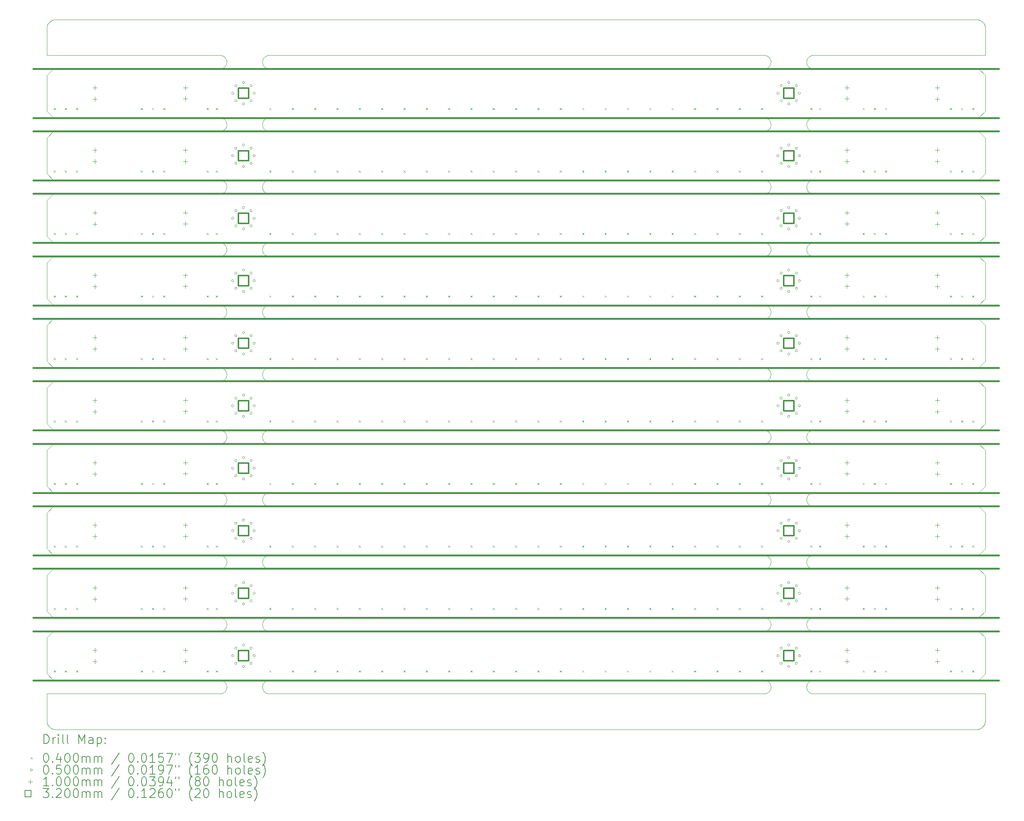
<source format=gbr>
%TF.GenerationSoftware,KiCad,Pcbnew,(6.0.7)*%
%TF.CreationDate,2023-02-06T14:52:38+00:00*%
%TF.ProjectId,Dayspring_Mini_P,44617973-7072-4696-9e67-5f4d696e695f,rev?*%
%TF.SameCoordinates,Original*%
%TF.FileFunction,Drillmap*%
%TF.FilePolarity,Positive*%
%FSLAX45Y45*%
G04 Gerber Fmt 4.5, Leading zero omitted, Abs format (unit mm)*
G04 Created by KiCad (PCBNEW (6.0.7)) date 2023-02-06 14:52:38*
%MOMM*%
%LPD*%
G01*
G04 APERTURE LIST*
%ADD10C,0.100000*%
%ADD11C,0.400000*%
%ADD12C,0.200000*%
%ADD13C,0.040000*%
%ADD14C,0.050000*%
%ADD15C,0.320000*%
G04 APERTURE END LIST*
D10*
X6327863Y-9419932D02*
X6329466Y-9412796D01*
X6385241Y-3970678D02*
X6379475Y-3966178D01*
X17639759Y-6770678D02*
X17633780Y-6774889D01*
X18619932Y-13797137D02*
X18612796Y-13795534D01*
X18627137Y-5398387D02*
X18619932Y-5397137D01*
X6466689Y-12100180D02*
X6474012Y-12100000D01*
X18500000Y-9450988D02*
X18500180Y-9441689D01*
X6459395Y-6799282D02*
X6452137Y-6798387D01*
X6325718Y-16465604D02*
X6325180Y-16458311D01*
X18543641Y-7943641D02*
X18548938Y-7938598D01*
X5476062Y-5361401D02*
X5470524Y-5366178D01*
X6333710Y-9398804D02*
X6336342Y-9391980D01*
X5523387Y-15027137D02*
X5524282Y-15034395D01*
X18529322Y-10760241D02*
X18533822Y-10754476D01*
D11*
X1200000Y-9600000D02*
X22800000Y-9600000D01*
D10*
X18525111Y-3766220D02*
X18529322Y-3760241D01*
X5491178Y-9545524D02*
X5486401Y-9551062D01*
X1649813Y-8200246D02*
X1648698Y-8201302D01*
X6368641Y-10956359D02*
X6363598Y-10951062D01*
X22499595Y-16600232D02*
X22499199Y-16600044D01*
X5491178Y-9354476D02*
X5495678Y-9360241D01*
X6339306Y-12185294D02*
X6342594Y-12178762D01*
X1500246Y-4950187D02*
X1501302Y-4951302D01*
X6379475Y-16333822D02*
X6385241Y-16329322D01*
X6339306Y-16385294D02*
X6342594Y-16378762D01*
X5433020Y-3988658D02*
X5426196Y-3991290D01*
X17633780Y-3974889D02*
X17627601Y-3978801D01*
X18627137Y-12101613D02*
X18634395Y-12100718D01*
X6474012Y-6800000D02*
X6466689Y-6799820D01*
X6368641Y-16343641D02*
X6373938Y-16338598D01*
X6346199Y-14972399D02*
X6350111Y-14966220D01*
X18585294Y-13514306D02*
X18591980Y-13511342D01*
X5470524Y-8166178D02*
X5464759Y-8170678D01*
X6368641Y-9343641D02*
X6373938Y-9338599D01*
X17699282Y-15065604D02*
X17698387Y-15072863D01*
X17645524Y-3733822D02*
X17651062Y-3738598D01*
X18533822Y-5345524D02*
X18529322Y-5339759D01*
X5390605Y-10700718D02*
X5397863Y-10701613D01*
X18525111Y-13566220D02*
X18529322Y-13560241D01*
X5426196Y-2591290D02*
X5419252Y-2593584D01*
X22499810Y-7750106D02*
X22499963Y-7749645D01*
X6342594Y-2378762D02*
X6346199Y-2372399D01*
X18591980Y-16588658D02*
X18585294Y-16585694D01*
X18627137Y-10998387D02*
X18619932Y-10997137D01*
X18529322Y-5160241D02*
X18533822Y-5154476D01*
X17639759Y-2570678D02*
X17633780Y-2574889D01*
X18627137Y-16598387D02*
X18619932Y-16597137D01*
X17698387Y-8072863D02*
X17697137Y-8080068D01*
X18627137Y-14901613D02*
X18634395Y-14900718D01*
X17693584Y-2405748D02*
X17695534Y-2412796D01*
X22467240Y-17309535D02*
X22475438Y-17295858D01*
X17621238Y-15182406D02*
X17614706Y-15185694D01*
X5499889Y-9533780D02*
X5495678Y-9539759D01*
X5439706Y-16314306D02*
X5446238Y-16317594D01*
X1500141Y-9749979D02*
X1500000Y-9751841D01*
X17688658Y-6708020D02*
X17685694Y-6714705D01*
X6459395Y-7900718D02*
X6466689Y-7900180D01*
X18533822Y-10945524D02*
X18529322Y-10939759D01*
X5452601Y-7921199D02*
X5458780Y-7925111D01*
X6358822Y-6745524D02*
X6354322Y-6739759D01*
X6452137Y-10998387D02*
X6444932Y-10997137D01*
X6416980Y-3988658D02*
X6410294Y-3985694D01*
X18591980Y-13788658D02*
X18585294Y-13785694D01*
X22392615Y-1522829D02*
X22376497Y-1515257D01*
X17651062Y-15161401D02*
X17645524Y-15166178D01*
X17633780Y-10725111D02*
X17639759Y-10729322D01*
X5499889Y-13733780D02*
X5495678Y-13739759D01*
X17666178Y-13745524D02*
X17661401Y-13751062D01*
X6342594Y-3778762D02*
X6346199Y-3772399D01*
X6373938Y-2561401D02*
X6368641Y-2556359D01*
X6363598Y-10951062D02*
X6358822Y-10945524D01*
X5458780Y-12125111D02*
X5464759Y-12129322D01*
X5510694Y-5314706D02*
X5507406Y-5321238D01*
X5452601Y-3978801D02*
X5446238Y-3982406D01*
X6333710Y-10901196D02*
X6331416Y-10894252D01*
X5525000Y-8049012D02*
X5524820Y-8058311D01*
X18511342Y-10791980D02*
X18514306Y-10785294D01*
X6333710Y-9501196D02*
X6331416Y-9494252D01*
X17639759Y-10970678D02*
X17633780Y-10974889D01*
X22500000Y-16601841D02*
X22499894Y-16600615D01*
X18605748Y-14906416D02*
X18612796Y-14904466D01*
X6329466Y-5287204D02*
X6327863Y-5280068D01*
X5375988Y-12100000D02*
X5383311Y-12100180D01*
X5412204Y-5395534D02*
X5405068Y-5397137D01*
X22498698Y-11148698D02*
X22351302Y-11001302D01*
X17656359Y-16343641D02*
X17661401Y-16348938D01*
X17558311Y-6500180D02*
X17565605Y-6500718D01*
X6403762Y-13782406D02*
X6397399Y-13778801D01*
X17627601Y-15178801D02*
X17621238Y-15182406D01*
X6363598Y-13548938D02*
X6368641Y-13543641D01*
X22499894Y-2299385D02*
X22500000Y-2298159D01*
X5390605Y-2300718D02*
X5397863Y-2301613D01*
X5464759Y-5370678D02*
X5458780Y-5374889D01*
X6354322Y-12160241D02*
X6358822Y-12154475D01*
X6466689Y-3700180D02*
X6474012Y-3700000D01*
X18566220Y-8174889D02*
X18560241Y-8170678D01*
X17674889Y-5166220D02*
X17678801Y-5172399D01*
X6416980Y-2588658D02*
X6410294Y-2585694D01*
X18538599Y-15151062D02*
X18533822Y-15145524D01*
X6391220Y-8174889D02*
X6385241Y-8170678D01*
X6329466Y-13687204D02*
X6327863Y-13680068D01*
X17601196Y-10991290D02*
X17594252Y-10993584D01*
X5397863Y-2301613D02*
X5405068Y-2302863D01*
X1500000Y-1701841D02*
X1500020Y-2299004D01*
X17558311Y-9599820D02*
X17550988Y-9600000D01*
X5518584Y-2494252D02*
X5516290Y-2501196D01*
X17698387Y-5227137D02*
X17699282Y-5234395D01*
X17695534Y-3812796D02*
X17697137Y-3819932D01*
X22499595Y-2299768D02*
X22499894Y-2299385D01*
X18619932Y-8197137D02*
X18612796Y-8195534D01*
X6416980Y-16588658D02*
X6410294Y-16585694D01*
X17697137Y-12280068D02*
X17695534Y-12287204D01*
X6430748Y-2593584D02*
X6423803Y-2591290D01*
X17695534Y-15012796D02*
X17697137Y-15019932D01*
X5464759Y-9570678D02*
X5458780Y-9574889D01*
X18521199Y-12327601D02*
X18517594Y-12321238D01*
X5507406Y-7978762D02*
X5510694Y-7985294D01*
X6373938Y-5138599D02*
X6379475Y-5133822D01*
X17601196Y-5391290D02*
X17594252Y-5393584D01*
X6358822Y-12154475D02*
X6363598Y-12148938D01*
X17633780Y-2574889D02*
X17627601Y-2578801D01*
X6410294Y-3985694D02*
X6403762Y-3982406D01*
X6444932Y-13502863D02*
X6452137Y-13501613D01*
X1500102Y-6950069D02*
X1500000Y-6951841D01*
X17682406Y-9521238D02*
X17678801Y-9527601D01*
X6336342Y-8108020D02*
X6333710Y-8101196D01*
X6354322Y-5339759D02*
X6350111Y-5333780D01*
X5510694Y-10914706D02*
X5507406Y-10921238D01*
X18533822Y-6745524D02*
X18529322Y-6739759D01*
X5486401Y-13548938D02*
X5491178Y-13554475D01*
X6350111Y-13566220D02*
X6354322Y-13560241D01*
X17608020Y-9588658D02*
X17601196Y-9591290D01*
X1649813Y-9600246D02*
X1648698Y-9601302D01*
X6466689Y-16300180D02*
X6474012Y-16300000D01*
X6452137Y-2301613D02*
X6459395Y-2300718D01*
X6368641Y-13756359D02*
X6363598Y-13751062D01*
X18521199Y-3772399D02*
X18525111Y-3766220D01*
X17700000Y-16450988D02*
X17699820Y-16458311D01*
X22349838Y-6800071D02*
X18649012Y-6800000D01*
X22409535Y-1532760D02*
X22395858Y-1524562D01*
X5458780Y-2325111D02*
X5464759Y-2329322D01*
X6474012Y-13800000D02*
X6466689Y-13799820D01*
X1682235Y-17399127D02*
X1701841Y-17400000D01*
X18529322Y-13560241D02*
X18533822Y-13554475D01*
X6474012Y-16300000D02*
X17550988Y-16300000D01*
X18504466Y-12212796D02*
X18506416Y-12205748D01*
X18585294Y-16314306D02*
X18591980Y-16311342D01*
X18585294Y-10714306D02*
X18591980Y-10711342D01*
X18585294Y-15185694D02*
X18578762Y-15182406D01*
X5433020Y-2311342D02*
X5439706Y-2314306D01*
X5470524Y-9333822D02*
X5476062Y-9338599D01*
X5516290Y-5198804D02*
X5518584Y-5205748D01*
X18585294Y-12114306D02*
X18591980Y-12111342D01*
X1649813Y-6800246D02*
X1648698Y-6801302D01*
X22498994Y-17219575D02*
X22499910Y-17201839D01*
X1503892Y-17239033D02*
X1508662Y-17258067D01*
X5499889Y-7966220D02*
X5503801Y-7972399D01*
X6397399Y-12378801D02*
X6391220Y-12374889D01*
X6327863Y-15019932D02*
X6329466Y-15012796D01*
X18500180Y-6658311D02*
X18500000Y-6650988D01*
X17651062Y-3738598D02*
X17656359Y-3743641D01*
X5452601Y-12121199D02*
X5458780Y-12125111D01*
X18500000Y-13650988D02*
X18500180Y-13641689D01*
X6385241Y-2329322D02*
X6391220Y-2325111D01*
X18502863Y-13619932D02*
X18504466Y-13612796D01*
X5426196Y-3708710D02*
X5433020Y-3711342D01*
X18502863Y-15080068D02*
X18501613Y-15072863D01*
X18585294Y-3714306D02*
X18591980Y-3711342D01*
X18578762Y-16317594D02*
X18585294Y-16314306D01*
X22499754Y-4950187D02*
X22499951Y-4949742D01*
X6459395Y-10999282D02*
X6452137Y-10998387D01*
X6339306Y-9385294D02*
X6342594Y-9378762D01*
X5458780Y-5125111D02*
X5464759Y-5129322D01*
X18548938Y-10738599D02*
X18554476Y-10733822D01*
X6329466Y-6612796D02*
X6331416Y-6605748D01*
X17691290Y-12301196D02*
X17688658Y-12308020D01*
X17688658Y-9508020D02*
X17685694Y-9514706D01*
X5452601Y-16321199D02*
X5458780Y-16325111D01*
X18560241Y-5129322D02*
X18566220Y-5125111D01*
X6326613Y-9427137D02*
X6327863Y-9419932D01*
X6354322Y-6739759D02*
X6350111Y-6733780D01*
X17700000Y-13649012D02*
X17699820Y-13658311D01*
X5433020Y-9311342D02*
X5439706Y-9314306D01*
X6403762Y-13517594D02*
X6410294Y-13514306D01*
X6358822Y-9354476D02*
X6363598Y-9348938D01*
X18543641Y-12143641D02*
X18548938Y-12138598D01*
X18525111Y-16366220D02*
X18529322Y-16360241D01*
X1648698Y-5098698D02*
X1650162Y-5099929D01*
X17601196Y-3708710D02*
X17608020Y-3711342D01*
X17661401Y-3748938D02*
X17666178Y-3754475D01*
X17627601Y-13778801D02*
X17621238Y-13782406D01*
X5476062Y-7938598D02*
X5481359Y-7943641D01*
X18560241Y-12370678D02*
X18554476Y-12366178D01*
X6339306Y-15114705D02*
X6336342Y-15108020D01*
X18649012Y-2600000D02*
X18641689Y-2599820D01*
X6452137Y-6501613D02*
X6459395Y-6500718D01*
X6385241Y-13529322D02*
X6391220Y-13525111D01*
X17633780Y-14925111D02*
X17639759Y-14929322D01*
X18514306Y-5185294D02*
X18517594Y-5178762D01*
X17699820Y-9458311D02*
X17699282Y-9465605D01*
X22349596Y-13499965D02*
X22350187Y-13499754D01*
X6354322Y-5160241D02*
X6358822Y-5154476D01*
X5516290Y-12301196D02*
X5513658Y-12308020D01*
X18578762Y-15182406D02*
X18572399Y-15178801D01*
X1587427Y-17365212D02*
X1590465Y-17367240D01*
X5419252Y-13506416D02*
X5426196Y-13508710D01*
X18548938Y-7938598D02*
X18554476Y-7933822D01*
X17651062Y-16338598D02*
X17656359Y-16343641D01*
X5426196Y-10708710D02*
X5433020Y-10711342D01*
X18533822Y-16545524D02*
X18529322Y-16539759D01*
X6423803Y-2308710D02*
X6430748Y-2306416D01*
X17594252Y-7906416D02*
X17601196Y-7908710D01*
X5426196Y-13791290D02*
X5419252Y-13793584D01*
X18543641Y-8156359D02*
X18538599Y-8151062D01*
X17688658Y-3791980D02*
X17691290Y-3798803D01*
X5433020Y-5111342D02*
X5439706Y-5114306D01*
X17608020Y-5111342D02*
X17614706Y-5114306D01*
X17645524Y-5366178D02*
X17639759Y-5370678D01*
X6403762Y-16582406D02*
X6397399Y-16578801D01*
X6391220Y-2574889D02*
X6385241Y-2570678D01*
X6327863Y-16480068D02*
X6326613Y-16472863D01*
X18511342Y-2508020D02*
X18508710Y-2501196D01*
X5524820Y-16458311D02*
X5524282Y-16465604D01*
X18572399Y-9321199D02*
X18578762Y-9317594D01*
X18605748Y-2593584D02*
X18598804Y-2591290D01*
X6331416Y-12205748D02*
X6333710Y-12198803D01*
X17565605Y-16599282D02*
X17558311Y-16599820D01*
X18529322Y-2539759D02*
X18525111Y-2533780D01*
X6416980Y-15188658D02*
X6410294Y-15185694D01*
X17670678Y-5339759D02*
X17666178Y-5345524D01*
X22351302Y-15201302D02*
X22349838Y-15200071D01*
X17670678Y-5160241D02*
X17674889Y-5166220D01*
X5458780Y-15174889D02*
X5452601Y-15178801D01*
X18538599Y-5351062D02*
X18533822Y-5345524D01*
X17699820Y-5241689D02*
X17700000Y-5249012D01*
X6379475Y-16566178D02*
X6373938Y-16561401D01*
X6358822Y-13554475D02*
X6363598Y-13548938D01*
X5458780Y-10725111D02*
X5464759Y-10729322D01*
X18641689Y-3999820D02*
X18634395Y-3999282D01*
X18533822Y-3754475D02*
X18538599Y-3748938D01*
X6430748Y-3706416D02*
X6437796Y-3704466D01*
X5433020Y-8188658D02*
X5426196Y-8191290D01*
X6397399Y-13521199D02*
X6403762Y-13517594D01*
X18566220Y-3974889D02*
X18560241Y-3970678D01*
X6325718Y-12234395D02*
X6326613Y-12227137D01*
X1648698Y-14898698D02*
X1650115Y-14899915D01*
X6336342Y-13708020D02*
X6333710Y-13701196D01*
X5507406Y-14978762D02*
X5510694Y-14985294D01*
X6354322Y-7960241D02*
X6358822Y-7954475D01*
X6333710Y-16501196D02*
X6331416Y-16494252D01*
X5390605Y-13799282D02*
X5383311Y-13799820D01*
X17639759Y-15170678D02*
X17633780Y-15174889D01*
X18511342Y-3908020D02*
X18508710Y-3901196D01*
X6350111Y-12333780D02*
X6346199Y-12327601D01*
X5452601Y-6521199D02*
X5458780Y-6525111D01*
X6437796Y-10704466D02*
X6444932Y-10702863D01*
X18501613Y-15027137D02*
X18502863Y-15019932D01*
X17666178Y-10754476D02*
X17670678Y-10760241D01*
X18612796Y-8195534D02*
X18605748Y-8193584D01*
X6326613Y-12272863D02*
X6325718Y-12265604D01*
X6437796Y-15195534D02*
X6430748Y-15193584D01*
X5520534Y-8012796D02*
X5522137Y-8019932D01*
X18511342Y-7991980D02*
X18514306Y-7985294D01*
X18572399Y-10978801D02*
X18566220Y-10974889D01*
X1650162Y-3699929D02*
X5375988Y-3700000D01*
X18511342Y-13591980D02*
X18514306Y-13585294D01*
X17580068Y-12102863D02*
X17587204Y-12104466D01*
X1590465Y-17367240D02*
X1604142Y-17375438D01*
X17580068Y-6797137D02*
X17572863Y-6798387D01*
X6336342Y-3908020D02*
X6333710Y-3901196D01*
X6385241Y-8170678D02*
X6379475Y-8166178D01*
X18511342Y-3791980D02*
X18514306Y-3785294D01*
X6423803Y-12391290D02*
X6416980Y-12388658D01*
X18598804Y-14908710D02*
X18605748Y-14906416D01*
X6466689Y-13500180D02*
X6474012Y-13500000D01*
X17580068Y-15197137D02*
X17572863Y-15198387D01*
X5375988Y-5400000D02*
X1650404Y-5400035D01*
X17558311Y-2300180D02*
X17565605Y-2300718D01*
X5507406Y-10778762D02*
X5510694Y-10785294D01*
X18504466Y-13612796D02*
X18506416Y-13605748D01*
X5513658Y-9508020D02*
X5510694Y-9514706D01*
X5491178Y-10754476D02*
X5495678Y-10760241D01*
X18504466Y-3887204D02*
X18502863Y-3880068D01*
X1500049Y-4949742D02*
X1500246Y-4950187D01*
X17558311Y-10999820D02*
X17550988Y-11000000D01*
X6329466Y-8087204D02*
X6327863Y-8080068D01*
X18500718Y-3865604D02*
X18500180Y-3858311D01*
X18508710Y-8101196D02*
X18506416Y-8094252D01*
X18538599Y-7948938D02*
X18543641Y-7943641D01*
X22394236Y-17376356D02*
X22411109Y-17366242D01*
X17678801Y-2372399D02*
X17682406Y-2378762D01*
X17621238Y-16582406D02*
X17614706Y-16585694D01*
X5499889Y-16366220D02*
X5503801Y-16372399D01*
X6416980Y-12111342D02*
X6423803Y-12108710D01*
X18538599Y-16348938D02*
X18543641Y-16343641D01*
X5522137Y-12280068D02*
X5520534Y-12287204D01*
X5405068Y-3702863D02*
X5412204Y-3704466D01*
X5503801Y-12327601D02*
X5499889Y-12333780D01*
X18504466Y-10887204D02*
X18502863Y-10880068D01*
X6346199Y-5327601D02*
X6342594Y-5321238D01*
X17699820Y-16441689D02*
X17700000Y-16450988D01*
X18572399Y-13521199D02*
X18578762Y-13517594D01*
X22351302Y-12401302D02*
X22349838Y-12400071D01*
X6466689Y-9300180D02*
X6474012Y-9300000D01*
X5375988Y-8200000D02*
X1650404Y-8200035D01*
X5510694Y-2385294D02*
X5513658Y-2391980D01*
X6430748Y-9306416D02*
X6437796Y-9304466D01*
X6423803Y-5108710D02*
X6430748Y-5106416D01*
X6325000Y-13650988D02*
X6325180Y-13641689D01*
X17699282Y-13665604D02*
X17698387Y-13672863D01*
X6437796Y-8195534D02*
X6430748Y-8193584D01*
X22349838Y-5400071D02*
X18649012Y-5400000D01*
X18649012Y-12400000D02*
X18641689Y-12399820D01*
X18566220Y-9325111D02*
X18572399Y-9321199D01*
X5390605Y-6500718D02*
X5397863Y-6501613D01*
X6437796Y-2595534D02*
X6430748Y-2593584D01*
X6325180Y-3858311D02*
X6325000Y-3850988D01*
X17699820Y-6658311D02*
X17699282Y-6665604D01*
X17633780Y-10974889D02*
X17627601Y-10978801D01*
X5470524Y-13766178D02*
X5464759Y-13770678D01*
X17558311Y-12100180D02*
X17565605Y-12100718D01*
X6444932Y-3702863D02*
X6452137Y-3701613D01*
X5524282Y-15034395D02*
X5524820Y-15041689D01*
X17666178Y-16354475D02*
X17670678Y-16360241D01*
X17666178Y-14954475D02*
X17670678Y-14960241D01*
X5524282Y-5234395D02*
X5524820Y-5241689D01*
X22348159Y-5100000D02*
X22349694Y-5099958D01*
X5491178Y-5154476D02*
X5495678Y-5160241D01*
X22350187Y-10699754D02*
X22351302Y-10698698D01*
X6346199Y-16372399D02*
X6350111Y-16366220D01*
X17674889Y-14966220D02*
X17678801Y-14972399D01*
X5452601Y-2321199D02*
X5458780Y-2325111D01*
X6336342Y-3791980D02*
X6339306Y-3785294D01*
D11*
X1200000Y-6800000D02*
X22800000Y-6800000D01*
D10*
X6416980Y-9311342D02*
X6423803Y-9308710D01*
X6379475Y-7933822D02*
X6385241Y-7929322D01*
X17645524Y-3966178D02*
X17639759Y-3970678D01*
X5516290Y-6598803D02*
X5518584Y-6605748D01*
X6403762Y-7917594D02*
X6410294Y-7914306D01*
X17565605Y-5100718D02*
X17572863Y-5101613D01*
X17698387Y-8027137D02*
X17699282Y-8034395D01*
X18641689Y-3700180D02*
X18649012Y-3700000D01*
X5446238Y-13782406D02*
X5439706Y-13785694D01*
X22350147Y-2600217D02*
X22349694Y-2600042D01*
X6403762Y-2582406D02*
X6397399Y-2578801D01*
X18649012Y-11000000D02*
X18641689Y-10999820D01*
X18533822Y-14954475D02*
X18538599Y-14948938D01*
X17587204Y-6504466D02*
X17594252Y-6506416D01*
X17695534Y-6612796D02*
X17697137Y-6619932D01*
X18560241Y-5370678D02*
X18554476Y-5366178D01*
X5513658Y-5308020D02*
X5510694Y-5314706D01*
X17699820Y-2441689D02*
X17700000Y-2450988D01*
X18548938Y-9561401D02*
X18543641Y-9556359D01*
X5383311Y-14900180D02*
X5390605Y-14900718D01*
X5495678Y-7960241D02*
X5499889Y-7966220D01*
X5446238Y-2582406D02*
X5439706Y-2585694D01*
X5503801Y-8127601D02*
X5499889Y-8133780D01*
X18572399Y-16321199D02*
X18578762Y-16317594D01*
X17594252Y-6793584D02*
X17587204Y-6795534D01*
X18517594Y-6578762D02*
X18521199Y-6572399D01*
X18554476Y-13533822D02*
X18560241Y-13529322D01*
X17594252Y-13793584D02*
X17587204Y-13795534D01*
X6342594Y-5178762D02*
X6346199Y-5172399D01*
X17693584Y-13605748D02*
X17695534Y-13612796D01*
X18634395Y-12399282D02*
X18627137Y-12398387D01*
X17691290Y-10901196D02*
X17688658Y-10908020D01*
X18598804Y-12391290D02*
X18591980Y-12388658D01*
X18529322Y-9539759D02*
X18525111Y-9533780D01*
X5412204Y-16595534D02*
X5405068Y-16597137D01*
X5426196Y-2308710D02*
X5433020Y-2311342D01*
X6444932Y-9302863D02*
X6452137Y-9301613D01*
X5412204Y-14904466D02*
X5419252Y-14906416D01*
X1534803Y-1587407D02*
X1532760Y-1590465D01*
X1501011Y-17219623D02*
X1503892Y-17239033D01*
X1501302Y-10551302D02*
X1648698Y-10698698D01*
X1500020Y-2299004D02*
X1500150Y-2299473D01*
X17594252Y-16593584D02*
X17587204Y-16595534D01*
X18554476Y-2333822D02*
X18560241Y-2329322D01*
X18548938Y-2561401D02*
X18543641Y-2556359D01*
X17695534Y-10887204D02*
X17693584Y-10894252D01*
X17594252Y-13506416D02*
X17601196Y-13508710D01*
X5419252Y-8193584D02*
X5412204Y-8195534D01*
X18521199Y-13727601D02*
X18517594Y-13721238D01*
X17621238Y-8182406D02*
X17614706Y-8185694D01*
X18566220Y-13774889D02*
X18560241Y-13770678D01*
X6444932Y-2597137D02*
X6437796Y-2595534D01*
X18500718Y-6665604D02*
X18500180Y-6658311D01*
X18514306Y-14985294D02*
X18517594Y-14978762D01*
X17678801Y-16372399D02*
X17682406Y-16378762D01*
X17558311Y-13799820D02*
X17550988Y-13800000D01*
X5458780Y-14925111D02*
X5464759Y-14929322D01*
X18506416Y-3805748D02*
X18508710Y-3798803D01*
X18578762Y-13782406D02*
X18572399Y-13778801D01*
X6350111Y-5166220D02*
X6354322Y-5160241D01*
X1623503Y-17384743D02*
X1641933Y-17391337D01*
X18500718Y-12265604D02*
X18500180Y-12258311D01*
X5452601Y-10721199D02*
X5458780Y-10725111D01*
X17678801Y-6572399D02*
X17682406Y-6578762D01*
X5510694Y-5185294D02*
X5513658Y-5191980D01*
X6342594Y-8121238D02*
X6339306Y-8114705D01*
X6325180Y-8058311D02*
X6325000Y-8050988D01*
X17700000Y-12249012D02*
X17699820Y-12258311D01*
X6326613Y-6627137D02*
X6327863Y-6619932D01*
X18538599Y-5148938D02*
X18543641Y-5143641D01*
X18566220Y-3725111D02*
X18572399Y-3721199D01*
X1500246Y-16150187D02*
X1501302Y-16151302D01*
X17645524Y-6766178D02*
X17639759Y-6770678D01*
X17699282Y-9465605D02*
X17698387Y-9472863D01*
X6350111Y-7966220D02*
X6354322Y-7960241D01*
X6363598Y-12148938D02*
X6368641Y-12143641D01*
D11*
X1200000Y-10700000D02*
X22800000Y-10700000D01*
D10*
X6397399Y-3978801D02*
X6391220Y-3974889D01*
X1508662Y-1641933D02*
X1504290Y-1659196D01*
X5524820Y-15041689D02*
X5525000Y-15049012D01*
X1500246Y-12549813D02*
X1500042Y-12550306D01*
X6350111Y-16533780D02*
X6346199Y-16527601D01*
X17656359Y-8156359D02*
X17651062Y-8161401D01*
X5503801Y-10772399D02*
X5507406Y-10778762D01*
X18502863Y-13680068D02*
X18501613Y-13672863D01*
X6342594Y-10778762D02*
X6346199Y-10772399D01*
X5452601Y-9321199D02*
X5458780Y-9325111D01*
X17608020Y-3711342D02*
X17614706Y-3714306D01*
X5439706Y-8185694D02*
X5433020Y-8188658D01*
X6368641Y-5143641D02*
X6373938Y-5138599D01*
X17601196Y-5108710D02*
X17608020Y-5111342D01*
X6423803Y-9591290D02*
X6416980Y-9588658D01*
X5439706Y-10985694D02*
X5433020Y-10988658D01*
X5470524Y-12133822D02*
X5476062Y-12138598D01*
X6331416Y-8005748D02*
X6333710Y-7998803D01*
X6331416Y-2494252D02*
X6329466Y-2487204D01*
X6325718Y-10865605D02*
X6325180Y-10858311D01*
X18554476Y-13766178D02*
X18548938Y-13761401D01*
X5499889Y-5333780D02*
X5495678Y-5339759D01*
X6452137Y-6798387D02*
X6444932Y-6797137D01*
X5412204Y-12395534D02*
X5405068Y-12397137D01*
X18572399Y-5121199D02*
X18578762Y-5117594D01*
X6385241Y-9329322D02*
X6391220Y-9325111D01*
X18634395Y-10700718D02*
X18641689Y-10700180D01*
X6339306Y-6585294D02*
X6342594Y-6578762D01*
X18585294Y-6785694D02*
X18578762Y-6782406D01*
X17699282Y-10834395D02*
X17699820Y-10841689D01*
X17698387Y-13627137D02*
X17699282Y-13634395D01*
X17670678Y-12160241D02*
X17674889Y-12166220D01*
X6373938Y-9561401D02*
X6368641Y-9556359D01*
X5516290Y-10798804D02*
X5518584Y-10805748D01*
X17685694Y-13714705D02*
X17682406Y-13721238D01*
X18641689Y-9599820D02*
X18634395Y-9599282D01*
X18506416Y-8094252D02*
X18504466Y-8087204D01*
X6430748Y-13793584D02*
X6423803Y-13791290D01*
X1524562Y-17295858D02*
X1532760Y-17309535D01*
X17627601Y-6521199D02*
X17633780Y-6525111D01*
X22349885Y-4000085D02*
X18649012Y-4000000D01*
X6333710Y-2501196D02*
X6331416Y-2494252D01*
X6325718Y-8065604D02*
X6325180Y-8058311D01*
X5458780Y-16574889D02*
X5452601Y-16578801D01*
X5481359Y-9556359D02*
X5476062Y-9561401D01*
X18533822Y-12154475D02*
X18538599Y-12148938D01*
X22351302Y-16298698D02*
X22498698Y-16151302D01*
X5507406Y-5178762D02*
X5510694Y-5185294D01*
X17645524Y-14933822D02*
X17651062Y-14938598D01*
X22348159Y-2600000D02*
X18649012Y-2600000D01*
X1501302Y-4951302D02*
X1648698Y-5098698D01*
X22351302Y-13498698D02*
X22498698Y-13351302D01*
X18560241Y-6770678D02*
X18554476Y-6766178D01*
X17580068Y-12397137D02*
X17572863Y-12398387D01*
X17594252Y-10993584D02*
X17587204Y-10995534D01*
X18605748Y-12106416D02*
X18612796Y-12104466D01*
X5491178Y-14954475D02*
X5495678Y-14960241D01*
X5439706Y-5114306D02*
X5446238Y-5117594D01*
X5491178Y-13745524D02*
X5486401Y-13751062D01*
X6368641Y-14943641D02*
X6373938Y-14938598D01*
X5464759Y-6529322D02*
X5470524Y-6533822D01*
X17651062Y-10738599D02*
X17656359Y-10743641D01*
X17699820Y-3858311D02*
X17699282Y-3865604D01*
X5476062Y-12361401D02*
X5470524Y-12366178D01*
X6325718Y-13634395D02*
X6326613Y-13627137D01*
X18605748Y-8193584D02*
X18598804Y-8191290D01*
X18591980Y-14911342D02*
X18598804Y-14908710D01*
X6339306Y-10785294D02*
X6342594Y-10778762D01*
X6385241Y-10729322D02*
X6391220Y-10725111D01*
X6430748Y-5393584D02*
X6423803Y-5391290D01*
X5412204Y-13504466D02*
X5419252Y-13506416D01*
X6452137Y-12101613D02*
X6459395Y-12100718D01*
X6459395Y-12399282D02*
X6452137Y-12398387D01*
X6423803Y-16591290D02*
X6416980Y-16588658D01*
X17682406Y-14978762D02*
X17685694Y-14985294D01*
X5452601Y-12378801D02*
X5446238Y-12382406D01*
X18619932Y-9597137D02*
X18612796Y-9595534D01*
X6329466Y-15012796D02*
X6331416Y-15005748D01*
X18508710Y-6701196D02*
X18506416Y-6694252D01*
X17580068Y-2302863D02*
X17587204Y-2304466D01*
X6459395Y-14900718D02*
X6466689Y-14900180D01*
X6474012Y-16600000D02*
X6466689Y-16599820D01*
X18500718Y-12234395D02*
X18501613Y-12227137D01*
X17697137Y-9419932D02*
X17698387Y-9427137D01*
X17608020Y-16588658D02*
X17601196Y-16591290D01*
X17693584Y-9405748D02*
X17695534Y-9412796D01*
X6326613Y-2472863D02*
X6325718Y-2465605D01*
X5383311Y-9300180D02*
X5390605Y-9300718D01*
X5524820Y-12258311D02*
X5524282Y-12265604D01*
X6336342Y-15108020D02*
X6333710Y-15101196D01*
X22498698Y-4951302D02*
X22499754Y-4950187D01*
X5486401Y-7948938D02*
X5491178Y-7954475D01*
D11*
X1200000Y-6500000D02*
X22800000Y-6500000D01*
D10*
X5464759Y-2570678D02*
X5458780Y-2574889D01*
X6423803Y-5391290D02*
X6416980Y-5388658D01*
X17601196Y-6791290D02*
X17594252Y-6793584D01*
X6354322Y-2360241D02*
X6358822Y-2354476D01*
X17699820Y-10841689D02*
X17700000Y-10849012D01*
X17639759Y-16570678D02*
X17633780Y-16574889D01*
X17700000Y-8049012D02*
X17699820Y-8058311D01*
X17587204Y-10704466D02*
X17594252Y-10706416D01*
X6474012Y-6500000D02*
X17550988Y-6500000D01*
X17698387Y-9472863D02*
X17697137Y-9480068D01*
X5522137Y-10880068D02*
X5520534Y-10887204D01*
X18543641Y-16556359D02*
X18538599Y-16551062D01*
X5507406Y-3778762D02*
X5510694Y-3785294D01*
X17691290Y-14998803D02*
X17693584Y-15005748D01*
X5510694Y-6714705D02*
X5507406Y-6721238D01*
X6444932Y-13797137D02*
X6437796Y-13795534D01*
X17608020Y-7911342D02*
X17614706Y-7914306D01*
X5476062Y-16561401D02*
X5470524Y-16566178D01*
X18501613Y-6627137D02*
X18502863Y-6619932D01*
X17699820Y-2458311D02*
X17699282Y-2465605D01*
X6325718Y-2465605D02*
X6325180Y-2458311D01*
X18591980Y-12111342D02*
X18598804Y-12108710D01*
X17565605Y-3700718D02*
X17572863Y-3701613D01*
X18529322Y-6560241D02*
X18533822Y-6554475D01*
X5426196Y-5108710D02*
X5433020Y-5111342D01*
X18533822Y-6554475D02*
X18538599Y-6548938D01*
X1500120Y-8350023D02*
X1500000Y-8351841D01*
X17661401Y-5148938D02*
X17666178Y-5154476D01*
X17693584Y-6694252D02*
X17691290Y-6701196D01*
X17627601Y-5378801D02*
X17621238Y-5382406D01*
X6459395Y-3700718D02*
X6466689Y-3700180D01*
X17580068Y-6502863D02*
X17587204Y-6504466D01*
X6368641Y-12356359D02*
X6363598Y-12351062D01*
X17678801Y-8127601D02*
X17674889Y-8133780D01*
X5507406Y-15121238D02*
X5503801Y-15127601D01*
X6368641Y-6543641D02*
X6373938Y-6538598D01*
X18572399Y-9578801D02*
X18566220Y-9574889D01*
X18585294Y-16585694D02*
X18578762Y-16582406D01*
X6437796Y-14904466D02*
X6444932Y-14902863D01*
X5520534Y-2487204D02*
X5518584Y-2494252D01*
X18566220Y-7925111D02*
X18572399Y-7921199D01*
X5412204Y-16304466D02*
X5419252Y-16306416D01*
X5486401Y-16348938D02*
X5491178Y-16354475D01*
X5520534Y-2412796D02*
X5522137Y-2419932D01*
X18634395Y-3999282D02*
X18627137Y-3998387D01*
X1504290Y-1659196D02*
X1503573Y-1662803D01*
X6385241Y-16570678D02*
X6379475Y-16566178D01*
X17639759Y-2329322D02*
X17645524Y-2333822D01*
X5470524Y-16333822D02*
X5476062Y-16338598D01*
X22499754Y-6949813D02*
X22498698Y-6948698D01*
X18572399Y-12378801D02*
X18566220Y-12374889D01*
X18560241Y-13770678D02*
X18554476Y-13766178D01*
X17699282Y-8065604D02*
X17698387Y-8072863D01*
X17627601Y-14921199D02*
X17633780Y-14925111D01*
X5503801Y-6727601D02*
X5499889Y-6733780D01*
X6326613Y-8072863D02*
X6325718Y-8065604D01*
X17601196Y-6508710D02*
X17608020Y-6511342D01*
X1532760Y-1590465D02*
X1523644Y-1605764D01*
X5446238Y-10717594D02*
X5452601Y-10721199D01*
X6379475Y-5133822D02*
X6385241Y-5129322D01*
X17691290Y-5301196D02*
X17688658Y-5308020D01*
X17601196Y-16308710D02*
X17608020Y-16311342D01*
X5439706Y-6785694D02*
X5433020Y-6788658D01*
X18506416Y-5294252D02*
X18504466Y-5287204D01*
X17670678Y-3760241D02*
X17674889Y-3766220D01*
X17688658Y-10908020D02*
X17685694Y-10914706D01*
X18533822Y-15145524D02*
X18529322Y-15139759D01*
X17700000Y-15049012D02*
X17699820Y-15058311D01*
X6329466Y-12287204D02*
X6327863Y-12280068D01*
X17666178Y-12345524D02*
X17661401Y-12351062D01*
X6342594Y-13721238D02*
X6339306Y-13714705D01*
X18506416Y-9494252D02*
X18504466Y-9487204D01*
X18502863Y-3880068D02*
X18501613Y-3872863D01*
X1621799Y-1516011D02*
X1607385Y-1522829D01*
X18554476Y-9333822D02*
X18560241Y-9329322D01*
X6339306Y-2385294D02*
X6342594Y-2378762D01*
X17670678Y-2360241D02*
X17674889Y-2366220D01*
X17587204Y-2304466D02*
X17594252Y-2306416D01*
X5522137Y-8080068D02*
X5520534Y-8087204D01*
X18506416Y-3894252D02*
X18504466Y-3887204D01*
X1522829Y-17292615D02*
X1524562Y-17295858D01*
X18548938Y-16338598D02*
X18554476Y-16333822D01*
X18591980Y-13511342D02*
X18598804Y-13508710D01*
X5520534Y-9412796D02*
X5522137Y-9419932D01*
X18554476Y-12366178D02*
X18548938Y-12361401D01*
X18585294Y-7914306D02*
X18591980Y-7911342D01*
X6459395Y-2300718D02*
X6466689Y-2300180D01*
X6346199Y-15127601D02*
X6342594Y-15121238D01*
X5383311Y-5399820D02*
X5375988Y-5400000D01*
X18598804Y-10708710D02*
X18605748Y-10706416D01*
X18612796Y-13504466D02*
X18619932Y-13502863D01*
X22349885Y-3699915D02*
X22351302Y-3698698D01*
X17645524Y-2566178D02*
X17639759Y-2570678D01*
X18612796Y-16304466D02*
X18619932Y-16302863D01*
X6385241Y-7929322D02*
X6391220Y-7925111D01*
X17678801Y-6727601D02*
X17674889Y-6733780D01*
X17674889Y-9366220D02*
X17678801Y-9372399D01*
X5524820Y-8058311D02*
X5524282Y-8065604D01*
X18649012Y-5100000D02*
X22348159Y-5100000D01*
X17693584Y-10894252D02*
X17691290Y-10901196D01*
X5524820Y-2441689D02*
X5525000Y-2449012D01*
X18634395Y-9599282D02*
X18627137Y-9598387D01*
X5510694Y-6585294D02*
X5513658Y-6591980D01*
X18598804Y-9591290D02*
X18591980Y-9588658D01*
X17670678Y-9539759D02*
X17666178Y-9545524D01*
X6466689Y-6799820D02*
X6459395Y-6799282D01*
X17580068Y-3702863D02*
X17587204Y-3704466D01*
X18502863Y-8080068D02*
X18501613Y-8072863D01*
X6354322Y-9360241D02*
X6358822Y-9354476D01*
X22500000Y-2298159D02*
X22500000Y-1701841D01*
X1650162Y-10699929D02*
X5375988Y-10700000D01*
X5495678Y-5339759D02*
X5491178Y-5345524D01*
X6391220Y-13525111D02*
X6397399Y-13521199D01*
X6325000Y-6650988D02*
X6325180Y-6641689D01*
X18514306Y-10914706D02*
X18511342Y-10908020D01*
X17639759Y-9329322D02*
X17645524Y-9333822D01*
X6350111Y-6566220D02*
X6354322Y-6560241D01*
X18501613Y-12227137D02*
X18502863Y-12219932D01*
X5397863Y-15198387D02*
X5390605Y-15199282D01*
X5433020Y-7911342D02*
X5439706Y-7914306D01*
X5433020Y-6788658D02*
X5426196Y-6791290D01*
X22499879Y-10549977D02*
X22500000Y-10548159D01*
X17691290Y-8101196D02*
X17688658Y-8108020D01*
X5470524Y-10966178D02*
X5464759Y-10970678D01*
X17621238Y-3717594D02*
X17627601Y-3721199D01*
X5507406Y-6721238D02*
X5503801Y-6727601D01*
X6466689Y-12399820D02*
X6459395Y-12399282D01*
X6331416Y-3894252D02*
X6329466Y-3887204D01*
X18591980Y-6511342D02*
X18598804Y-6508710D01*
X18548938Y-13761401D02*
X18543641Y-13756359D01*
X5520534Y-16487204D02*
X5518584Y-16494252D01*
X17621238Y-13517594D02*
X17627601Y-13521199D01*
X5499889Y-2533780D02*
X5495678Y-2539759D01*
X17614706Y-7914306D02*
X17621238Y-7917594D01*
X18500000Y-12250988D02*
X18500180Y-12241689D01*
X18560241Y-2570678D02*
X18554476Y-2566178D01*
X5503801Y-7972399D02*
X5507406Y-7978762D01*
X6391220Y-7925111D02*
X6397399Y-7921199D01*
X17670678Y-2539759D02*
X17666178Y-2545524D01*
X5476062Y-10961401D02*
X5470524Y-10966178D01*
X5507406Y-9521238D02*
X5503801Y-9527601D01*
X6368641Y-8156359D02*
X6363598Y-8151062D01*
X18508710Y-5198804D02*
X18511342Y-5191980D01*
X5513658Y-3908020D02*
X5510694Y-3914705D01*
X5446238Y-10982406D02*
X5439706Y-10985694D01*
X17685694Y-12185294D02*
X17688658Y-12191980D01*
X22351302Y-8201302D02*
X22349838Y-8200071D01*
X18511342Y-2391980D02*
X18514306Y-2385294D01*
X6329466Y-3887204D02*
X6327863Y-3880068D01*
X17627601Y-9578801D02*
X17621238Y-9582406D01*
X22349596Y-10699965D02*
X22350187Y-10699754D01*
X17670678Y-7960241D02*
X17674889Y-7966220D01*
X5520534Y-6687204D02*
X5518584Y-6694252D01*
X18641689Y-12100180D02*
X18649012Y-12100000D01*
X17699282Y-12234395D02*
X17699820Y-12241689D01*
X17627601Y-3978801D02*
X17621238Y-3982406D01*
X5510694Y-13585294D02*
X5513658Y-13591980D01*
X17639759Y-6529322D02*
X17645524Y-6533822D01*
X18538599Y-3951062D02*
X18533822Y-3945524D01*
X5470524Y-2333822D02*
X5476062Y-2338599D01*
X5525000Y-15049012D02*
X5524820Y-15058311D01*
X17550988Y-6800000D02*
X6474012Y-6800000D01*
X18543641Y-13543641D02*
X18548938Y-13538598D01*
X1500000Y-11151841D02*
X1500049Y-11949742D01*
X18514306Y-9385294D02*
X18517594Y-9378762D01*
X18585294Y-2585694D02*
X18578762Y-2582406D01*
X17688658Y-16508020D02*
X17685694Y-16514705D01*
X6379475Y-3733822D02*
X6385241Y-3729322D01*
X17608020Y-3988658D02*
X17601196Y-3991290D01*
X6430748Y-16593584D02*
X6423803Y-16591290D01*
X6325718Y-2434395D02*
X6326613Y-2427137D01*
X22442658Y-1559943D02*
X22440057Y-1557342D01*
X18560241Y-10729322D02*
X18566220Y-10725111D01*
X18641689Y-7900180D02*
X18649012Y-7900000D01*
X5525000Y-2449012D02*
X5524820Y-2458311D01*
X5481359Y-7943641D02*
X5486401Y-7948938D01*
X6474012Y-14900000D02*
X17550988Y-14900000D01*
X17627601Y-13521199D02*
X17633780Y-13525111D01*
X18506416Y-13605748D02*
X18508710Y-13598803D01*
X1545417Y-17326831D02*
X1557342Y-17340057D01*
X17608020Y-2588658D02*
X17601196Y-2591290D01*
X5464759Y-9329322D02*
X5470524Y-9333822D01*
X6363598Y-9551062D02*
X6358822Y-9545524D01*
X6403762Y-5117594D02*
X6410294Y-5114306D01*
X18500180Y-12241689D02*
X18500718Y-12234395D01*
X5513658Y-10791980D02*
X5516290Y-10798804D01*
X5390605Y-15199282D02*
X5383311Y-15199820D01*
X6358822Y-8145524D02*
X6354322Y-8139759D01*
X17697137Y-16480068D02*
X17695534Y-16487204D01*
X18641689Y-13500180D02*
X18649012Y-13500000D01*
X18506416Y-16494252D02*
X18504466Y-16487204D01*
X6459395Y-9599282D02*
X6452137Y-9598387D01*
X6325180Y-12258311D02*
X6325000Y-12250988D01*
X6397399Y-2321199D02*
X6403762Y-2317594D01*
X18521199Y-8127601D02*
X18517594Y-8121238D01*
X6397399Y-12121199D02*
X6403762Y-12117594D01*
X17550988Y-6500000D02*
X17558311Y-6500180D01*
X17651062Y-16561401D02*
X17645524Y-16566178D01*
X5507406Y-2378762D02*
X5510694Y-2385294D01*
X1649813Y-12400246D02*
X1648698Y-12401302D01*
X22475438Y-17295858D02*
X22477171Y-17292615D01*
X1650404Y-4000035D02*
X1649813Y-4000246D01*
X5523387Y-13672863D02*
X5522137Y-13680068D01*
X6327863Y-13680068D02*
X6326613Y-13672863D01*
X1648698Y-5401302D02*
X1501302Y-5548698D01*
X18649012Y-9600000D02*
X18641689Y-9599820D01*
X5499889Y-2366220D02*
X5503801Y-2372399D01*
X18649012Y-15200000D02*
X18641689Y-15199820D01*
X22499929Y-16149838D02*
X22499951Y-15350258D01*
X5481359Y-2343641D02*
X5486401Y-2348938D01*
X6325180Y-15058311D02*
X6325000Y-15050988D01*
X18521199Y-15127601D02*
X18517594Y-15121238D01*
X5476062Y-6761401D02*
X5470524Y-6766178D01*
X1500085Y-5550115D02*
X1500049Y-6349742D01*
X17656359Y-14943641D02*
X17661401Y-14948938D01*
X5426196Y-15191290D02*
X5419252Y-15193584D01*
X6325180Y-12241689D02*
X6325718Y-12234395D01*
X18641689Y-10999820D02*
X18634395Y-10999282D01*
X6373938Y-3738598D02*
X6379475Y-3733822D01*
X18649012Y-4000000D02*
X18641689Y-3999820D01*
X6423803Y-9308710D02*
X6430748Y-9306416D01*
X6416980Y-10988658D02*
X6410294Y-10985694D01*
X17670678Y-3939759D02*
X17666178Y-3945524D01*
X6444932Y-5102863D02*
X6452137Y-5101613D01*
X17627601Y-7921199D02*
X17633780Y-7925111D01*
X6397399Y-16321199D02*
X6403762Y-16317594D01*
X22499951Y-12550258D02*
X22499754Y-12549813D01*
X17695534Y-12212796D02*
X17697137Y-12219932D01*
X22498698Y-16151302D02*
X22499929Y-16149838D01*
X17682406Y-3921238D02*
X17678801Y-3927601D01*
X17661401Y-6548938D02*
X17666178Y-6554475D01*
X22499754Y-15349813D02*
X22498698Y-15348698D01*
X18529322Y-7960241D02*
X18533822Y-7954475D01*
X22351302Y-12098698D02*
X22498698Y-11951302D01*
X1500049Y-3549742D02*
X1500246Y-3550187D01*
X18605748Y-15193584D02*
X18598804Y-15191290D01*
X17645524Y-16566178D02*
X17639759Y-16570678D01*
X18591980Y-16311342D02*
X18598804Y-16308710D01*
X6358822Y-2545524D02*
X6354322Y-2539759D01*
X6397399Y-10978801D02*
X6391220Y-10974889D01*
X6373938Y-5361401D02*
X6368641Y-5356359D01*
X18612796Y-16595534D02*
X18605748Y-16593584D01*
X5433020Y-16588658D02*
X5426196Y-16591290D01*
X5524820Y-16441689D02*
X5525000Y-16450988D01*
X5397863Y-12398387D02*
X5390605Y-12399282D01*
X18543641Y-10956359D02*
X18538599Y-10951062D01*
X6379475Y-9566178D02*
X6373938Y-9561401D01*
X5383311Y-3700180D02*
X5390605Y-3700718D01*
X18501613Y-13672863D02*
X18500718Y-13665604D01*
X17651062Y-5138599D02*
X17656359Y-5143641D01*
X18538599Y-6548938D02*
X18543641Y-6543641D01*
X18521199Y-12172399D02*
X18525111Y-12166220D01*
X17695534Y-10812796D02*
X17697137Y-10819932D01*
X22499754Y-11149813D02*
X22498698Y-11148698D01*
X18529322Y-13739759D02*
X18525111Y-13733780D01*
X18598804Y-2591290D02*
X18591980Y-2588658D01*
X6329466Y-10887204D02*
X6327863Y-10880068D01*
X17666178Y-8145524D02*
X17661401Y-8151062D01*
X18627137Y-12398387D02*
X18619932Y-12397137D01*
X5426196Y-9308710D02*
X5433020Y-9311342D01*
X5522137Y-5280068D02*
X5520534Y-5287204D01*
X17700000Y-5249012D02*
X17699820Y-5258311D01*
X18533822Y-5154476D02*
X18538599Y-5148938D01*
X6474012Y-3700000D02*
X17550988Y-3700000D01*
X18627137Y-5101613D02*
X18634395Y-5100718D01*
X17580068Y-10997137D02*
X17572863Y-10998387D01*
X6459395Y-15199282D02*
X6452137Y-15198387D01*
X6363598Y-14948938D02*
X6368641Y-14943641D01*
X6325180Y-9441689D02*
X6325718Y-9434395D01*
X17651062Y-2561401D02*
X17645524Y-2566178D01*
X18578762Y-9317594D02*
X18585294Y-9314306D01*
X6430748Y-10993584D02*
X6423803Y-10991290D01*
X6410294Y-3714306D02*
X6416980Y-3711342D01*
X17558311Y-15199820D02*
X17550988Y-15200000D01*
X17697137Y-8019932D02*
X17698387Y-8027137D01*
X18508710Y-9398804D02*
X18511342Y-9391980D01*
X5522137Y-2419932D02*
X5523387Y-2427137D01*
X17678801Y-10927601D02*
X17674889Y-10933780D01*
X18605748Y-6506416D02*
X18612796Y-6504466D01*
X6459395Y-13500718D02*
X6466689Y-13500180D01*
X18598804Y-3708710D02*
X18605748Y-3706416D01*
X17645524Y-9566178D02*
X17639759Y-9570678D01*
X5524282Y-2434395D02*
X5524820Y-2441689D01*
X5426196Y-14908710D02*
X5433020Y-14911342D01*
X6329466Y-13612796D02*
X6331416Y-13605748D01*
X1648698Y-6801302D02*
X1501302Y-6948698D01*
X5412204Y-8195534D02*
X5405068Y-8197137D01*
X18500718Y-5234395D02*
X18501613Y-5227137D01*
X5433020Y-16311342D02*
X5439706Y-16314306D01*
D11*
X1200000Y-16300000D02*
X22800000Y-16300000D01*
D10*
X6368641Y-2343641D02*
X6373938Y-2338599D01*
X5470524Y-16566178D02*
X5464759Y-16570678D01*
X6368641Y-7943641D02*
X6373938Y-7938598D01*
X17572863Y-3998387D02*
X17565605Y-3999282D01*
X18641689Y-6500180D02*
X18649012Y-6500000D01*
X17695534Y-9412796D02*
X17697137Y-9419932D01*
X6346199Y-2527601D02*
X6342594Y-2521238D01*
X18525111Y-8133780D02*
X18521199Y-8127601D01*
X6373938Y-13761401D02*
X6368641Y-13756359D01*
X5476062Y-13761401D02*
X5470524Y-13766178D01*
X6416980Y-13511342D02*
X6423803Y-13508710D01*
X17685694Y-13585294D02*
X17688658Y-13591980D01*
X6391220Y-3974889D02*
X6385241Y-3970678D01*
X5412204Y-2595534D02*
X5405068Y-2597137D01*
X6385241Y-6770678D02*
X6379475Y-6766178D01*
X6403762Y-10717594D02*
X6410294Y-10714306D01*
X6459395Y-13799282D02*
X6452137Y-13798387D01*
X6410294Y-12385694D02*
X6403762Y-12382406D01*
X17558311Y-6799820D02*
X17550988Y-6800000D01*
X6325180Y-2458311D02*
X6325000Y-2449012D01*
X6327863Y-3819932D02*
X6329466Y-3812796D01*
X18619932Y-2597137D02*
X18612796Y-2595534D01*
X18502863Y-10880068D02*
X18501613Y-10872863D01*
X5419252Y-7906416D02*
X5426196Y-7908710D01*
X18500000Y-15050988D02*
X18500180Y-15041689D01*
X5390605Y-6799282D02*
X5383311Y-6799820D01*
X6363598Y-8151062D02*
X6358822Y-8145524D01*
X5405068Y-15197137D02*
X5397863Y-15198387D01*
X6437796Y-16595534D02*
X6430748Y-16593584D01*
X5518584Y-16494252D02*
X5516290Y-16501196D01*
X22499898Y-11949931D02*
X22500000Y-11948159D01*
X5499889Y-12333780D02*
X5495678Y-12339759D01*
X17601196Y-12391290D02*
X17594252Y-12393584D01*
X6346199Y-13727601D02*
X6342594Y-13721238D01*
X17594252Y-3706416D02*
X17601196Y-3708710D01*
X18501613Y-8072863D02*
X18500718Y-8065604D01*
X17700000Y-3849012D02*
X17699820Y-3858311D01*
X18619932Y-5102863D02*
X18627137Y-5101613D01*
X17699820Y-15058311D02*
X17699282Y-15065604D01*
X6358822Y-7954475D02*
X6363598Y-7948938D01*
X18525111Y-12333780D02*
X18521199Y-12327601D01*
X17621238Y-16317594D02*
X17627601Y-16321199D01*
X5486401Y-3951062D02*
X5481359Y-3956359D01*
X6331416Y-3805748D02*
X6333710Y-3798803D01*
X6452137Y-3701613D02*
X6459395Y-3700718D01*
X6474012Y-7900000D02*
X17550988Y-7900000D01*
X5516290Y-13598803D02*
X5518584Y-13605748D01*
X17674889Y-6566220D02*
X17678801Y-6572399D01*
X17558311Y-9300180D02*
X17565605Y-9300718D01*
X22498698Y-8348698D02*
X22351302Y-8201302D01*
X6430748Y-5106416D02*
X6437796Y-5104466D01*
X5419252Y-15193584D02*
X5412204Y-15195534D01*
X18641689Y-12399820D02*
X18634395Y-12399282D01*
X5524820Y-13658311D02*
X5524282Y-13665604D01*
X17645524Y-2333822D02*
X17651062Y-2338599D01*
X5397863Y-6798387D02*
X5390605Y-6799282D01*
X17580068Y-9302863D02*
X17587204Y-9304466D01*
X6350111Y-3766220D02*
X6354322Y-3760241D01*
X17580068Y-5102863D02*
X17587204Y-5104466D01*
X5499889Y-14966220D02*
X5503801Y-14972399D01*
X17695534Y-13687204D02*
X17693584Y-13694252D01*
X6363598Y-6751062D02*
X6358822Y-6745524D01*
X5458780Y-12374889D02*
X5452601Y-12378801D01*
X17550988Y-5400000D02*
X6474012Y-5400000D01*
X5522137Y-16419932D02*
X5523387Y-16427137D01*
X5481359Y-13756359D02*
X5476062Y-13761401D01*
X18554476Y-3733822D02*
X18560241Y-3729322D01*
X22499951Y-4949742D02*
X22500000Y-4151841D01*
X22351302Y-3698698D02*
X22498698Y-3551302D01*
X17608020Y-2311342D02*
X17614706Y-2314306D01*
X18511342Y-12191980D02*
X18514306Y-12185294D01*
X17627601Y-6778801D02*
X17621238Y-6782406D01*
X17645524Y-6533822D02*
X17651062Y-6538598D01*
X6325718Y-8034395D02*
X6326613Y-8027137D01*
X6379475Y-2566178D02*
X6373938Y-2561401D01*
X17656359Y-10956359D02*
X17651062Y-10961401D01*
X18500180Y-8041689D02*
X18500718Y-8034395D01*
X6363598Y-10748938D02*
X6368641Y-10743641D01*
X6327863Y-16419932D02*
X6329466Y-16412796D01*
X17674889Y-10766220D02*
X17678801Y-10772399D01*
X17608020Y-6788658D02*
X17601196Y-6791290D01*
X1650162Y-5099929D02*
X5375988Y-5100000D01*
X17645524Y-9333822D02*
X17651062Y-9338599D01*
X17691290Y-3901196D02*
X17688658Y-3908020D01*
X5524282Y-8034395D02*
X5524820Y-8041689D01*
X22395858Y-1524562D02*
X22392615Y-1522829D01*
X6325718Y-5234395D02*
X6326613Y-5227137D01*
X5446238Y-9582406D02*
X5439706Y-9585694D01*
X18508710Y-6598803D02*
X18511342Y-6591980D01*
X6373938Y-12138598D02*
X6379475Y-12133822D01*
X18578762Y-9582406D02*
X18572399Y-9578801D01*
X6325180Y-16458311D02*
X6325000Y-16449012D01*
X17550988Y-12400000D02*
X6474012Y-12400000D01*
X18634395Y-2300718D02*
X18641689Y-2300180D01*
X18500180Y-2441689D02*
X18500718Y-2434395D01*
X18514306Y-3914705D02*
X18511342Y-3908020D01*
X6342594Y-6578762D02*
X6346199Y-6572399D01*
X5510694Y-3914705D02*
X5507406Y-3921238D01*
X5464759Y-5129322D02*
X5470524Y-5133822D01*
X5405068Y-5102863D02*
X5412204Y-5104466D01*
X18517594Y-13578762D02*
X18521199Y-13572399D01*
X5375988Y-12400000D02*
X1650404Y-12400035D01*
X6350111Y-15133780D02*
X6346199Y-15127601D01*
X5486401Y-13751062D02*
X5481359Y-13756359D01*
X17674889Y-9533780D02*
X17670678Y-9539759D01*
X17688658Y-5191980D02*
X17691290Y-5198804D01*
X17601196Y-9591290D02*
X17594252Y-9593584D01*
X18538599Y-3748938D02*
X18543641Y-3743641D01*
X5510694Y-3785294D02*
X5513658Y-3791980D01*
X6403762Y-3982406D02*
X6397399Y-3978801D01*
X17685694Y-14985294D02*
X17688658Y-14991980D01*
X6391220Y-10725111D02*
X6397399Y-10721199D01*
X18627137Y-3701613D02*
X18634395Y-3700718D01*
X17691290Y-16398803D02*
X17693584Y-16405748D01*
X5495678Y-3760241D02*
X5499889Y-3766220D01*
X18538599Y-2551062D02*
X18533822Y-2545524D01*
X17670678Y-6560241D02*
X17674889Y-6566220D01*
X18591980Y-2588658D02*
X18585294Y-2585694D01*
X18521199Y-10772399D02*
X18525111Y-10766220D01*
X22466242Y-1588891D02*
X22455699Y-1574600D01*
X17691290Y-5198804D02*
X17693584Y-5205748D01*
X18649012Y-13500000D02*
X22349596Y-13499965D01*
X5503801Y-2372399D02*
X5507406Y-2378762D01*
X5518584Y-6694252D02*
X5516290Y-6701196D01*
X5412204Y-12104466D02*
X5419252Y-12106416D01*
X17678801Y-16527601D02*
X17674889Y-16533780D01*
X22500000Y-9148159D02*
X22499951Y-8350258D01*
X5499889Y-13566220D02*
X5503801Y-13572399D01*
X6354322Y-3760241D02*
X6358822Y-3754475D01*
X17651062Y-6538598D02*
X17656359Y-6543641D01*
X5481359Y-10743641D02*
X5486401Y-10748938D01*
X17682406Y-2521238D02*
X17678801Y-2527601D01*
X18548938Y-9338599D02*
X18554476Y-9333822D01*
X6342594Y-9378762D02*
X6346199Y-9372399D01*
X5470524Y-6766178D02*
X5464759Y-6770678D01*
X17670678Y-6739759D02*
X17666178Y-6745524D01*
X17697137Y-8080068D02*
X17695534Y-8087204D01*
X1500049Y-10549742D02*
X1500246Y-10550187D01*
X17697137Y-6619932D02*
X17698387Y-6627137D01*
X5446238Y-12117594D02*
X5452601Y-12121199D01*
X5516290Y-12198803D02*
X5518584Y-12205748D01*
X18521199Y-5327601D02*
X18517594Y-5321238D01*
X17645524Y-12366178D02*
X17639759Y-12370678D01*
X6373938Y-9338599D02*
X6379475Y-9333822D01*
X17699282Y-16465604D02*
X17698387Y-16472863D01*
X17666178Y-2354476D02*
X17670678Y-2360241D01*
X5518584Y-6605748D02*
X5520534Y-6612796D01*
X6327863Y-5219932D02*
X6329466Y-5212796D01*
X6346199Y-9372399D02*
X6350111Y-9366220D01*
X6452137Y-15198387D02*
X6444932Y-15197137D01*
X6333710Y-8101196D02*
X6331416Y-8094252D01*
X5523387Y-6627137D02*
X5524282Y-6634395D01*
X22349596Y-14899965D02*
X22350187Y-14899754D01*
X22351302Y-9298698D02*
X22499858Y-9150021D01*
X22453366Y-1571757D02*
X22442658Y-1559943D01*
X17608020Y-10988658D02*
X17601196Y-10991290D01*
X18517594Y-8121238D02*
X18514306Y-8114705D01*
X5481359Y-12356359D02*
X5476062Y-12361401D01*
X18500180Y-3841689D02*
X18500718Y-3834395D01*
X5510694Y-16385294D02*
X5513658Y-16391980D01*
X1500049Y-13349742D02*
X1500246Y-13350187D01*
X17661401Y-16348938D02*
X17666178Y-16354475D01*
X18591980Y-2311342D02*
X18598804Y-2308710D01*
X18619932Y-3702863D02*
X18627137Y-3701613D01*
X1650115Y-15200085D02*
X1648698Y-15201302D01*
X18525111Y-12166220D02*
X18529322Y-12160241D01*
X5390605Y-3999282D02*
X5383311Y-3999820D01*
X18502863Y-2419932D02*
X18504466Y-2412796D01*
D11*
X1200000Y-2600000D02*
X22800000Y-2600000D01*
D10*
X5524282Y-12234395D02*
X5524820Y-12241689D01*
X6346199Y-13572399D02*
X6350111Y-13566220D01*
X18560241Y-16570678D02*
X18554476Y-16566178D01*
X18517594Y-5321238D02*
X18514306Y-5314706D01*
X1500049Y-16149742D02*
X1500246Y-16150187D01*
X6410294Y-5385694D02*
X6403762Y-5382406D01*
X6466689Y-5399820D02*
X6459395Y-5399282D01*
X6325718Y-3865604D02*
X6325180Y-3858311D01*
X17614706Y-9314306D02*
X17621238Y-9317594D01*
X5495678Y-5160241D02*
X5499889Y-5166220D01*
X5523387Y-12227137D02*
X5524282Y-12234395D01*
X6385241Y-16329322D02*
X6391220Y-16325111D01*
X1500042Y-12550306D02*
X1500000Y-12551841D01*
X17601196Y-13791290D02*
X17594252Y-13793584D01*
X17621238Y-2582406D02*
X17614706Y-2585694D01*
X17621238Y-5382406D02*
X17614706Y-5385694D01*
X18500718Y-9465605D02*
X18500180Y-9458311D01*
X17688658Y-13708020D02*
X17685694Y-13714705D01*
X6336342Y-5308020D02*
X6333710Y-5301196D01*
X1650306Y-16299958D02*
X1651841Y-16300000D01*
X6363598Y-2348938D02*
X6368641Y-2343641D01*
X5375988Y-7900000D02*
X5383311Y-7900180D01*
X6336342Y-7991980D02*
X6339306Y-7985294D01*
X6437796Y-6504466D02*
X6444932Y-6502863D01*
X17627601Y-3721199D02*
X17633780Y-3725111D01*
X1648698Y-2601302D02*
X1501302Y-2748698D01*
X18514306Y-2385294D02*
X18517594Y-2378762D01*
X17678801Y-14972399D02*
X17682406Y-14978762D01*
X17697137Y-5280068D02*
X17695534Y-5287204D01*
X17678801Y-3772399D02*
X17682406Y-3778762D01*
X6325180Y-10841689D02*
X6325718Y-10834395D01*
X6452137Y-12398387D02*
X6444932Y-12397137D01*
X18560241Y-12129322D02*
X18566220Y-12125111D01*
X18506416Y-15094252D02*
X18504466Y-15087204D01*
X5375988Y-11000000D02*
X1650404Y-11000035D01*
X17633780Y-9325111D02*
X17639759Y-9329322D01*
X17678801Y-12172399D02*
X17682406Y-12178762D01*
X17691290Y-12198803D02*
X17693584Y-12205748D01*
X18517594Y-16378762D02*
X18521199Y-16372399D01*
X17639759Y-16329322D02*
X17645524Y-16333822D01*
X5495678Y-13560241D02*
X5499889Y-13566220D01*
X5481359Y-6543641D02*
X5486401Y-6548938D01*
X6350111Y-14966220D02*
X6354322Y-14960241D01*
X17572863Y-9598387D02*
X17565605Y-9599282D01*
X22298159Y-17400000D02*
X22319623Y-17398989D01*
X18560241Y-15170678D02*
X18554476Y-15166178D01*
X18560241Y-16329322D02*
X18566220Y-16325111D01*
X17633780Y-12125111D02*
X17639759Y-12129322D01*
X5510694Y-7985294D02*
X5513658Y-7991980D01*
X6373938Y-14938598D02*
X6379475Y-14933822D01*
X18548938Y-6538598D02*
X18554476Y-6533822D01*
X18641689Y-15199820D02*
X18634395Y-15199282D01*
X5390605Y-16599282D02*
X5383311Y-16599820D01*
X5446238Y-14917594D02*
X5452601Y-14921199D01*
X6444932Y-9597137D02*
X6437796Y-9595534D01*
X6336342Y-6591980D02*
X6339306Y-6585294D01*
X17688658Y-12191980D02*
X17691290Y-12198803D01*
X6444932Y-8197137D02*
X6437796Y-8195534D01*
X22349838Y-15200071D02*
X18649012Y-15200000D01*
X5491178Y-10945524D02*
X5486401Y-10951062D01*
X5491178Y-16545524D02*
X5486401Y-16551062D01*
X18612796Y-14904466D02*
X18619932Y-14902863D01*
X22455699Y-1574600D02*
X22453366Y-1571757D01*
X6379475Y-13533822D02*
X6385241Y-13529322D01*
X6333710Y-12301196D02*
X6331416Y-12294252D01*
X18598804Y-7908710D02*
X18605748Y-7906416D01*
X17685694Y-16514705D02*
X17682406Y-16521238D01*
X5516290Y-16501196D02*
X5513658Y-16508020D01*
X17697137Y-15080068D02*
X17695534Y-15087204D01*
X1501302Y-8348698D02*
X1500120Y-8350023D01*
X5523387Y-16472863D02*
X5522137Y-16480068D01*
X5503801Y-9372399D02*
X5507406Y-9378762D01*
X17685694Y-15114705D02*
X17682406Y-15121238D01*
X6354322Y-8139759D02*
X6350111Y-8133780D01*
X17699282Y-2434395D02*
X17699820Y-2441689D01*
X18529322Y-10939759D02*
X18525111Y-10933780D01*
X5419252Y-9306416D02*
X5426196Y-9308710D01*
X1500037Y-11150355D02*
X1500000Y-11151841D01*
X17698387Y-15072863D02*
X17697137Y-15080068D01*
X1515275Y-17276542D02*
X1522829Y-17292615D01*
X17685694Y-6585294D02*
X17688658Y-6591980D01*
X6325718Y-16434395D02*
X6326613Y-16427137D01*
X5390605Y-12100718D02*
X5397863Y-12101613D01*
X18554476Y-16566178D02*
X18548938Y-16561401D01*
X1648698Y-13498698D02*
X1650162Y-13499929D01*
X5524282Y-16465604D02*
X5523387Y-16472863D01*
X6363598Y-5148938D02*
X6368641Y-5143641D01*
X5412204Y-2304466D02*
X5419252Y-2306416D01*
X5419252Y-13793584D02*
X5412204Y-13795534D01*
X5397863Y-14901613D02*
X5405068Y-14902863D01*
X6339306Y-13585294D02*
X6342594Y-13578762D01*
X5470524Y-15166178D02*
X5464759Y-15170678D01*
X1573131Y-17354551D02*
X1587427Y-17365212D01*
X5513658Y-6591980D02*
X5516290Y-6598803D01*
D11*
X1200000Y-5100000D02*
X22800000Y-5100000D01*
D10*
X17565605Y-10700718D02*
X17572863Y-10701613D01*
X5439706Y-3714306D02*
X5446238Y-3717594D01*
X17661401Y-6751062D02*
X17656359Y-6756359D01*
X6336342Y-10791980D02*
X6339306Y-10785294D01*
X17697137Y-10819932D02*
X17698387Y-10827137D01*
X6326613Y-15072863D02*
X6325718Y-15065604D01*
X18506416Y-8005748D02*
X18508710Y-7998803D01*
X5426196Y-7908710D02*
X5433020Y-7911342D01*
X17608020Y-12388658D02*
X17601196Y-12391290D01*
X5522137Y-13680068D02*
X5520534Y-13687204D01*
X5390605Y-10999282D02*
X5383311Y-10999820D01*
X5486401Y-9348938D02*
X5491178Y-9354476D01*
X1650404Y-8200035D02*
X1649813Y-8200246D01*
X6373938Y-15161401D02*
X6368641Y-15156359D01*
X18517594Y-9378762D02*
X18521199Y-9372399D01*
X17614706Y-9585694D02*
X17608020Y-9588658D01*
X6333710Y-3901196D02*
X6331416Y-3894252D01*
X5412204Y-9595534D02*
X5405068Y-9597137D01*
X5439706Y-12385694D02*
X5433020Y-12388658D01*
X18500718Y-2434395D02*
X18501613Y-2427137D01*
X17621238Y-3982406D02*
X17614706Y-3985694D01*
X6452137Y-14901613D02*
X6459395Y-14900718D01*
X6326613Y-5272863D02*
X6325718Y-5265605D01*
X6325180Y-5241689D02*
X6325718Y-5234395D01*
X17678801Y-15127601D02*
X17674889Y-15133780D01*
X17674889Y-13566220D02*
X17678801Y-13572399D01*
X5405068Y-2302863D02*
X5412204Y-2304466D01*
X18504466Y-5287204D02*
X18502863Y-5280068D01*
X5516290Y-13701196D02*
X5513658Y-13708020D01*
X17666178Y-15145524D02*
X17661401Y-15151062D01*
X6397399Y-13778801D02*
X6391220Y-13774889D01*
X6403762Y-16317594D02*
X6410294Y-16314306D01*
X17587204Y-16304466D02*
X17594252Y-16306416D01*
X5510694Y-9385294D02*
X5513658Y-9391980D01*
X5516290Y-8101196D02*
X5513658Y-8108020D01*
X17614706Y-10714306D02*
X17621238Y-10717594D01*
X17580068Y-9597137D02*
X17572863Y-9598387D01*
X18627137Y-6501613D02*
X18634395Y-6500718D01*
X6385241Y-3729322D02*
X6391220Y-3725111D01*
X18500718Y-15065604D02*
X18500180Y-15058311D01*
X5375988Y-6800000D02*
X1650404Y-6800035D01*
X6397399Y-10721199D02*
X6403762Y-10717594D01*
X5524820Y-3858311D02*
X5524282Y-3865604D01*
X5412204Y-6795534D02*
X5405068Y-6797137D01*
X1649813Y-5400246D02*
X1648698Y-5401302D01*
X18612796Y-10704466D02*
X18619932Y-10702863D01*
X18543641Y-5356359D02*
X18538599Y-5351062D01*
X18500180Y-13658311D02*
X18500000Y-13650988D01*
X5499889Y-16533780D02*
X5495678Y-16539759D01*
X5495678Y-2539759D02*
X5491178Y-2545524D01*
X1559943Y-17342658D02*
X1573131Y-17354551D01*
X6333710Y-13598803D02*
X6336342Y-13591980D01*
X18521199Y-2372399D02*
X18525111Y-2366220D01*
X17678801Y-12327601D02*
X17674889Y-12333780D01*
X6336342Y-6708020D02*
X6333710Y-6701196D01*
X18538599Y-9551062D02*
X18533822Y-9545524D01*
X1500246Y-6350187D02*
X1501302Y-6351302D01*
X17693584Y-15094252D02*
X17691290Y-15101196D01*
X18504466Y-5212796D02*
X18506416Y-5205748D01*
X5513658Y-12308020D02*
X5510694Y-12314705D01*
X17614706Y-6514306D02*
X17621238Y-6517594D01*
X1501302Y-16151302D02*
X1649853Y-16299783D01*
X5458780Y-3974889D02*
X5452601Y-3978801D01*
X17688658Y-12308020D02*
X17685694Y-12314705D01*
X5518584Y-5205748D02*
X5520534Y-5212796D01*
X22499963Y-7749645D02*
X22500000Y-7748159D01*
X17627601Y-9321199D02*
X17633780Y-9325111D01*
X5503801Y-16372399D02*
X5507406Y-16378762D01*
X5375988Y-9300000D02*
X5383311Y-9300180D01*
X6350111Y-10933780D02*
X6346199Y-10927601D01*
X6423803Y-13508710D02*
X6430748Y-13506416D01*
X6346199Y-12172399D02*
X6350111Y-12166220D01*
X1503573Y-1662803D02*
X1501011Y-1680377D01*
X18504466Y-13687204D02*
X18502863Y-13680068D01*
X5513658Y-2508020D02*
X5510694Y-2514706D01*
X5452601Y-6778801D02*
X5446238Y-6782406D01*
X6410294Y-9314306D02*
X6416980Y-9311342D01*
X1660967Y-17396108D02*
X1678576Y-17398767D01*
X5419252Y-16593584D02*
X5412204Y-16595534D01*
X18500718Y-2465605D02*
X18500180Y-2458311D01*
X22499951Y-15350258D02*
X22499754Y-15349813D01*
X17695534Y-9487204D02*
X17693584Y-9494252D01*
X5495678Y-15139759D02*
X5491178Y-15145524D01*
X5452601Y-5378801D02*
X5446238Y-5382406D01*
X5516290Y-9501196D02*
X5513658Y-9508020D01*
X18514306Y-2514706D02*
X18511342Y-2508020D01*
X22500000Y-3548159D02*
X22499951Y-2750258D01*
X18500180Y-9458311D02*
X18500000Y-9450988D01*
X18533822Y-10754476D02*
X18538599Y-10748938D01*
X1500246Y-13350187D02*
X1501302Y-13351302D01*
X17656359Y-10743641D02*
X17661401Y-10748938D01*
X5481359Y-9343641D02*
X5486401Y-9348938D01*
X5520534Y-15012796D02*
X5522137Y-15019932D01*
X6416980Y-5111342D02*
X6423803Y-5108710D01*
X17639759Y-14929322D02*
X17645524Y-14933822D01*
X5439706Y-16585694D02*
X5433020Y-16588658D01*
X6327863Y-13619932D02*
X6329466Y-13612796D01*
X17651062Y-5361401D02*
X17645524Y-5366178D01*
X18578762Y-10982406D02*
X18572399Y-10978801D01*
X6423803Y-10991290D02*
X6416980Y-10988658D01*
X6397399Y-15178801D02*
X6391220Y-15174889D01*
X18612796Y-15195534D02*
X18605748Y-15193584D01*
X17558311Y-10700180D02*
X17565605Y-10700718D01*
X18560241Y-10970678D02*
X18554476Y-10966178D01*
X18501613Y-10872863D02*
X18500718Y-10865605D01*
X5491178Y-12154475D02*
X5495678Y-12160241D01*
X17558311Y-7900180D02*
X17565605Y-7900718D01*
X17565605Y-2599282D02*
X17558311Y-2599820D01*
X6333710Y-10798804D02*
X6336342Y-10791980D01*
X17674889Y-16366220D02*
X17678801Y-16372399D01*
X18619932Y-13502863D02*
X18627137Y-13501613D01*
X17688658Y-9391980D02*
X17691290Y-9398804D01*
X18548938Y-5138599D02*
X18554476Y-5133822D01*
X18543641Y-2343641D02*
X18548938Y-2338599D01*
X5503801Y-2527601D02*
X5499889Y-2533780D01*
X5390605Y-5100718D02*
X5397863Y-5101613D01*
X17621238Y-14917594D02*
X17627601Y-14921199D01*
X18533822Y-9354476D02*
X18538599Y-9348938D01*
X1544301Y-1574600D02*
X1534803Y-1587407D01*
X5397863Y-9301613D02*
X5405068Y-9302863D01*
X18566220Y-2325111D02*
X18572399Y-2321199D01*
X5426196Y-13508710D02*
X5433020Y-13511342D01*
X17685694Y-5314706D02*
X17682406Y-5321238D01*
X6410294Y-8185694D02*
X6403762Y-8182406D01*
X6346199Y-3927601D02*
X6342594Y-3921238D01*
X22491337Y-17258067D02*
X22495710Y-17240804D01*
X17670678Y-16539759D02*
X17666178Y-16545524D01*
X17601196Y-14908710D02*
X17608020Y-14911342D01*
X17693584Y-3894252D02*
X17691290Y-3901196D01*
X17699282Y-3865604D02*
X17698387Y-3872863D01*
X5524282Y-6634395D02*
X5524820Y-6641689D01*
X1650162Y-13499929D02*
X5375988Y-13500000D01*
X5522137Y-8019932D02*
X5523387Y-8027137D01*
X18500000Y-5250988D02*
X18500180Y-5241689D01*
X18598804Y-13791290D02*
X18591980Y-13788658D01*
X5491178Y-15145524D02*
X5486401Y-15151062D01*
X18578762Y-7917594D02*
X18585294Y-7914306D01*
X17693584Y-13694252D02*
X17691290Y-13701196D01*
X17661401Y-2348938D02*
X17666178Y-2354476D01*
X18605748Y-12393584D02*
X18598804Y-12391290D01*
X6327863Y-15080068D02*
X6326613Y-15072863D01*
X5412204Y-6504466D02*
X5419252Y-6506416D01*
X5525000Y-5249012D02*
X5524820Y-5258311D01*
X18554476Y-14933822D02*
X18560241Y-14929322D01*
X5520534Y-13687204D02*
X5518584Y-13694252D01*
X6339306Y-5314706D02*
X6336342Y-5308020D01*
X5507406Y-13578762D02*
X5510694Y-13585294D01*
X18525111Y-14966220D02*
X18529322Y-14960241D01*
X5405068Y-16597137D02*
X5397863Y-16598387D01*
X6329466Y-9487204D02*
X6327863Y-9480068D01*
X6331416Y-13605748D02*
X6333710Y-13598803D01*
X6346199Y-16527601D02*
X6342594Y-16521238D01*
X17656359Y-9556359D02*
X17651062Y-9561401D01*
X18504466Y-2487204D02*
X18502863Y-2480068D01*
X5439706Y-3985694D02*
X5433020Y-3988658D01*
X5419252Y-10706416D02*
X5426196Y-10708710D01*
X17685694Y-9514706D02*
X17682406Y-9521238D01*
X5518584Y-9494252D02*
X5516290Y-9501196D01*
X17656359Y-12356359D02*
X17651062Y-12361401D01*
X18598804Y-16591290D02*
X18591980Y-16588658D01*
X6430748Y-6506416D02*
X6437796Y-6504466D01*
X17580068Y-10702863D02*
X17587204Y-10704466D01*
X6459395Y-16300718D02*
X6466689Y-16300180D01*
X17688658Y-8108020D02*
X17685694Y-8114705D01*
X6368641Y-3743641D02*
X6373938Y-3738598D01*
X17594252Y-16306416D02*
X17601196Y-16308710D01*
X5383311Y-16300180D02*
X5390605Y-16300718D01*
X6331416Y-15005748D02*
X6333710Y-14998803D01*
X6444932Y-12102863D02*
X6452137Y-12101613D01*
X17656359Y-12143641D02*
X17661401Y-12148938D01*
X17621238Y-12382406D02*
X17614706Y-12385694D01*
X17550988Y-5100000D02*
X17558311Y-5100180D01*
X17608020Y-6511342D02*
X17614706Y-6514306D01*
X22319623Y-17398989D02*
X22337197Y-17396427D01*
X17572863Y-6798387D02*
X17565605Y-6799282D01*
X18591980Y-9311342D02*
X18598804Y-9308710D01*
X6444932Y-10702863D02*
X6452137Y-10701613D01*
X5452601Y-2578801D02*
X5446238Y-2582406D01*
X22499894Y-16600615D02*
X22499595Y-16600232D01*
X5412204Y-13795534D02*
X5405068Y-13797137D01*
X1500000Y-6951841D02*
X1500049Y-7749742D01*
X5525000Y-12249012D02*
X5524820Y-12258311D01*
X17666178Y-5345524D02*
X17661401Y-5351062D01*
X18605748Y-6793584D02*
X18598804Y-6791290D01*
X22426869Y-1545449D02*
X22412573Y-1534788D01*
X17587204Y-5104466D02*
X17594252Y-5106416D01*
X6329466Y-6687204D02*
X6327863Y-6680068D01*
X18504466Y-9412796D02*
X18506416Y-9405748D01*
X22496427Y-17237197D02*
X22498994Y-17219575D01*
X18634395Y-3700718D02*
X18641689Y-3700180D01*
X6452137Y-9301613D02*
X6459395Y-9300718D01*
X5491178Y-6745524D02*
X5486401Y-6751062D01*
X17691290Y-2501196D02*
X17688658Y-2508020D01*
X6326613Y-10827137D02*
X6327863Y-10819932D01*
X17550988Y-14900000D02*
X17558311Y-14900180D01*
X6333710Y-6701196D02*
X6331416Y-6694252D01*
X5516290Y-3901196D02*
X5513658Y-3908020D01*
X18501613Y-2427137D02*
X18502863Y-2419932D01*
X18585294Y-12385694D02*
X18578762Y-12382406D01*
X6423803Y-10708710D02*
X6430748Y-10706416D01*
X6466689Y-13799820D02*
X6459395Y-13799282D01*
X22350187Y-16299754D02*
X22351302Y-16298698D01*
X6403762Y-9582406D02*
X6397399Y-9578801D01*
X17594252Y-12106416D02*
X17601196Y-12108710D01*
X17699820Y-3841689D02*
X17700000Y-3849012D01*
X17666178Y-3945524D02*
X17661401Y-3951062D01*
X17651062Y-3961401D02*
X17645524Y-3966178D01*
X22350187Y-14899754D02*
X22351302Y-14898698D01*
X6410294Y-14914306D02*
X6416980Y-14911342D01*
X6385241Y-12129322D02*
X6391220Y-12125111D01*
X18605748Y-16306416D02*
X18612796Y-16304466D01*
X22484724Y-1623458D02*
X22477171Y-1607385D01*
X17565605Y-2300718D02*
X17572863Y-2301613D01*
X1500000Y-16601841D02*
X1500000Y-17198159D01*
X5405068Y-3997137D02*
X5397863Y-3998387D01*
X6437796Y-7904466D02*
X6444932Y-7902863D01*
X17621238Y-9582406D02*
X17614706Y-9585694D01*
X6444932Y-15197137D02*
X6437796Y-15195534D01*
X5522137Y-6619932D02*
X5523387Y-6627137D01*
X17693584Y-16494252D02*
X17691290Y-16501196D01*
X18517594Y-6721238D02*
X18514306Y-6714705D01*
X6379475Y-3966178D02*
X6373938Y-3961401D01*
X17661401Y-9551062D02*
X17656359Y-9556359D01*
X5383311Y-2599820D02*
X5375988Y-2600000D01*
X17678801Y-5172399D02*
X17682406Y-5178762D01*
X17656359Y-9343641D02*
X17661401Y-9348938D01*
X5481359Y-8156359D02*
X5476062Y-8161401D01*
X17645524Y-13533822D02*
X17651062Y-13538598D01*
X5499889Y-15133780D02*
X5495678Y-15139759D01*
X6346199Y-7972399D02*
X6350111Y-7966220D01*
X17693584Y-12294252D02*
X17691290Y-12301196D01*
X18612796Y-2304466D02*
X18619932Y-2302863D01*
X22428243Y-17353366D02*
X22441372Y-17341407D01*
X18591980Y-3711342D02*
X18598804Y-3708710D01*
X6350111Y-2533780D02*
X6346199Y-2527601D01*
X1648698Y-9601302D02*
X1500141Y-9749979D01*
X17580068Y-13797137D02*
X17572863Y-13798387D01*
X22499951Y-5550258D02*
X22499754Y-5549813D01*
X1501302Y-9151302D02*
X1648698Y-9298698D01*
X5452601Y-5121199D02*
X5458780Y-5125111D01*
X5446238Y-6782406D02*
X5439706Y-6785694D01*
X18572399Y-12121199D02*
X18578762Y-12117594D01*
X6331416Y-6694252D02*
X6329466Y-6687204D01*
X17693584Y-5205748D02*
X17695534Y-5212796D01*
X5470524Y-5133822D02*
X5476062Y-5138599D01*
X17614706Y-16585694D02*
X17608020Y-16588658D01*
X6336342Y-10908020D02*
X6333710Y-10901196D01*
X17558311Y-2599820D02*
X17550988Y-2600000D01*
X17565605Y-9599282D02*
X17558311Y-9599820D01*
X5446238Y-13517594D02*
X5452601Y-13521199D01*
X6333710Y-13701196D02*
X6331416Y-13694252D01*
X18619932Y-14902863D02*
X18627137Y-14901613D01*
X18538599Y-9348938D02*
X18543641Y-9343641D01*
X17661401Y-3951062D02*
X17656359Y-3956359D01*
X5486401Y-3748938D02*
X5491178Y-3754475D01*
X5426196Y-16308710D02*
X5433020Y-16311342D01*
X6430748Y-13506416D02*
X6437796Y-13504466D01*
X6327863Y-2419932D02*
X6329466Y-2412796D01*
X5433020Y-2588658D02*
X5426196Y-2591290D01*
X17594252Y-8193584D02*
X17587204Y-8195534D01*
X5523387Y-2472863D02*
X5522137Y-2480068D01*
X6379475Y-8166178D02*
X6373938Y-8161401D01*
X5458780Y-9325111D02*
X5464759Y-9329322D01*
X17666178Y-5154476D02*
X17670678Y-5160241D01*
X17699820Y-13641689D02*
X17700000Y-13649012D01*
X22358020Y-17391352D02*
X22374803Y-17385396D01*
X18548938Y-16561401D02*
X18543641Y-16556359D01*
X5412204Y-3704466D02*
X5419252Y-3706416D01*
X6430748Y-15193584D02*
X6423803Y-15191290D01*
X17587204Y-13795534D02*
X17580068Y-13797137D01*
X17550988Y-10700000D02*
X17558311Y-10700180D01*
X5439706Y-2585694D02*
X5433020Y-2588658D01*
X6342594Y-2521238D02*
X6339306Y-2514706D01*
X1698186Y-1500089D02*
X1680377Y-1501011D01*
X17627601Y-2321199D02*
X17633780Y-2325111D01*
X6329466Y-3812796D02*
X6331416Y-3805748D01*
X6416980Y-3711342D02*
X6423803Y-3708710D01*
X18501613Y-5272863D02*
X18500718Y-5265605D01*
X5464759Y-16570678D02*
X5458780Y-16574889D01*
X18511342Y-5308020D02*
X18508710Y-5301196D01*
X1500120Y-15350023D02*
X1500000Y-15351841D01*
D11*
X1200000Y-12100000D02*
X22800000Y-12100000D01*
D10*
X5518584Y-10805748D02*
X5520534Y-10812796D01*
X6444932Y-7902863D02*
X6452137Y-7901613D01*
X1648698Y-3698698D02*
X1650162Y-3699929D01*
X5426196Y-9591290D02*
X5419252Y-9593584D01*
X17645524Y-10966178D02*
X17639759Y-10970678D01*
X5522137Y-3819932D02*
X5523387Y-3827137D01*
X6342594Y-6721238D02*
X6339306Y-6714705D01*
X6350111Y-3933780D02*
X6346199Y-3927601D01*
X18548938Y-13538598D02*
X18554476Y-13533822D01*
X18572399Y-8178801D02*
X18566220Y-8174889D01*
X6325718Y-15034395D02*
X6326613Y-15027137D01*
X5476062Y-15161401D02*
X5470524Y-15166178D01*
X5405068Y-8197137D02*
X5397863Y-8198387D01*
X18649012Y-12100000D02*
X22349596Y-12099965D01*
X17639759Y-7929322D02*
X17645524Y-7933822D01*
X5426196Y-5391290D02*
X5419252Y-5393584D01*
X17682406Y-16521238D02*
X17678801Y-16527601D01*
X17699820Y-13658311D02*
X17699282Y-13665604D01*
X18521199Y-3927601D02*
X18517594Y-3921238D01*
X6342594Y-10921238D02*
X6339306Y-10914706D01*
X22425400Y-17355699D02*
X22428243Y-17353366D01*
X6437796Y-9595534D02*
X6430748Y-9593584D01*
X6379475Y-14933822D02*
X6385241Y-14929322D01*
X17558311Y-13500180D02*
X17565605Y-13500718D01*
X17621238Y-2317594D02*
X17627601Y-2321199D01*
X18578762Y-3717594D02*
X18585294Y-3714306D01*
X18649012Y-6500000D02*
X22349596Y-6499965D01*
X17685694Y-3914705D02*
X17682406Y-3921238D01*
X18554476Y-2566178D02*
X18548938Y-2561401D01*
D11*
X1200000Y-9300000D02*
X22800000Y-9300000D01*
D10*
X5419252Y-9593584D02*
X5412204Y-9595534D01*
X18619932Y-9302863D02*
X18627137Y-9301613D01*
X22350261Y-5099690D02*
X22498698Y-4951302D01*
X6350111Y-6733780D02*
X6346199Y-6727601D01*
X1650404Y-5400035D02*
X1649813Y-5400246D01*
X5503801Y-14972399D02*
X5507406Y-14978762D01*
X6346199Y-8127601D02*
X6342594Y-8121238D01*
X17699820Y-12241689D02*
X17700000Y-12249012D01*
X5481359Y-2556359D02*
X5476062Y-2561401D01*
X5481359Y-5143641D02*
X5486401Y-5148938D01*
X17572863Y-14901613D02*
X17580068Y-14902863D01*
X22499754Y-5549813D02*
X22498698Y-5548698D01*
X5419252Y-12393584D02*
X5412204Y-12395534D01*
X18500180Y-5241689D02*
X18500718Y-5234395D01*
X6391220Y-15174889D02*
X6385241Y-15170678D01*
X6325718Y-9465605D02*
X6325180Y-9458311D01*
X17699282Y-5265605D02*
X17698387Y-5272863D01*
X5510694Y-16514705D02*
X5507406Y-16521238D01*
X5486401Y-16551062D02*
X5481359Y-16556359D01*
X18543641Y-13756359D02*
X18538599Y-13751062D01*
X1500150Y-2299473D02*
X1500527Y-2299850D01*
X6397399Y-16578801D02*
X6391220Y-16574889D01*
X5390605Y-5399282D02*
X5383311Y-5399820D01*
X6416980Y-13788658D02*
X6410294Y-13785694D01*
X6379475Y-10966178D02*
X6373938Y-10961401D01*
X18529322Y-6739759D02*
X18525111Y-6733780D01*
X22350187Y-13499754D02*
X22351302Y-13498698D01*
X5524282Y-2465605D02*
X5523387Y-2472863D01*
X6437796Y-9304466D02*
X6444932Y-9302863D01*
X22350187Y-9299754D02*
X22351302Y-9298698D01*
X17572863Y-10701613D02*
X17580068Y-10702863D01*
X18500718Y-9434395D02*
X18501613Y-9427137D01*
X5513658Y-6708020D02*
X5510694Y-6714705D01*
X18554476Y-16333822D02*
X18560241Y-16329322D01*
X18525111Y-2366220D02*
X18529322Y-2360241D01*
X18585294Y-9585694D02*
X18578762Y-9582406D01*
X18517594Y-3921238D02*
X18514306Y-3914705D01*
X17699282Y-3834395D02*
X17699820Y-3841689D01*
X18641689Y-16599820D02*
X18634395Y-16599282D01*
X17565605Y-8199282D02*
X17558311Y-8199820D01*
X1500000Y-15351841D02*
X1500049Y-16149742D01*
X1500527Y-2299850D02*
X1501841Y-2300000D01*
D11*
X1200000Y-7900000D02*
X22800000Y-7900000D01*
D10*
X17674889Y-3933780D02*
X17670678Y-3939759D01*
X6329466Y-16487204D02*
X6327863Y-16480068D01*
X17572863Y-9301613D02*
X17580068Y-9302863D01*
X6437796Y-3995534D02*
X6430748Y-3993584D01*
X6459395Y-6500718D02*
X6466689Y-6500180D01*
X18543641Y-9343641D02*
X18548938Y-9338599D01*
X22349596Y-12099965D02*
X22350187Y-12099754D01*
X5476062Y-3738598D02*
X5481359Y-3743641D01*
X17614706Y-13514306D02*
X17621238Y-13517594D01*
X17639759Y-3729322D02*
X17645524Y-3733822D01*
X17670678Y-10760241D02*
X17674889Y-10766220D01*
X1650404Y-2600035D02*
X1649813Y-2600246D01*
X17587204Y-9304466D02*
X17594252Y-9306416D01*
X6474012Y-11000000D02*
X6466689Y-10999820D01*
X17698387Y-16472863D02*
X17697137Y-16480068D01*
X6423803Y-3991290D02*
X6416980Y-3988658D01*
X18554476Y-12133822D02*
X18560241Y-12129322D01*
X5516290Y-9398804D02*
X5518584Y-9405748D01*
X6385241Y-5370678D02*
X6379475Y-5366178D01*
X17633780Y-6774889D02*
X17627601Y-6778801D01*
X5375988Y-6500000D02*
X5383311Y-6500180D01*
X6466689Y-15199820D02*
X6459395Y-15199282D01*
X17550988Y-13500000D02*
X17558311Y-13500180D01*
X5476062Y-16338598D02*
X5481359Y-16343641D01*
X22499879Y-3549977D02*
X22500000Y-3548159D01*
X18554476Y-15166178D02*
X18548938Y-15161401D01*
X6350111Y-12166220D02*
X6354322Y-12160241D01*
X6325180Y-5258311D02*
X6325000Y-5250988D01*
X6459395Y-16599282D02*
X6452137Y-16598387D01*
X17572863Y-16301613D02*
X17580068Y-16302863D01*
X1500071Y-4150162D02*
X1500049Y-4949742D01*
X6397399Y-2578801D02*
X6391220Y-2574889D01*
X18533822Y-2545524D02*
X18529322Y-2539759D01*
X17621238Y-6782406D02*
X17614706Y-6785694D01*
X17633780Y-3725111D02*
X17639759Y-3729322D01*
X5510694Y-2514706D02*
X5507406Y-2521238D01*
X5486401Y-5148938D02*
X5491178Y-5154476D01*
X5520534Y-12212796D02*
X5522137Y-12219932D01*
X18525111Y-6566220D02*
X18529322Y-6560241D01*
X6444932Y-5397137D02*
X6437796Y-5395534D01*
X6423803Y-2591290D02*
X6416980Y-2588658D01*
X17670678Y-15139759D02*
X17666178Y-15145524D01*
X5499889Y-3766220D02*
X5503801Y-3772399D01*
X18514306Y-3785294D02*
X18517594Y-3778762D01*
X5405068Y-6797137D02*
X5397863Y-6798387D01*
X18627137Y-9598387D02*
X18619932Y-9597137D01*
X18578762Y-8182406D02*
X18572399Y-8178801D01*
X17633780Y-13774889D02*
X17627601Y-13778801D01*
X17601196Y-10708710D02*
X17608020Y-10711342D01*
X5426196Y-12391290D02*
X5419252Y-12393584D01*
X18591980Y-5111342D02*
X18598804Y-5108710D01*
X5470524Y-5366178D02*
X5464759Y-5370678D01*
X5520534Y-16412796D02*
X5522137Y-16419932D01*
X6459395Y-5399282D02*
X6452137Y-5398387D01*
X5522137Y-16480068D02*
X5520534Y-16487204D01*
X6459395Y-2599282D02*
X6452137Y-2598387D01*
X5491178Y-7954475D02*
X5495678Y-7960241D01*
X18585294Y-2314306D02*
X18591980Y-2311342D01*
X5520534Y-15087204D02*
X5518584Y-15094252D01*
X1648698Y-8201302D02*
X1501302Y-8348698D01*
X18548938Y-12361401D02*
X18543641Y-12356359D01*
X18525111Y-10766220D02*
X18529322Y-10760241D01*
X17678801Y-5327601D02*
X17674889Y-5333780D01*
X6416980Y-12388658D02*
X6410294Y-12385694D01*
X18501613Y-9472863D02*
X18500718Y-9465605D01*
X18538599Y-14948938D02*
X18543641Y-14943641D01*
X5491178Y-3754475D02*
X5495678Y-3760241D01*
X1625196Y-1514604D02*
X1621799Y-1516011D01*
X6358822Y-2354476D02*
X6363598Y-2348938D01*
X22351302Y-5401302D02*
X22349838Y-5400071D01*
X5486401Y-12351062D02*
X5481359Y-12356359D01*
X17682406Y-12178762D02*
X17685694Y-12185294D01*
X17682406Y-10921238D02*
X17678801Y-10927601D01*
X5470524Y-6533822D02*
X5476062Y-6538598D01*
X5507406Y-16521238D02*
X5503801Y-16527601D01*
X17688658Y-10791980D02*
X17691290Y-10798804D01*
X5499889Y-6733780D02*
X5495678Y-6739759D01*
X18619932Y-6502863D02*
X18627137Y-6501613D01*
X5405068Y-13502863D02*
X5412204Y-13504466D01*
X18598804Y-5108710D02*
X18605748Y-5106416D01*
X17699820Y-9441689D02*
X17700000Y-9449012D01*
X17633780Y-9574889D02*
X17627601Y-9578801D01*
X5486401Y-2348938D02*
X5491178Y-2354476D01*
X5419252Y-3706416D02*
X5426196Y-3708710D01*
X22498698Y-5548698D02*
X22351302Y-5401302D01*
X6354322Y-2539759D02*
X6350111Y-2533780D01*
X22349596Y-9299965D02*
X22350187Y-9299754D01*
X18634395Y-13799282D02*
X18627137Y-13798387D01*
X18598804Y-10991290D02*
X18591980Y-10988658D01*
X17608020Y-10711342D02*
X17614706Y-10714306D01*
X5513658Y-3791980D02*
X5516290Y-3798803D01*
X18502863Y-8019932D02*
X18504466Y-8012796D01*
X5426196Y-16591290D02*
X5419252Y-16593584D01*
X17666178Y-6745524D02*
X17661401Y-6751062D01*
X18554476Y-3966178D02*
X18548938Y-3961401D01*
X5446238Y-16317594D02*
X5452601Y-16321199D01*
X18521199Y-9527601D02*
X18517594Y-9521238D01*
X6444932Y-6797137D02*
X6437796Y-6795534D01*
X18554476Y-6533822D02*
X18560241Y-6529322D01*
X17580068Y-5397137D02*
X17572863Y-5398387D01*
X6459395Y-10700718D02*
X6466689Y-10700180D01*
X6342594Y-7978762D02*
X6346199Y-7972399D01*
X5524282Y-10865605D02*
X5523387Y-10872863D01*
X17693584Y-2494252D02*
X17691290Y-2501196D01*
X22351302Y-10698698D02*
X22498698Y-10551302D01*
X22351302Y-13801302D02*
X22349838Y-13800071D01*
X17601196Y-16591290D02*
X17594252Y-16593584D01*
X5419252Y-6506416D02*
X5426196Y-6508710D01*
X6350111Y-13733780D02*
X6346199Y-13727601D01*
X18511342Y-13708020D02*
X18508710Y-13701196D01*
X6466689Y-6500180D02*
X6474012Y-6500000D01*
D11*
X1200000Y-8200000D02*
X22800000Y-8200000D01*
D10*
X5524820Y-5241689D02*
X5525000Y-5249012D01*
X18649012Y-10700000D02*
X22349596Y-10699965D01*
X18641689Y-16300180D02*
X18649012Y-16300000D01*
X6373938Y-7938598D02*
X6379475Y-7933822D01*
X17695534Y-8087204D02*
X17693584Y-8094252D01*
X6363598Y-13751062D02*
X6358822Y-13745524D01*
X5390605Y-2599282D02*
X5383311Y-2599820D01*
X1500246Y-7750187D02*
X1501302Y-7751302D01*
X6423803Y-7908710D02*
X6430748Y-7906416D01*
X17699820Y-12258311D02*
X17699282Y-12265604D01*
X5397863Y-10701613D02*
X5405068Y-10702863D01*
X17688658Y-2391980D02*
X17691290Y-2398804D01*
X18533822Y-8145524D02*
X18529322Y-8139759D01*
X17698387Y-2427137D02*
X17699282Y-2434395D01*
X5446238Y-2317594D02*
X5452601Y-2321199D01*
X5524282Y-10834395D02*
X5524820Y-10841689D01*
X18572399Y-10721199D02*
X18578762Y-10717594D01*
X18501613Y-12272863D02*
X18500718Y-12265604D01*
X6339306Y-8114705D02*
X6336342Y-8108020D01*
X18525111Y-6733780D02*
X18521199Y-6727601D01*
X17666178Y-12154475D02*
X17670678Y-12160241D01*
X18521199Y-7972399D02*
X18525111Y-7966220D01*
X1500000Y-8351841D02*
X1500049Y-9149742D01*
X22499910Y-17201839D02*
X22500000Y-16601841D01*
X18566220Y-14925111D02*
X18572399Y-14921199D01*
X5524820Y-15058311D02*
X5524282Y-15065604D01*
X18500180Y-2458311D02*
X18500000Y-2449012D01*
X1649813Y-2600246D02*
X1648698Y-2601302D01*
X17565605Y-6799282D02*
X17558311Y-6799820D01*
X6325718Y-10834395D02*
X6326613Y-10827137D01*
X17656359Y-2343641D02*
X17661401Y-2348938D01*
X17656359Y-13543641D02*
X17661401Y-13548938D01*
X22349596Y-6499965D02*
X22350187Y-6499754D01*
X18500180Y-10841689D02*
X18500718Y-10834395D01*
X17699282Y-10865605D02*
X17698387Y-10872863D01*
X17614706Y-2314306D02*
X17621238Y-2317594D01*
X18578762Y-12382406D02*
X18572399Y-12378801D01*
X5524820Y-5258311D02*
X5524282Y-5265605D01*
X18502863Y-16419932D02*
X18504466Y-16412796D01*
X17688658Y-6591980D02*
X17691290Y-6598803D01*
X5470524Y-10733822D02*
X5476062Y-10738599D01*
X5495678Y-9539759D02*
X5491178Y-9545524D01*
X17674889Y-8133780D02*
X17670678Y-8139759D01*
X6327863Y-3880068D02*
X6326613Y-3872863D01*
X6410294Y-13785694D02*
X6403762Y-13782406D01*
X17678801Y-9527601D02*
X17674889Y-9533780D01*
X6336342Y-12308020D02*
X6333710Y-12301196D01*
X18627137Y-10701613D02*
X18634395Y-10700718D01*
X17699282Y-6665604D02*
X17698387Y-6672863D01*
X5523387Y-16427137D02*
X5524282Y-16434395D01*
X6339306Y-16514705D02*
X6336342Y-16508020D01*
X18500180Y-16441689D02*
X18500718Y-16434395D01*
X5397863Y-6501613D02*
X5405068Y-6502863D01*
X18554476Y-6766178D02*
X18548938Y-6761401D01*
X6331416Y-9405748D02*
X6333710Y-9398804D01*
X5495678Y-6739759D02*
X5491178Y-6745524D01*
X18605748Y-16593584D02*
X18598804Y-16591290D01*
X5470524Y-12366178D02*
X5464759Y-12370678D01*
X22349838Y-11000071D02*
X18649012Y-11000000D01*
X17695534Y-5287204D02*
X17693584Y-5294252D01*
X18501613Y-9427137D02*
X18502863Y-9419932D01*
X6391220Y-6774889D02*
X6385241Y-6770678D01*
X6339306Y-7985294D02*
X6342594Y-7978762D01*
X6452137Y-16301613D02*
X6459395Y-16300718D01*
X1650162Y-12099929D02*
X5375988Y-12100000D01*
X18529322Y-12339759D02*
X18525111Y-12333780D01*
X17688658Y-3908020D02*
X17685694Y-3914705D01*
X18619932Y-12397137D02*
X18612796Y-12395534D01*
X6331416Y-5205748D02*
X6333710Y-5198804D01*
X5503801Y-13727601D02*
X5499889Y-13733780D01*
X18566220Y-5125111D02*
X18572399Y-5121199D01*
X22349838Y-13800071D02*
X18649012Y-13800000D01*
X17572863Y-7901613D02*
X17580068Y-7902863D01*
X22499199Y-2299956D02*
X22499595Y-2299768D01*
X6350111Y-9366220D02*
X6354322Y-9360241D01*
X6358822Y-5345524D02*
X6354322Y-5339759D01*
X6368641Y-2556359D02*
X6363598Y-2551062D01*
X18525111Y-10933780D02*
X18521199Y-10927601D01*
X18634395Y-12100718D02*
X18641689Y-12100180D01*
X18619932Y-6797137D02*
X18612796Y-6795534D01*
X18572399Y-6778801D02*
X18566220Y-6774889D01*
X17688658Y-16391980D02*
X17691290Y-16398803D01*
X17645524Y-8166178D02*
X17639759Y-8170678D01*
X18548938Y-14938598D02*
X18554476Y-14933822D01*
X18572399Y-2578801D02*
X18566220Y-2574889D01*
X17699282Y-9434395D02*
X17699820Y-9441689D01*
X17661401Y-16551062D02*
X17656359Y-16556359D01*
X6466689Y-8199820D02*
X6459395Y-8199282D01*
X5464759Y-12370678D02*
X5458780Y-12374889D01*
X5458780Y-10974889D02*
X5452601Y-10978801D01*
X5464759Y-6770678D02*
X5458780Y-6774889D01*
X22378201Y-17383989D02*
X22394236Y-17376356D01*
X18504466Y-16487204D02*
X18502863Y-16480068D01*
X22412573Y-1534788D02*
X22409535Y-1532760D01*
X18517594Y-5178762D02*
X18521199Y-5172399D01*
X17695534Y-13612796D02*
X17697137Y-13619932D01*
X22500000Y-1701841D02*
X22498989Y-1680377D01*
X17651062Y-13538598D02*
X17656359Y-13543641D01*
X6327863Y-5280068D02*
X6326613Y-5272863D01*
X18548938Y-15161401D02*
X18543641Y-15156359D01*
X18649012Y-14900000D02*
X22349596Y-14899965D01*
X18514306Y-12185294D02*
X18517594Y-12178762D01*
X1648698Y-6498698D02*
X1650162Y-6499929D01*
X17627601Y-2578801D02*
X17621238Y-2582406D01*
X5499889Y-5166220D02*
X5503801Y-5172399D01*
X18508710Y-13701196D02*
X18506416Y-13694252D01*
X22496108Y-1660967D02*
X22491337Y-1641933D01*
X5452601Y-13778801D02*
X5446238Y-13782406D01*
X5375988Y-2600000D02*
X1650404Y-2600035D01*
X18591980Y-6788658D02*
X18585294Y-6785694D01*
X17674889Y-16533780D02*
X17670678Y-16539759D01*
X18560241Y-8170678D02*
X18554476Y-8166178D01*
X17666178Y-10945524D02*
X17661401Y-10951062D01*
X18605748Y-10993584D02*
X18598804Y-10991290D01*
X18538599Y-8151062D02*
X18533822Y-8145524D01*
X1701841Y-17400000D02*
X22298159Y-17400000D01*
X17695534Y-5212796D02*
X17697137Y-5219932D01*
X17699820Y-16458311D02*
X17699282Y-16465604D01*
X17685694Y-7985294D02*
X17688658Y-7991980D01*
X17580068Y-16597137D02*
X17572863Y-16598387D01*
X5524820Y-6641689D02*
X5525000Y-6649012D01*
X18501613Y-5227137D02*
X18502863Y-5219932D01*
X5439706Y-10714306D02*
X5446238Y-10717594D01*
X6329466Y-2412796D02*
X6331416Y-2405748D01*
X18506416Y-12294252D02*
X18504466Y-12287204D01*
X1650404Y-9600035D02*
X1649813Y-9600246D01*
X5383311Y-7900180D02*
X5390605Y-7900718D01*
X6430748Y-8193584D02*
X6423803Y-8191290D01*
X22498698Y-4148698D02*
X22351302Y-4001302D01*
X22491337Y-1641933D02*
X22484724Y-1623458D01*
X18598804Y-6791290D02*
X18591980Y-6788658D01*
X18500718Y-10834395D02*
X18501613Y-10827137D01*
X17608020Y-14911342D02*
X17614706Y-14914306D01*
X18591980Y-10988658D02*
X18585294Y-10985694D01*
X18504466Y-6687204D02*
X18502863Y-6680068D01*
X18543641Y-6543641D02*
X18548938Y-6538598D01*
X18619932Y-10997137D02*
X18612796Y-10995534D01*
X18506416Y-10805748D02*
X18508710Y-10798804D01*
X18612796Y-6504466D02*
X18619932Y-6502863D01*
X22498698Y-13351302D02*
X22499915Y-13349885D01*
X6336342Y-5191980D02*
X6339306Y-5185294D01*
X5405068Y-9597137D02*
X5397863Y-9598387D01*
X18572399Y-2321199D02*
X18578762Y-2317594D01*
X5405068Y-5397137D02*
X5397863Y-5398387D01*
X1573169Y-1545417D02*
X1558628Y-1558593D01*
X6452137Y-3998387D02*
X6444932Y-3997137D01*
X17633780Y-6525111D02*
X17639759Y-6529322D01*
X5513658Y-13708020D02*
X5510694Y-13714705D01*
X5452601Y-14921199D02*
X5458780Y-14925111D01*
X5522137Y-10819932D02*
X5523387Y-10827137D01*
X22499929Y-14749838D02*
X22499951Y-13950258D01*
X5476062Y-9338599D02*
X5481359Y-9343641D01*
X6403762Y-12117594D02*
X6410294Y-12114306D01*
X18578762Y-10717594D02*
X18585294Y-10714306D01*
X18525111Y-7966220D02*
X18529322Y-7960241D01*
X18525111Y-5333780D02*
X18521199Y-5327601D01*
X17550988Y-2300000D02*
X17558311Y-2300180D01*
X18525111Y-2533780D02*
X18521199Y-2527601D01*
X6358822Y-9545524D02*
X6354322Y-9539759D01*
X5433020Y-3711342D02*
X5439706Y-3714306D01*
X6325718Y-12265604D02*
X6325180Y-12258311D01*
X17614706Y-3985694D02*
X17608020Y-3988658D01*
X17594252Y-3993584D02*
X17587204Y-3995534D01*
X1648698Y-12401302D02*
X1500246Y-12549813D01*
X17695534Y-2487204D02*
X17693584Y-2494252D01*
X1523644Y-1605764D02*
X1515275Y-1623458D01*
X1650162Y-6499929D02*
X5375988Y-6500000D01*
X18506416Y-5205748D02*
X18508710Y-5198804D01*
X5433020Y-10711342D02*
X5439706Y-10714306D01*
X17666178Y-2545524D02*
X17661401Y-2551062D01*
X17587204Y-6795534D02*
X17580068Y-6797137D01*
X5397863Y-10998387D02*
X5390605Y-10999282D01*
X5491178Y-6554475D02*
X5495678Y-6560241D01*
X18566220Y-5374889D02*
X18560241Y-5370678D01*
X5495678Y-10760241D02*
X5499889Y-10766220D01*
X17594252Y-9593584D02*
X17587204Y-9595534D01*
X18508710Y-12198803D02*
X18511342Y-12191980D01*
X6466689Y-3999820D02*
X6459395Y-3999282D01*
X6346199Y-5172399D02*
X6350111Y-5166220D01*
X5419252Y-16306416D02*
X5426196Y-16308710D01*
X5412204Y-3995534D02*
X5405068Y-3997137D01*
X18521199Y-6572399D02*
X18525111Y-6566220D01*
X5397863Y-9598387D02*
X5390605Y-9599282D01*
X18508710Y-16501196D02*
X18506416Y-16494252D01*
X18538599Y-6751062D02*
X18533822Y-6745524D01*
X6452137Y-16598387D02*
X6444932Y-16597137D01*
X18501613Y-2472863D02*
X18500718Y-2465605D01*
X5524282Y-16434395D02*
X5524820Y-16441689D01*
X18514306Y-7985294D02*
X18517594Y-7978762D01*
X17698387Y-10827137D02*
X17699282Y-10834395D01*
X17682406Y-16378762D02*
X17685694Y-16385294D01*
X5476062Y-10738599D02*
X5481359Y-10743641D01*
X6325000Y-3850988D02*
X6325180Y-3841689D01*
X5491178Y-3945524D02*
X5486401Y-3951062D01*
X1500049Y-11949742D02*
X1500246Y-11950187D01*
X6459395Y-8199282D02*
X6452137Y-8198387D01*
X17699282Y-2465605D02*
X17698387Y-2472863D01*
X6423803Y-6791290D02*
X6416980Y-6788658D01*
X18529322Y-15139759D02*
X18525111Y-15133780D01*
X17691290Y-7998803D02*
X17693584Y-8005748D01*
X17565605Y-3999282D02*
X17558311Y-3999820D01*
X17565605Y-9300718D02*
X17572863Y-9301613D01*
X5524820Y-6658311D02*
X5524282Y-6665604D01*
X6336342Y-16508020D02*
X6333710Y-16501196D01*
X17685694Y-2385294D02*
X17688658Y-2391980D01*
X18627137Y-3998387D02*
X18619932Y-3997137D01*
X18538599Y-13751062D02*
X18533822Y-13745524D01*
X6403762Y-6782406D02*
X6397399Y-6778801D01*
X18605748Y-13506416D02*
X18612796Y-13504466D01*
X17601196Y-12108710D02*
X17608020Y-12111342D01*
X5458780Y-3725111D02*
X5464759Y-3729322D01*
X18525111Y-3933780D02*
X18521199Y-3927601D01*
X1500049Y-6349742D02*
X1500246Y-6350187D01*
X5433020Y-6511342D02*
X5439706Y-6514306D01*
X5481359Y-16556359D02*
X5476062Y-16561401D01*
X17693584Y-3805748D02*
X17695534Y-3812796D01*
X5522137Y-5219932D02*
X5523387Y-5227137D01*
X18566220Y-13525111D02*
X18572399Y-13521199D01*
X17614706Y-16314306D02*
X17621238Y-16317594D01*
X5516290Y-5301196D02*
X5513658Y-5308020D01*
X18514306Y-13714705D02*
X18511342Y-13708020D01*
X6342594Y-12178762D02*
X6346199Y-12172399D01*
X17693584Y-6605748D02*
X17695534Y-6612796D01*
X17550988Y-13800000D02*
X6474012Y-13800000D01*
X5464759Y-3970678D02*
X5458780Y-3974889D01*
X5439706Y-14914306D02*
X5446238Y-14917594D01*
X18612796Y-9595534D02*
X18605748Y-9593584D01*
X6430748Y-3993584D02*
X6423803Y-3991290D01*
X17645524Y-10733822D02*
X17651062Y-10738599D01*
X17594252Y-10706416D02*
X17601196Y-10708710D01*
X18517594Y-12321238D02*
X18514306Y-12314705D01*
X17656359Y-16556359D02*
X17651062Y-16561401D01*
X18500718Y-8034395D02*
X18501613Y-8027137D01*
X18627137Y-2301613D02*
X18634395Y-2300718D01*
X18578762Y-2317594D02*
X18585294Y-2314306D01*
X6333710Y-15101196D02*
X6331416Y-15094252D01*
X17698387Y-5272863D02*
X17697137Y-5280068D01*
X18504466Y-15087204D02*
X18502863Y-15080068D01*
X18508710Y-7998803D02*
X18511342Y-7991980D01*
X18514306Y-8114705D02*
X18511342Y-8108020D01*
X6339306Y-9514706D02*
X6336342Y-9508020D01*
X22350187Y-7899754D02*
X22351302Y-7898698D01*
X18514306Y-5314706D02*
X18511342Y-5308020D01*
X5522137Y-15019932D02*
X5523387Y-15027137D01*
X5383311Y-12100180D02*
X5390605Y-12100718D01*
X6368641Y-15156359D02*
X6363598Y-15151062D01*
X6336342Y-12191980D02*
X6339306Y-12185294D01*
X17614706Y-5385694D02*
X17608020Y-5388658D01*
X17691290Y-13701196D02*
X17688658Y-13708020D01*
X6354322Y-14960241D02*
X6358822Y-14954475D01*
X17587204Y-13504466D02*
X17594252Y-13506416D01*
X5383311Y-2300180D02*
X5390605Y-2300718D01*
X5397863Y-5101613D02*
X5405068Y-5102863D01*
X6331416Y-16405748D02*
X6333710Y-16398803D01*
X17693584Y-8005748D02*
X17695534Y-8012796D01*
X17682406Y-13721238D02*
X17678801Y-13727601D01*
X18612796Y-10995534D02*
X18605748Y-10993584D01*
X5476062Y-9561401D02*
X5470524Y-9566178D01*
X18533822Y-9545524D02*
X18529322Y-9539759D01*
X6329466Y-16412796D02*
X6331416Y-16405748D01*
X5524282Y-3865604D02*
X5523387Y-3872863D01*
X6430748Y-7906416D02*
X6437796Y-7904466D01*
X17651062Y-10961401D02*
X17645524Y-10966178D01*
X6385241Y-6529322D02*
X6391220Y-6525111D01*
X17550988Y-2600000D02*
X6474012Y-2600000D01*
X18641689Y-2300180D02*
X18649012Y-2300000D01*
X18521199Y-16372399D02*
X18525111Y-16366220D01*
X1648698Y-12098698D02*
X1650162Y-12099929D01*
X5523387Y-8072863D02*
X5522137Y-8080068D01*
X17678801Y-13727601D02*
X17674889Y-13733780D01*
X5419252Y-3993584D02*
X5412204Y-3995534D01*
X18508710Y-10901196D02*
X18506416Y-10894252D01*
X5446238Y-9317594D02*
X5452601Y-9321199D01*
X5405068Y-12397137D02*
X5397863Y-12398387D01*
X5383311Y-8199820D02*
X5375988Y-8200000D01*
X18502863Y-6619932D02*
X18504466Y-6612796D01*
X6430748Y-12106416D02*
X6437796Y-12104466D01*
X6403762Y-3717594D02*
X6410294Y-3714306D01*
X6466689Y-2300180D02*
X6474012Y-2300000D01*
X17697137Y-13619932D02*
X17698387Y-13627137D01*
X17550988Y-9600000D02*
X6474012Y-9600000D01*
X6452137Y-2598387D02*
X6444932Y-2597137D01*
X18506416Y-13694252D02*
X18504466Y-13687204D01*
X18514306Y-13585294D02*
X18517594Y-13578762D01*
X6452137Y-13501613D02*
X6459395Y-13500718D01*
X6358822Y-13745524D02*
X6354322Y-13739759D01*
X22349838Y-8200071D02*
X18649012Y-8200000D01*
X6333710Y-5301196D02*
X6331416Y-5294252D01*
X5397863Y-2598387D02*
X5390605Y-2599282D01*
X6474012Y-10700000D02*
X17550988Y-10700000D01*
X6391220Y-5125111D02*
X6397399Y-5121199D01*
X18511342Y-8108020D02*
X18508710Y-8101196D01*
X5375988Y-2300000D02*
X5383311Y-2300180D01*
X18533822Y-13554475D02*
X18538599Y-13548938D01*
X5390605Y-16300718D02*
X5397863Y-16301613D01*
X6363598Y-5351062D02*
X6358822Y-5345524D01*
X5452601Y-15178801D02*
X5446238Y-15182406D01*
X5405068Y-10997137D02*
X5397863Y-10998387D01*
X18543641Y-3743641D02*
X18548938Y-3738598D01*
X5513658Y-16391980D02*
X5516290Y-16398803D01*
X17656359Y-3956359D02*
X17651062Y-3961401D01*
X17621238Y-5117594D02*
X17627601Y-5121199D01*
X18605748Y-10706416D02*
X18612796Y-10704466D01*
X6459395Y-12100718D02*
X6466689Y-12100180D01*
X18543641Y-10743641D02*
X18548938Y-10738599D01*
X18504466Y-15012796D02*
X18506416Y-15005748D01*
X18502863Y-3819932D02*
X18504466Y-3812796D01*
X6379475Y-6533822D02*
X6385241Y-6529322D01*
X6325718Y-5265605D02*
X6325180Y-5258311D01*
X5491178Y-12345524D02*
X5486401Y-12351062D01*
X18585294Y-8185694D02*
X18578762Y-8182406D01*
X18508710Y-3901196D02*
X18506416Y-3894252D01*
X6329466Y-9412796D02*
X6331416Y-9405748D01*
X18591980Y-5388658D02*
X18585294Y-5385694D01*
X5426196Y-10991290D02*
X5419252Y-10993584D01*
X6333710Y-7998803D02*
X6336342Y-7991980D01*
X17572863Y-13501613D02*
X17580068Y-13502863D01*
X5446238Y-8182406D02*
X5439706Y-8185694D01*
X5503801Y-5327601D02*
X5499889Y-5333780D01*
X6325180Y-6641689D02*
X6325718Y-6634395D01*
X17587204Y-15195534D02*
X17580068Y-15197137D01*
X22499754Y-12549813D02*
X22498698Y-12548698D01*
X18619932Y-16597137D02*
X18612796Y-16595534D01*
X17587204Y-8195534D02*
X17580068Y-8197137D01*
X6444932Y-3997137D02*
X6437796Y-3995534D01*
X17691290Y-3798803D02*
X17693584Y-3805748D01*
X18627137Y-15198387D02*
X18619932Y-15197137D01*
X5522137Y-13619932D02*
X5523387Y-13627137D01*
X17691290Y-9501196D02*
X17688658Y-9508020D01*
X6373938Y-8161401D02*
X6368641Y-8156359D01*
X18591980Y-8188658D02*
X18585294Y-8185694D01*
X6416980Y-14911342D02*
X6423803Y-14908710D01*
X5525000Y-6649012D02*
X5524820Y-6658311D01*
X6391220Y-12374889D02*
X6385241Y-12370678D01*
X5518584Y-16405748D02*
X5520534Y-16412796D01*
X5375988Y-16600000D02*
X1500801Y-16600044D01*
X22349838Y-9600071D02*
X18649012Y-9600000D01*
X18529322Y-16539759D02*
X18525111Y-16533780D01*
X17565605Y-6500718D02*
X17572863Y-6501613D01*
X5513658Y-14991980D02*
X5516290Y-14998803D01*
X6452137Y-5101613D02*
X6459395Y-5100718D01*
X5503801Y-3772399D02*
X5507406Y-3778762D01*
X18514306Y-6585294D02*
X18517594Y-6578762D01*
X6326613Y-15027137D02*
X6327863Y-15019932D01*
X6363598Y-2551062D02*
X6358822Y-2545524D01*
X18649012Y-3700000D02*
X22349885Y-3699915D01*
X17674889Y-12333780D02*
X17670678Y-12339759D01*
X17594252Y-5393584D02*
X17587204Y-5395534D01*
X5510694Y-15114705D02*
X5507406Y-15121238D01*
X6346199Y-12327601D02*
X6342594Y-12321238D01*
X18554476Y-8166178D02*
X18548938Y-8161401D01*
X18641689Y-5399820D02*
X18634395Y-5399282D01*
X18501613Y-3872863D02*
X18500718Y-3865604D01*
X17614706Y-13785694D02*
X17608020Y-13788658D01*
X6354322Y-13560241D02*
X6358822Y-13554475D01*
X17651062Y-8161401D02*
X17645524Y-8166178D01*
X18500000Y-10850988D02*
X18500180Y-10841689D01*
X5476062Y-8161401D02*
X5470524Y-8166178D01*
X6363598Y-3748938D02*
X6368641Y-3743641D01*
X17670678Y-13560241D02*
X17674889Y-13566220D01*
X5458780Y-5374889D02*
X5452601Y-5378801D01*
X6339306Y-10914706D02*
X6336342Y-10908020D01*
X5383311Y-16599820D02*
X5375988Y-16600000D01*
X6373938Y-6538598D02*
X6379475Y-6533822D01*
X18649012Y-9300000D02*
X22349596Y-9299965D01*
X6423803Y-3708710D02*
X6430748Y-3706416D01*
X6410294Y-12114306D02*
X6416980Y-12111342D01*
X6354322Y-16360241D02*
X6358822Y-16354475D01*
X18548938Y-5361401D02*
X18543641Y-5356359D01*
X18500718Y-6634395D02*
X18501613Y-6627137D01*
X6379475Y-5366178D02*
X6373938Y-5361401D01*
X6397399Y-5378801D02*
X6391220Y-5374889D01*
X17699282Y-15034395D02*
X17699820Y-15041689D01*
X6452137Y-7901613D02*
X6459395Y-7900718D01*
X6358822Y-10754476D02*
X6363598Y-10748938D01*
X17661401Y-9348938D02*
X17666178Y-9354476D01*
X6358822Y-16545524D02*
X6354322Y-16539759D01*
X5503801Y-15127601D02*
X5499889Y-15133780D01*
X5419252Y-5393584D02*
X5412204Y-5395534D01*
X18529322Y-2360241D02*
X18533822Y-2354476D01*
X5397863Y-8198387D02*
X5390605Y-8199282D01*
X5481359Y-3743641D02*
X5486401Y-3748938D01*
X18538599Y-10748938D02*
X18543641Y-10743641D01*
X17633780Y-15174889D02*
X17627601Y-15178801D01*
X6379475Y-12133822D02*
X6385241Y-12129322D01*
X6363598Y-6548938D02*
X6368641Y-6543641D01*
X17699820Y-5258311D02*
X17699282Y-5265605D01*
X6325180Y-15041689D02*
X6325718Y-15034395D01*
X5524820Y-9441689D02*
X5525000Y-9449012D01*
X6346199Y-3772399D02*
X6350111Y-3766220D01*
X5439706Y-13785694D02*
X5433020Y-13788658D01*
X17661401Y-8151062D02*
X17656359Y-8156359D01*
X18554476Y-5133822D02*
X18560241Y-5129322D01*
X5523387Y-2427137D02*
X5524282Y-2434395D01*
X17697137Y-2419932D02*
X17698387Y-2427137D01*
X5524282Y-3834395D02*
X5524820Y-3841689D01*
X17587204Y-12104466D02*
X17594252Y-12106416D01*
X6403762Y-8182406D02*
X6397399Y-8178801D01*
X17670678Y-13739759D02*
X17666178Y-13745524D01*
X17633780Y-12374889D02*
X17627601Y-12378801D01*
X5390605Y-14900718D02*
X5397863Y-14901613D01*
X5426196Y-8191290D02*
X5419252Y-8193584D01*
X18533822Y-12345524D02*
X18529322Y-12339759D01*
X6331416Y-6605748D02*
X6333710Y-6598803D01*
X1508662Y-17258067D02*
X1515275Y-17276542D01*
X22499951Y-2750258D02*
X22499754Y-2749813D01*
X17651062Y-7938598D02*
X17656359Y-7943641D01*
X17594252Y-2593584D02*
X17587204Y-2595534D01*
X18634395Y-16300718D02*
X18641689Y-16300180D01*
X6358822Y-15145524D02*
X6354322Y-15139759D01*
X1661015Y-1503883D02*
X1641980Y-1508648D01*
X18500000Y-3850988D02*
X18500180Y-3841689D01*
X17550988Y-4000000D02*
X6474012Y-4000000D01*
X18514306Y-9514706D02*
X18511342Y-9508020D01*
X6474012Y-12400000D02*
X6466689Y-12399820D01*
X6350111Y-16366220D02*
X6354322Y-16360241D01*
X22498698Y-6948698D02*
X22351302Y-6801302D01*
X17587204Y-9595534D02*
X17580068Y-9597137D01*
X18572399Y-15178801D02*
X18566220Y-15174889D01*
X18538599Y-2348938D02*
X18543641Y-2343641D01*
X5476062Y-14938598D02*
X5481359Y-14943641D01*
X5507406Y-2521238D02*
X5503801Y-2527601D01*
X6354322Y-10760241D02*
X6358822Y-10754476D01*
X18598804Y-15191290D02*
X18591980Y-15188658D01*
X6358822Y-12345524D02*
X6354322Y-12339759D01*
X18598804Y-3991290D02*
X18591980Y-3988658D01*
X6403762Y-9317594D02*
X6410294Y-9314306D01*
X17587204Y-2595534D02*
X17580068Y-2597137D01*
X5524820Y-12241689D02*
X5525000Y-12249012D01*
X18634395Y-13500718D02*
X18641689Y-13500180D01*
X6410294Y-7914306D02*
X6416980Y-7911342D01*
X6358822Y-3945524D02*
X6354322Y-3939759D01*
X18517594Y-14978762D02*
X18521199Y-14972399D01*
X17601196Y-3991290D02*
X17594252Y-3993584D01*
X6423803Y-15191290D02*
X6416980Y-15188658D01*
X18504466Y-12287204D02*
X18502863Y-12280068D01*
X17633780Y-5125111D02*
X17639759Y-5129322D01*
X18585294Y-14914306D02*
X18591980Y-14911342D01*
X1500000Y-9751841D02*
X1500049Y-10549742D01*
X5419252Y-5106416D02*
X5426196Y-5108710D01*
X6363598Y-16348938D02*
X6368641Y-16343641D01*
X17587204Y-14904466D02*
X17594252Y-14906416D01*
X17688658Y-7991980D02*
X17691290Y-7998803D01*
X18508710Y-15101196D02*
X18506416Y-15094252D01*
X18529322Y-8139759D02*
X18525111Y-8133780D01*
X18514306Y-6714705D02*
X18511342Y-6708020D01*
X17633780Y-7925111D02*
X17639759Y-7929322D01*
X5525000Y-10849012D02*
X5524820Y-10858311D01*
X22351302Y-11001302D02*
X22349838Y-11000071D01*
X18525111Y-5166220D02*
X18529322Y-5160241D01*
X17656359Y-3743641D02*
X17661401Y-3748938D01*
X5383311Y-13500180D02*
X5390605Y-13500718D01*
X5383311Y-6500180D02*
X5390605Y-6500718D01*
X6416980Y-2311342D02*
X6423803Y-2308710D01*
X18554476Y-7933822D02*
X18560241Y-7929322D01*
X18649012Y-2300000D02*
X22499199Y-2299956D01*
X6339306Y-14985294D02*
X6342594Y-14978762D01*
X5397863Y-5398387D02*
X5390605Y-5399282D01*
X17682406Y-7978762D02*
X17685694Y-7985294D01*
X5495678Y-10939759D02*
X5491178Y-10945524D01*
X17614706Y-2585694D02*
X17608020Y-2588658D01*
X18538599Y-16551062D02*
X18533822Y-16545524D01*
X5524282Y-5265605D02*
X5523387Y-5272863D01*
X22499858Y-9150021D02*
X22500000Y-9148159D01*
X17698387Y-2472863D02*
X17697137Y-2480068D01*
X1501302Y-14751302D02*
X1648698Y-14898698D01*
X5412204Y-5104466D02*
X5419252Y-5106416D01*
X22499951Y-8350258D02*
X22499754Y-8349813D01*
X6325180Y-10858311D02*
X6325000Y-10850988D01*
X6459395Y-3999282D02*
X6452137Y-3998387D01*
X22351302Y-9601302D02*
X22349838Y-9600071D01*
X5464759Y-13770678D02*
X5458780Y-13774889D01*
X17688658Y-14991980D02*
X17691290Y-14998803D01*
X18572399Y-16578801D02*
X18566220Y-16574889D01*
X18511342Y-5191980D02*
X18514306Y-5185294D01*
X1650162Y-7899929D02*
X5375988Y-7900000D01*
X17587204Y-5395534D02*
X17580068Y-5397137D01*
X18521199Y-5172399D02*
X18525111Y-5166220D01*
X6333710Y-2398804D02*
X6336342Y-2391980D01*
X6350111Y-8133780D02*
X6346199Y-8127601D01*
X5481359Y-6756359D02*
X5476062Y-6761401D01*
X6410294Y-9585694D02*
X6403762Y-9582406D01*
X18517594Y-10778762D02*
X18521199Y-10772399D01*
X22349838Y-12400071D02*
X18649012Y-12400000D01*
X18598804Y-8191290D02*
X18591980Y-8188658D01*
X6385241Y-5129322D02*
X6391220Y-5125111D01*
X18641689Y-10700180D02*
X18649012Y-10700000D01*
X6452137Y-10701613D02*
X6459395Y-10700718D01*
X17693584Y-16405748D02*
X17695534Y-16412796D01*
X6385241Y-9570678D02*
X6379475Y-9566178D01*
X6354322Y-16539759D02*
X6350111Y-16533780D01*
X22349596Y-16299965D02*
X22350187Y-16299754D01*
X6373938Y-10961401D02*
X6368641Y-10956359D01*
X6416980Y-8188658D02*
X6410294Y-8185694D01*
X5412204Y-7904466D02*
X5419252Y-7906416D01*
X18508710Y-2501196D02*
X18506416Y-2494252D01*
X5510694Y-14985294D02*
X5513658Y-14991980D01*
X17580068Y-14902863D02*
X17587204Y-14904466D01*
X5516290Y-16398803D02*
X5518584Y-16405748D01*
X6397399Y-6521199D02*
X6403762Y-6517594D01*
X5452601Y-8178801D02*
X5446238Y-8182406D01*
X6354322Y-3939759D02*
X6350111Y-3933780D01*
X6346199Y-10927601D02*
X6342594Y-10921238D01*
X6358822Y-14954475D02*
X6363598Y-14948938D01*
X18619932Y-2302863D02*
X18627137Y-2301613D01*
X17695534Y-16412796D02*
X17697137Y-16419932D01*
X17661401Y-7948938D02*
X17666178Y-7954475D01*
X6350111Y-2366220D02*
X6354322Y-2360241D01*
X17674889Y-15133780D02*
X17670678Y-15139759D01*
X18543641Y-15156359D02*
X18538599Y-15151062D01*
X18500718Y-13634395D02*
X18501613Y-13627137D01*
X6342594Y-14978762D02*
X6346199Y-14972399D01*
X5520534Y-12287204D02*
X5518584Y-12294252D01*
X6336342Y-9508020D02*
X6333710Y-9501196D01*
X18598804Y-6508710D02*
X18605748Y-6506416D01*
X22351302Y-6801302D02*
X22349838Y-6800071D01*
X17651062Y-9338599D02*
X17656359Y-9343641D01*
X17700000Y-9449012D02*
X17699820Y-9458311D01*
X17695534Y-3887204D02*
X17693584Y-3894252D01*
X6466689Y-9599820D02*
X6459395Y-9599282D01*
X17670678Y-12339759D02*
X17666178Y-12345524D01*
X6327863Y-6680068D02*
X6326613Y-6672863D01*
X18521199Y-10927601D02*
X18517594Y-10921238D01*
X6437796Y-6795534D02*
X6430748Y-6793584D01*
X5516290Y-2501196D02*
X5513658Y-2508020D01*
X5518584Y-3894252D02*
X5516290Y-3901196D01*
X6325180Y-13641689D02*
X6325718Y-13634395D01*
X6325718Y-6665604D02*
X6325180Y-6658311D01*
X5499889Y-10766220D02*
X5503801Y-10772399D01*
X18634395Y-7900718D02*
X18641689Y-7900180D01*
X5495678Y-12160241D02*
X5499889Y-12166220D01*
X17645524Y-16333822D02*
X17651062Y-16338598D01*
X17678801Y-7972399D02*
X17682406Y-7978762D01*
X18572399Y-14921199D02*
X18578762Y-14917594D01*
X17558311Y-14900180D02*
X17565605Y-14900718D01*
X5516290Y-6701196D02*
X5513658Y-6708020D01*
X17651062Y-12138598D02*
X17656359Y-12143641D01*
X5481359Y-13543641D02*
X5486401Y-13548938D01*
X18578762Y-12117594D02*
X18585294Y-12114306D01*
X1649853Y-16299783D02*
X1650306Y-16299958D01*
X1500367Y-16600263D02*
X1500106Y-16600615D01*
X18572399Y-6521199D02*
X18578762Y-6517594D01*
X18605748Y-9593584D02*
X18598804Y-9591290D01*
X18517594Y-9521238D02*
X18514306Y-9514706D01*
X17572863Y-15198387D02*
X17565605Y-15199282D01*
X17682406Y-10778762D02*
X17685694Y-10785294D01*
X17674889Y-2366220D02*
X17678801Y-2372399D01*
X6437796Y-16304466D02*
X6444932Y-16302863D01*
X18500180Y-12258311D02*
X18500000Y-12250988D01*
X18612796Y-6795534D02*
X18605748Y-6793584D01*
X5524820Y-13641689D02*
X5525000Y-13649012D01*
X17661401Y-12148938D02*
X17666178Y-12154475D01*
X6452137Y-5398387D02*
X6444932Y-5397137D01*
X22499754Y-8349813D02*
X22498698Y-8348698D01*
X18504466Y-16412796D02*
X18506416Y-16405748D01*
X22465212Y-17312573D02*
X22467240Y-17309535D01*
X1604142Y-17375438D02*
X1607385Y-17377171D01*
X18612796Y-5395534D02*
X18605748Y-5393584D01*
X18612796Y-2595534D02*
X18605748Y-2593584D01*
X17608020Y-16311342D02*
X17614706Y-16314306D01*
X17691290Y-9398804D02*
X17693584Y-9405748D01*
X5513658Y-16508020D02*
X5510694Y-16514705D01*
X17601196Y-15191290D02*
X17594252Y-15193584D01*
X5383311Y-6799820D02*
X5375988Y-6800000D01*
X17674889Y-2533780D02*
X17670678Y-2539759D01*
X5486401Y-2551062D02*
X5481359Y-2556359D01*
X18560241Y-14929322D02*
X18566220Y-14925111D01*
X6325000Y-12250988D02*
X6325180Y-12241689D01*
X5464759Y-12129322D02*
X5470524Y-12133822D01*
X6403762Y-2317594D02*
X6410294Y-2314306D01*
X17608020Y-15188658D02*
X17601196Y-15191290D01*
X17608020Y-5388658D02*
X17601196Y-5391290D01*
X5507406Y-13721238D02*
X5503801Y-13727601D01*
X22441372Y-17341407D02*
X22453366Y-17328243D01*
X17691290Y-15101196D02*
X17688658Y-15108020D01*
X6339306Y-13714705D02*
X6336342Y-13708020D01*
X17587204Y-7904466D02*
X17594252Y-7906416D01*
X17697137Y-16419932D02*
X17698387Y-16427137D01*
X18511342Y-15108020D02*
X18508710Y-15101196D01*
X5518584Y-5294252D02*
X5516290Y-5301196D01*
X18605748Y-3706416D02*
X18612796Y-3704466D01*
X1500246Y-3550187D02*
X1501302Y-3551302D01*
X18500180Y-8058311D02*
X18500000Y-8050988D01*
X17699820Y-6641689D02*
X17700000Y-6649012D01*
X6474012Y-5100000D02*
X17550988Y-5100000D01*
X18504466Y-3812796D02*
X18506416Y-3805748D01*
X1607385Y-1522829D02*
X1604142Y-1524562D01*
X5375988Y-13500000D02*
X5383311Y-13500180D01*
X17633780Y-2325111D02*
X17639759Y-2329322D01*
X17601196Y-9308710D02*
X17608020Y-9311342D01*
X6403762Y-5382406D02*
X6397399Y-5378801D01*
X6403762Y-6517594D02*
X6410294Y-6514306D01*
X6346199Y-2372399D02*
X6350111Y-2366220D01*
X5433020Y-5388658D02*
X5426196Y-5391290D01*
X17688658Y-15108020D02*
X17685694Y-15114705D01*
X5522137Y-2480068D02*
X5520534Y-2487204D01*
X17614706Y-12385694D02*
X17608020Y-12388658D01*
X18514306Y-10785294D02*
X18517594Y-10778762D01*
X5524820Y-8041689D02*
X5525000Y-8049012D01*
X6474012Y-8200000D02*
X6466689Y-8199820D01*
X18548938Y-3961401D02*
X18543641Y-3956359D01*
X18500718Y-8065604D02*
X18500180Y-8058311D01*
X22351302Y-6498698D02*
X22499754Y-6350187D01*
X17594252Y-9306416D02*
X17601196Y-9308710D01*
X18514306Y-12314705D02*
X18511342Y-12308020D01*
X18508710Y-2398804D02*
X18511342Y-2391980D01*
X18560241Y-9570678D02*
X18554476Y-9566178D01*
X6350111Y-10766220D02*
X6354322Y-10760241D01*
X17699282Y-16434395D02*
X17699820Y-16441689D01*
X6474012Y-13500000D02*
X17550988Y-13500000D01*
X6327863Y-10819932D02*
X6329466Y-10812796D01*
X18500180Y-6641689D02*
X18500718Y-6634395D01*
X17627601Y-10978801D02*
X17621238Y-10982406D01*
X6452137Y-13798387D02*
X6444932Y-13797137D01*
X18508710Y-12301196D02*
X18506416Y-12294252D01*
X6363598Y-3951062D02*
X6358822Y-3945524D01*
X18572399Y-7921199D02*
X18578762Y-7917594D01*
X18548938Y-3738598D02*
X18554476Y-3733822D01*
X17698387Y-3827137D02*
X17699282Y-3834395D01*
X17699282Y-8034395D02*
X17699820Y-8041689D01*
X17697137Y-6680068D02*
X17695534Y-6687204D01*
X22499951Y-6950258D02*
X22499754Y-6949813D01*
X6410294Y-2585694D02*
X6403762Y-2582406D01*
X18598804Y-16308710D02*
X18605748Y-16306416D01*
X6474012Y-9600000D02*
X6466689Y-9599820D01*
X6329466Y-5212796D02*
X6331416Y-5205748D01*
X17639759Y-10729322D02*
X17645524Y-10733822D01*
X5524820Y-3841689D02*
X5525000Y-3849012D01*
X6391220Y-10974889D02*
X6385241Y-10970678D01*
X1649739Y-13800310D02*
X1501302Y-13948698D01*
X5524282Y-12265604D02*
X5523387Y-12272863D01*
X5523387Y-3872863D02*
X5522137Y-3880068D01*
X6363598Y-9348938D02*
X6368641Y-9343641D01*
X18517594Y-15121238D02*
X18514306Y-15114705D01*
X18529322Y-5339759D02*
X18525111Y-5333780D01*
X18500718Y-10865605D02*
X18500180Y-10858311D01*
X5375988Y-14900000D02*
X5383311Y-14900180D01*
X5446238Y-16582406D02*
X5439706Y-16585694D01*
X6474012Y-2600000D02*
X6466689Y-2599820D01*
X5419252Y-14906416D02*
X5426196Y-14908710D01*
X17621238Y-7917594D02*
X17627601Y-7921199D01*
X17688658Y-5308020D02*
X17685694Y-5314706D01*
X6346199Y-9527601D02*
X6342594Y-9521238D01*
X5375988Y-16300000D02*
X5383311Y-16300180D01*
X5433020Y-13788658D02*
X5426196Y-13791290D01*
X5383311Y-10999820D02*
X5375988Y-11000000D01*
X17572863Y-2598387D02*
X17565605Y-2599282D01*
X5464759Y-14929322D02*
X5470524Y-14933822D01*
X18612796Y-7904466D02*
X18619932Y-7902863D01*
X17695534Y-6687204D02*
X17693584Y-6694252D01*
X6333710Y-16398803D02*
X6336342Y-16391980D01*
X6358822Y-5154476D02*
X6363598Y-5148938D01*
X5513658Y-10908020D02*
X5510694Y-10914706D01*
X18502863Y-2480068D02*
X18501613Y-2472863D01*
X5507406Y-12321238D02*
X5503801Y-12327601D01*
X6444932Y-10997137D02*
X6437796Y-10995534D01*
X5524820Y-10841689D02*
X5525000Y-10849012D01*
X5439706Y-12114306D02*
X5446238Y-12117594D01*
X18500180Y-13641689D02*
X18500718Y-13634395D01*
X6331416Y-9494252D02*
X6329466Y-9487204D01*
X18605748Y-7906416D02*
X18612796Y-7904466D01*
X18500000Y-16450988D02*
X18500180Y-16441689D01*
X17645524Y-13766178D02*
X17639759Y-13770678D01*
X5486401Y-5351062D02*
X5481359Y-5356359D01*
X22350187Y-12099754D02*
X22351302Y-12098698D01*
X18649012Y-7900000D02*
X22349596Y-7899965D01*
X17601196Y-2591290D02*
X17594252Y-2593584D01*
X18502863Y-9480068D02*
X18501613Y-9472863D01*
X6385241Y-15170678D02*
X6379475Y-15166178D01*
X17656359Y-13756359D02*
X17651062Y-13761401D01*
X17580068Y-16302863D02*
X17587204Y-16304466D01*
X18649012Y-8200000D02*
X18641689Y-8199820D01*
X5390605Y-7900718D02*
X5397863Y-7901613D01*
X18627137Y-7901613D02*
X18634395Y-7900718D01*
X18500000Y-6650988D02*
X18500180Y-6641689D01*
X5495678Y-12339759D02*
X5491178Y-12345524D01*
X5495678Y-8139759D02*
X5491178Y-8145524D01*
X1500246Y-9150187D02*
X1501302Y-9151302D01*
X17572863Y-13798387D02*
X17565605Y-13799282D01*
X17693584Y-5294252D02*
X17691290Y-5301196D01*
X22376497Y-1515257D02*
X22358067Y-1508662D01*
X6327863Y-12280068D02*
X6326613Y-12272863D01*
X6373938Y-10738599D02*
X6379475Y-10733822D01*
X5486401Y-14948938D02*
X5491178Y-14954475D01*
X6397399Y-3721199D02*
X6403762Y-3717594D01*
X17572863Y-5101613D02*
X17580068Y-5102863D01*
X18578762Y-6517594D02*
X18585294Y-6514306D01*
X6423803Y-12108710D02*
X6430748Y-12106416D01*
X17594252Y-2306416D02*
X17601196Y-2308710D01*
X18502863Y-5219932D02*
X18504466Y-5212796D01*
X18500180Y-5258311D02*
X18500000Y-5250988D01*
X5470524Y-14933822D02*
X5476062Y-14938598D01*
X5518584Y-13694252D02*
X5516290Y-13701196D01*
X18591980Y-10711342D02*
X18598804Y-10708710D01*
D11*
X1200000Y-11000000D02*
X22800000Y-11000000D01*
D10*
X17698387Y-13672863D02*
X17697137Y-13680068D01*
X5412204Y-9304466D02*
X5419252Y-9306416D01*
X22495710Y-17240804D02*
X22496427Y-17237197D01*
X6397399Y-8178801D02*
X6391220Y-8174889D01*
X18538599Y-13548938D02*
X18543641Y-13543641D01*
X6327863Y-8019932D02*
X6329466Y-8012796D01*
X5439706Y-15185694D02*
X5433020Y-15188658D01*
X5405068Y-7902863D02*
X5412204Y-7904466D01*
X17661401Y-14948938D02*
X17666178Y-14954475D01*
X17627601Y-5121199D02*
X17633780Y-5125111D01*
X18501613Y-15072863D02*
X18500718Y-15065604D01*
X17572863Y-2301613D02*
X17580068Y-2302863D01*
X1500246Y-13949813D02*
X1500049Y-13950258D01*
X6342594Y-16378762D02*
X6346199Y-16372399D01*
X17645524Y-15166178D02*
X17639759Y-15170678D01*
X17661401Y-15151062D02*
X17656359Y-15156359D01*
X22374803Y-17385396D02*
X22378201Y-17383989D01*
X22500000Y-7748159D02*
X22499951Y-6950258D01*
X17601196Y-13508710D02*
X17608020Y-13511342D01*
X5524282Y-9434395D02*
X5524820Y-9441689D01*
X22351302Y-4001302D02*
X22349885Y-4000085D01*
X5522137Y-15080068D02*
X5520534Y-15087204D01*
X17678801Y-3927601D02*
X17674889Y-3933780D01*
X17651062Y-9561401D02*
X17645524Y-9566178D01*
X1641980Y-1508648D02*
X1625196Y-1514604D01*
X1501302Y-15348698D02*
X1500120Y-15350023D01*
X5446238Y-15182406D02*
X5439706Y-15185694D01*
X5520534Y-10887204D02*
X5518584Y-10894252D01*
X18612796Y-12395534D02*
X18605748Y-12393584D01*
X6444932Y-16302863D02*
X6452137Y-16301613D01*
X1501302Y-4148698D02*
X1500071Y-4150162D01*
X6430748Y-2306416D02*
X6437796Y-2304466D01*
X17697137Y-2480068D02*
X17695534Y-2487204D01*
X17693584Y-10805748D02*
X17695534Y-10812796D01*
X17601196Y-7908710D02*
X17608020Y-7911342D01*
X18605748Y-9306416D02*
X18612796Y-9304466D01*
D11*
X1200000Y-3700000D02*
X22800000Y-3700000D01*
D10*
X6368641Y-5356359D02*
X6363598Y-5351062D01*
X5507406Y-5321238D02*
X5503801Y-5327601D01*
X5464759Y-3729322D02*
X5470524Y-3733822D01*
X18649012Y-5400000D02*
X18641689Y-5399820D01*
X1532760Y-17309535D02*
X1534803Y-17312593D01*
X17682406Y-2378762D02*
X17685694Y-2385294D01*
X17550988Y-3700000D02*
X17558311Y-3700180D01*
X18578762Y-13517594D02*
X18585294Y-13514306D01*
X22500000Y-10548159D02*
X22499951Y-9750258D01*
X1641933Y-17391337D02*
X1660967Y-17396108D01*
X17700000Y-10849012D02*
X17699820Y-10858311D01*
X17682406Y-5178762D02*
X17685694Y-5185294D01*
X6430748Y-16306416D02*
X6437796Y-16304466D01*
X22475438Y-1604142D02*
X22466242Y-1588891D01*
X18533822Y-7954475D02*
X18538599Y-7948938D01*
X17670678Y-9360241D02*
X17674889Y-9366220D01*
X22500000Y-6348159D02*
X22499951Y-5550258D01*
X18506416Y-6605748D02*
X18508710Y-6598803D01*
X5516290Y-10901196D02*
X5513658Y-10908020D01*
X22500000Y-4151841D02*
X22499879Y-4150023D01*
X6325718Y-13665604D02*
X6325180Y-13658311D01*
X5522137Y-9480068D02*
X5520534Y-9487204D01*
X6325718Y-3834395D02*
X6326613Y-3827137D01*
X17685694Y-12314705D02*
X17682406Y-12321238D01*
X22340804Y-17395710D02*
X22358020Y-17391352D01*
X17608020Y-12111342D02*
X17614706Y-12114306D01*
X17608020Y-8188658D02*
X17601196Y-8191290D01*
X5486401Y-9551062D02*
X5481359Y-9556359D01*
X17633780Y-16325111D02*
X17639759Y-16329322D01*
X6385241Y-14929322D02*
X6391220Y-14925111D01*
X18641689Y-9300180D02*
X18649012Y-9300000D01*
X5507406Y-12178762D02*
X5510694Y-12185294D01*
X6331416Y-12294252D02*
X6329466Y-12287204D01*
X5419252Y-12106416D02*
X5426196Y-12108710D01*
X6466689Y-10700180D02*
X6474012Y-10700000D01*
X6466689Y-7900180D02*
X6474012Y-7900000D01*
X17685694Y-5185294D02*
X17688658Y-5191980D01*
X22411109Y-17366242D02*
X22425400Y-17355699D01*
X18504466Y-8087204D02*
X18502863Y-8080068D01*
X5486401Y-15151062D02*
X5481359Y-15156359D01*
X22349694Y-2600042D02*
X22348159Y-2600000D01*
X6346199Y-10772399D02*
X6350111Y-10766220D01*
X17698387Y-16427137D02*
X17699282Y-16434395D01*
X22477171Y-17292615D02*
X22484743Y-17276497D01*
X18641689Y-6799820D02*
X18634395Y-6799282D01*
X5507406Y-8121238D02*
X5503801Y-8127601D01*
X5518584Y-15094252D02*
X5516290Y-15101196D01*
X5507406Y-10921238D02*
X5503801Y-10927601D01*
X18511342Y-6708020D02*
X18508710Y-6701196D01*
D11*
X1200000Y-13800000D02*
X22800000Y-13800000D01*
D10*
X5446238Y-3982406D02*
X5439706Y-3985694D01*
X18501613Y-3827137D02*
X18502863Y-3819932D01*
X18500718Y-3834395D02*
X18501613Y-3827137D01*
X17572863Y-10998387D02*
X17565605Y-10999282D01*
X18578762Y-2582406D02*
X18572399Y-2578801D01*
X22298159Y-1500000D02*
X1698186Y-1500089D01*
X1546634Y-1571757D02*
X1544301Y-1574600D01*
X6397399Y-9578801D02*
X6391220Y-9574889D01*
X6373938Y-12361401D02*
X6368641Y-12356359D01*
X17699820Y-10858311D02*
X17699282Y-10865605D01*
X5523387Y-9427137D02*
X5524282Y-9434395D01*
X22499958Y-6349694D02*
X22500000Y-6348159D01*
X18641689Y-2599820D02*
X18634395Y-2599282D01*
X6354322Y-9539759D02*
X6350111Y-9533780D01*
X6368641Y-16556359D02*
X6363598Y-16551062D01*
X17700000Y-6649012D02*
X17699820Y-6658311D01*
X5523387Y-10827137D02*
X5524282Y-10834395D01*
X6336342Y-14991980D02*
X6339306Y-14985294D01*
X18500180Y-15058311D02*
X18500000Y-15050988D01*
X22499754Y-9749813D02*
X22498698Y-9748698D01*
X6326613Y-9472863D02*
X6325718Y-9465605D01*
X18502863Y-16480068D02*
X18501613Y-16472863D01*
X6373938Y-16561401D02*
X6368641Y-16556359D01*
X17572863Y-5398387D02*
X17565605Y-5399282D01*
X18627137Y-13798387D02*
X18619932Y-13797137D01*
X18585294Y-10985694D02*
X18578762Y-10982406D01*
X5464759Y-13529322D02*
X5470524Y-13533822D01*
X5510694Y-10785294D02*
X5513658Y-10791980D01*
X6368641Y-12143641D02*
X6373938Y-12138598D01*
X18543641Y-6756359D02*
X18538599Y-6751062D01*
X5375988Y-5100000D02*
X5383311Y-5100180D01*
X17693584Y-8094252D02*
X17691290Y-8101196D01*
X17550988Y-12100000D02*
X17558311Y-12100180D01*
X22351302Y-14898698D02*
X22498698Y-14751302D01*
X5476062Y-5138599D02*
X5481359Y-5143641D01*
X18506416Y-12205748D02*
X18508710Y-12198803D01*
X6325718Y-15065604D02*
X6325180Y-15058311D01*
X17661401Y-10951062D02*
X17656359Y-10956359D01*
X6391220Y-16574889D02*
X6385241Y-16570678D01*
X5397863Y-3701613D02*
X5405068Y-3702863D01*
X17639759Y-8170678D02*
X17633780Y-8174889D01*
X6333710Y-12198803D02*
X6336342Y-12191980D01*
X18506416Y-9405748D02*
X18508710Y-9398804D01*
X18506416Y-15005748D02*
X18508710Y-14998803D01*
X5524282Y-6665604D02*
X5523387Y-6672863D01*
X5518584Y-2405748D02*
X5520534Y-2412796D01*
X1501302Y-7751302D02*
X1648698Y-7898698D01*
X22500000Y-11948159D02*
X22499951Y-11150258D01*
X17565605Y-16300718D02*
X17572863Y-16301613D01*
X5516290Y-3798803D02*
X5518584Y-3805748D01*
X6437796Y-13504466D02*
X6444932Y-13502863D01*
X5524282Y-13634395D02*
X5524820Y-13641689D01*
X18501613Y-13627137D02*
X18502863Y-13619932D01*
X6339306Y-2514706D02*
X6336342Y-2508020D01*
X18566220Y-12374889D02*
X18560241Y-12370678D01*
X5499889Y-8133780D02*
X5495678Y-8139759D01*
X17700000Y-2450988D02*
X17699820Y-2458311D01*
X18649012Y-16300000D02*
X22349596Y-16299965D01*
X18566220Y-10725111D02*
X18572399Y-10721199D01*
X5491178Y-13554475D02*
X5495678Y-13560241D01*
X6331416Y-8094252D02*
X6329466Y-8087204D01*
X1501302Y-2748698D02*
X1500071Y-2750162D01*
X17697137Y-3819932D02*
X17698387Y-3827137D01*
X17685694Y-10785294D02*
X17688658Y-10791980D01*
X18529322Y-12160241D02*
X18533822Y-12154475D01*
X6368641Y-3956359D02*
X6363598Y-3951062D01*
X18502863Y-10819932D02*
X18504466Y-10812796D01*
X17678801Y-2527601D02*
X17674889Y-2533780D01*
X6410294Y-2314306D02*
X6416980Y-2311342D01*
X18529322Y-3939759D02*
X18525111Y-3933780D01*
X6354322Y-6560241D02*
X6358822Y-6554475D01*
X17565605Y-15199282D02*
X17558311Y-15199820D01*
X1650404Y-12400035D02*
X1649813Y-12400246D01*
X1648698Y-10698698D02*
X1650162Y-10699929D01*
X17565605Y-12399282D02*
X17558311Y-12399820D01*
X6354322Y-10939759D02*
X6350111Y-10933780D01*
X1650404Y-11000035D02*
X1649813Y-11000246D01*
X5503801Y-13572399D02*
X5507406Y-13578762D01*
X17656359Y-7943641D02*
X17661401Y-7948938D01*
X18612796Y-3704466D02*
X18619932Y-3702863D01*
X17682406Y-6721238D02*
X17678801Y-6727601D01*
X18612796Y-3995534D02*
X18605748Y-3993584D01*
X5375988Y-15200000D02*
X1650115Y-15200085D01*
X17614706Y-6785694D02*
X17608020Y-6788658D01*
X5525000Y-9449012D02*
X5524820Y-9458311D01*
X5446238Y-7917594D02*
X5452601Y-7921199D01*
X22499199Y-16600044D02*
X18649012Y-16600000D01*
X5503801Y-5172399D02*
X5507406Y-5178762D01*
X6410294Y-16314306D02*
X6416980Y-16311342D01*
X18634395Y-9300718D02*
X18641689Y-9300180D01*
X18585294Y-9314306D02*
X18591980Y-9311342D01*
X18511342Y-14991980D02*
X18514306Y-14985294D01*
X18538599Y-12148938D02*
X18543641Y-12143641D01*
X5491178Y-8145524D02*
X5486401Y-8151062D01*
X17693584Y-12205748D02*
X17695534Y-12212796D01*
X5470524Y-2566178D02*
X5464759Y-2570678D01*
X5503801Y-16527601D02*
X5499889Y-16533780D01*
X1501011Y-1680377D02*
X1500000Y-1701841D01*
X6346199Y-6572399D02*
X6350111Y-6566220D01*
X18508710Y-10798804D02*
X18511342Y-10791980D01*
X6342594Y-3921238D02*
X6339306Y-3914705D01*
X18566220Y-6774889D02*
X18560241Y-6770678D01*
X5390605Y-3700718D02*
X5397863Y-3701613D01*
X6391220Y-14925111D02*
X6397399Y-14921199D01*
X5507406Y-3921238D02*
X5503801Y-3927601D01*
X6437796Y-12104466D02*
X6444932Y-12102863D01*
X18543641Y-2556359D02*
X18538599Y-2551062D01*
X17678801Y-13572399D02*
X17682406Y-13578762D01*
X18504466Y-9487204D02*
X18502863Y-9480068D01*
X5495678Y-3939759D02*
X5491178Y-3945524D01*
X6358822Y-16354475D02*
X6363598Y-16348938D01*
X17614706Y-15185694D02*
X17608020Y-15188658D01*
X18585294Y-13785694D02*
X18578762Y-13782406D01*
X5499889Y-6566220D02*
X5503801Y-6572399D01*
X17698387Y-10872863D02*
X17697137Y-10880068D01*
X17661401Y-13548938D02*
X17666178Y-13554475D01*
X5476062Y-2561401D02*
X5470524Y-2566178D01*
X5510694Y-9514706D02*
X5507406Y-9521238D01*
X18641689Y-13799820D02*
X18634395Y-13799282D01*
X6444932Y-2302863D02*
X6452137Y-2301613D01*
X18619932Y-5397137D02*
X18612796Y-5395534D01*
X5499889Y-9366220D02*
X5503801Y-9372399D01*
X18641689Y-8199820D02*
X18634395Y-8199282D01*
X17550988Y-15200000D02*
X6474012Y-15200000D01*
X18591980Y-3988658D02*
X18585294Y-3985694D01*
X1650306Y-13800042D02*
X1649739Y-13800310D01*
X18504466Y-8012796D02*
X18506416Y-8005748D01*
X1648698Y-15201302D02*
X1501302Y-15348698D01*
X6363598Y-12351062D02*
X6358822Y-12345524D01*
D11*
X1200000Y-4000000D02*
X22800000Y-4000000D01*
D10*
X17697137Y-15019932D02*
X17698387Y-15027137D01*
X5458780Y-6525111D02*
X5464759Y-6529322D01*
X5481359Y-10956359D02*
X5476062Y-10961401D01*
X17691290Y-16501196D02*
X17688658Y-16508020D01*
X5439706Y-6514306D02*
X5446238Y-6517594D01*
X18585294Y-6514306D02*
X18591980Y-6511342D01*
X17614706Y-10985694D02*
X17608020Y-10988658D01*
X17698387Y-12227137D02*
X17699282Y-12234395D01*
X5495678Y-16360241D02*
X5499889Y-16366220D01*
X17572863Y-3701613D02*
X17580068Y-3702863D01*
X18619932Y-12102863D02*
X18627137Y-12101613D01*
X6430748Y-12393584D02*
X6423803Y-12391290D01*
X6459395Y-9300718D02*
X6466689Y-9300180D01*
X6385241Y-10970678D02*
X6379475Y-10966178D01*
X17699282Y-13634395D02*
X17699820Y-13641689D01*
X17685694Y-2514706D02*
X17682406Y-2521238D01*
X5464759Y-2329322D02*
X5470524Y-2333822D01*
X5513658Y-2391980D02*
X5516290Y-2398804D01*
X22499951Y-11150258D02*
X22499754Y-11149813D01*
X5486401Y-10748938D02*
X5491178Y-10754476D01*
X5405068Y-12102863D02*
X5412204Y-12104466D01*
X17691290Y-2398804D02*
X17693584Y-2405748D01*
X5446238Y-12382406D02*
X5439706Y-12385694D01*
X18591980Y-12388658D02*
X18585294Y-12385694D01*
X18634395Y-5100718D02*
X18641689Y-5100180D01*
X18502863Y-12280068D02*
X18501613Y-12272863D01*
X18514306Y-15114705D02*
X18511342Y-15108020D01*
X17580068Y-7902863D02*
X17587204Y-7904466D01*
X5464759Y-10970678D02*
X5458780Y-10974889D01*
X17639759Y-3970678D02*
X17633780Y-3974889D01*
X17651062Y-12361401D02*
X17645524Y-12366178D01*
X1501302Y-6351302D02*
X1648698Y-6498698D01*
X6416980Y-9588658D02*
X6410294Y-9585694D01*
X5503801Y-3927601D02*
X5499889Y-3933780D01*
X5375988Y-10700000D02*
X5383311Y-10700180D01*
X17633780Y-8174889D02*
X17627601Y-8178801D01*
X5433020Y-12388658D02*
X5426196Y-12391290D01*
X5513658Y-15108020D02*
X5510694Y-15114705D01*
X18506416Y-2405748D02*
X18508710Y-2398804D01*
X6391220Y-13774889D02*
X6385241Y-13770678D01*
X5476062Y-13538598D02*
X5481359Y-13543641D01*
X5518584Y-12205748D02*
X5520534Y-12212796D01*
X1501302Y-5548698D02*
X1500085Y-5550115D01*
X5452601Y-10978801D02*
X5446238Y-10982406D01*
X6326613Y-8027137D02*
X6327863Y-8019932D01*
X22498989Y-1680377D02*
X22496108Y-1660967D01*
X18538599Y-10951062D02*
X18533822Y-10945524D01*
X6342594Y-12321238D02*
X6339306Y-12314705D01*
X17691290Y-6701196D02*
X17688658Y-6708020D01*
X1650404Y-6800035D02*
X1649813Y-6800246D01*
X6391220Y-5374889D02*
X6385241Y-5370678D01*
X6326613Y-16472863D02*
X6325718Y-16465604D01*
X5520534Y-13612796D02*
X5522137Y-13619932D01*
X17601196Y-2308710D02*
X17608020Y-2311342D01*
X18521199Y-6727601D02*
X18517594Y-6721238D01*
X18598804Y-12108710D02*
X18605748Y-12106416D01*
X17550988Y-9300000D02*
X17558311Y-9300180D01*
X6339306Y-12314705D02*
X6336342Y-12308020D01*
X6437796Y-2304466D02*
X6444932Y-2302863D01*
X5397863Y-3998387D02*
X5390605Y-3999282D01*
X17633780Y-13525111D02*
X17639759Y-13529322D01*
X6326613Y-3827137D02*
X6327863Y-3819932D01*
X18634395Y-10999282D02*
X18627137Y-10998387D01*
X6466689Y-5100180D02*
X6474012Y-5100000D01*
X6336342Y-16391980D02*
X6339306Y-16385294D01*
X18634395Y-5399282D02*
X18627137Y-5398387D01*
X5510694Y-13714705D02*
X5507406Y-13721238D01*
X5513658Y-9391980D02*
X5516290Y-9398804D01*
X5516290Y-14998803D02*
X5518584Y-15005748D01*
X6444932Y-14902863D02*
X6452137Y-14901613D01*
X17587204Y-10995534D02*
X17580068Y-10997137D01*
X17661401Y-2551062D02*
X17656359Y-2556359D01*
X5464759Y-10729322D02*
X5470524Y-10733822D01*
X1500000Y-14748159D02*
X1500120Y-14749977D01*
X5383311Y-15199820D02*
X5375988Y-15200000D01*
X17699820Y-15041689D02*
X17700000Y-15049012D01*
X17558311Y-12399820D02*
X17550988Y-12400000D01*
X17565605Y-12100718D02*
X17572863Y-12101613D01*
X17656359Y-5143641D02*
X17661401Y-5148938D01*
X17639759Y-13770678D02*
X17633780Y-13774889D01*
X17666178Y-9354476D02*
X17670678Y-9360241D01*
X18578762Y-14917594D02*
X18585294Y-14914306D01*
X5426196Y-6791290D02*
X5419252Y-6793584D01*
X17558311Y-5100180D02*
X17565605Y-5100718D01*
X18543641Y-16343641D02*
X18548938Y-16338598D01*
X1500049Y-9149742D02*
X1500246Y-9150187D01*
X17572863Y-16598387D02*
X17565605Y-16599282D01*
X17550988Y-7900000D02*
X17558311Y-7900180D01*
X17550988Y-16600000D02*
X6474012Y-16600000D01*
X17645524Y-7933822D02*
X17651062Y-7938598D01*
X5524282Y-15065604D02*
X5523387Y-15072863D01*
X6474012Y-15200000D02*
X6466689Y-15199820D01*
X6339306Y-3914705D02*
X6336342Y-3908020D01*
X5383311Y-10700180D02*
X5390605Y-10700718D01*
X17594252Y-12393584D02*
X17587204Y-12395534D01*
X22351302Y-7898698D02*
X22499810Y-7750106D01*
X5486401Y-8151062D02*
X5481359Y-8156359D01*
X18605748Y-5106416D02*
X18612796Y-5104466D01*
X17682406Y-8121238D02*
X17678801Y-8127601D01*
X6397399Y-14921199D02*
X6403762Y-14917594D01*
X17565605Y-10999282D02*
X17558311Y-10999820D01*
X17697137Y-13680068D02*
X17695534Y-13687204D01*
X18566220Y-15174889D02*
X18560241Y-15170678D01*
X5470524Y-7933822D02*
X5476062Y-7938598D01*
X5397863Y-16598387D02*
X5390605Y-16599282D01*
X6379475Y-15166178D02*
X6373938Y-15161401D01*
X5491178Y-5345524D02*
X5486401Y-5351062D01*
X6358822Y-3754475D02*
X6363598Y-3748938D01*
X18533822Y-13745524D02*
X18529322Y-13739759D01*
X17695534Y-15087204D02*
X17693584Y-15094252D01*
X1680377Y-1501011D02*
X1661015Y-1503883D01*
X1500801Y-16600044D02*
X1500367Y-16600263D01*
X5397863Y-13798387D02*
X5390605Y-13799282D01*
X1607385Y-17377171D02*
X1623503Y-17384743D01*
X18634395Y-2599282D02*
X18627137Y-2598387D01*
X5518584Y-8005748D02*
X5520534Y-8012796D01*
X17645524Y-12133822D02*
X17651062Y-12138598D01*
X6326613Y-6672863D02*
X6325718Y-6665604D01*
X6339306Y-3785294D02*
X6342594Y-3778762D01*
X5481359Y-12143641D02*
X5486401Y-12148938D01*
X6474012Y-5400000D02*
X6466689Y-5399820D01*
X6326613Y-13672863D02*
X6325718Y-13665604D01*
X1501302Y-11951302D02*
X1648698Y-12098698D01*
X18508710Y-16398803D02*
X18511342Y-16391980D01*
X6416980Y-7911342D02*
X6423803Y-7908710D01*
X17670678Y-10939759D02*
X17666178Y-10945524D01*
X6403762Y-12382406D02*
X6397399Y-12378801D01*
X5405068Y-16302863D02*
X5412204Y-16304466D01*
X18502863Y-15019932D02*
X18504466Y-15012796D01*
X18508710Y-14998803D02*
X18511342Y-14991980D01*
X1651841Y-13800000D02*
X1650306Y-13800042D01*
X18634395Y-15199282D02*
X18627137Y-15198387D01*
X5419252Y-6793584D02*
X5412204Y-6795534D01*
X17558311Y-8199820D02*
X17550988Y-8200000D01*
X6373938Y-16338598D02*
X6379475Y-16333822D01*
X18605748Y-5393584D02*
X18598804Y-5391290D01*
X5523387Y-15072863D02*
X5522137Y-15080068D01*
X5439706Y-9314306D02*
X5446238Y-9317594D01*
X5375988Y-9600000D02*
X1650404Y-9600035D01*
X6373938Y-3961401D02*
X6368641Y-3956359D01*
X5516290Y-15101196D02*
X5513658Y-15108020D01*
X5426196Y-3991290D02*
X5419252Y-3993584D01*
X6336342Y-2391980D02*
X6339306Y-2385294D01*
X17627601Y-16321199D02*
X17633780Y-16325111D01*
X18612796Y-13795534D02*
X18605748Y-13793584D01*
X17587204Y-3704466D02*
X17594252Y-3706416D01*
X6325000Y-16449012D02*
X6325180Y-16441689D01*
X5518584Y-12294252D02*
X5516290Y-12301196D01*
X5503801Y-9527601D02*
X5499889Y-9533780D01*
X5518584Y-9405748D02*
X5520534Y-9412796D01*
X1650162Y-9299929D02*
X5375988Y-9300000D01*
X5523387Y-3827137D02*
X5524282Y-3834395D01*
X18501613Y-16427137D02*
X18502863Y-16419932D01*
X6466689Y-16599820D02*
X6459395Y-16599282D01*
X22499754Y-6350187D02*
X22499958Y-6349694D01*
X17685694Y-10914706D02*
X17682406Y-10921238D01*
X5452601Y-13521199D02*
X5458780Y-13525111D01*
X22349694Y-5099958D02*
X22350261Y-5099690D01*
X18585294Y-5114306D02*
X18591980Y-5111342D01*
X17558311Y-16599820D02*
X17550988Y-16600000D01*
X6391220Y-16325111D02*
X6397399Y-16321199D01*
X17674889Y-12166220D02*
X17678801Y-12172399D01*
X5390605Y-13500718D02*
X5397863Y-13501613D01*
X22498698Y-11951302D02*
X22499898Y-11949931D01*
X6410294Y-10985694D02*
X6403762Y-10982406D01*
X5499889Y-3933780D02*
X5495678Y-3939759D01*
X17695534Y-2412796D02*
X17697137Y-2419932D01*
X5513658Y-7991980D02*
X5516290Y-7998803D01*
X6466689Y-2599820D02*
X6459395Y-2599282D01*
X17699282Y-12265604D02*
X17698387Y-12272863D01*
X6397399Y-9321199D02*
X6403762Y-9317594D01*
X1501302Y-3551302D02*
X1648698Y-3698698D01*
X1649813Y-11000246D02*
X1648698Y-11001302D01*
X5486401Y-6751062D02*
X5481359Y-6756359D01*
X18500718Y-5265605D02*
X18500180Y-5258311D01*
X18501613Y-8027137D02*
X18502863Y-8019932D01*
X22498698Y-13948698D02*
X22351302Y-13801302D01*
X18598804Y-2308710D02*
X18605748Y-2306416D01*
X22499915Y-13349885D02*
X22499951Y-12550258D01*
X18560241Y-2329322D02*
X18566220Y-2325111D01*
X5464759Y-8170678D02*
X5458780Y-8174889D01*
X5439706Y-7914306D02*
X5446238Y-7917594D01*
X18508710Y-9501196D02*
X18506416Y-9494252D01*
X6346199Y-6727601D02*
X6342594Y-6721238D01*
X5518584Y-15005748D02*
X5520534Y-15012796D01*
X18591980Y-7911342D02*
X18598804Y-7908710D01*
X18533822Y-16354475D02*
X18538599Y-16348938D01*
X18560241Y-13529322D02*
X18566220Y-13525111D01*
X17670678Y-14960241D02*
X17674889Y-14966220D01*
X17580068Y-13502863D02*
X17587204Y-13504466D01*
X6391220Y-9574889D02*
X6385241Y-9570678D01*
X6379475Y-10733822D02*
X6385241Y-10729322D01*
X17614706Y-12114306D02*
X17621238Y-12117594D01*
X5510694Y-12314705D02*
X5507406Y-12321238D01*
X17698387Y-6672863D02*
X17697137Y-6680068D01*
X18529322Y-14960241D02*
X18533822Y-14954475D01*
X18517594Y-2521238D02*
X18514306Y-2514706D01*
X6329466Y-15087204D02*
X6327863Y-15080068D01*
X17688658Y-2508020D02*
X17685694Y-2514706D01*
X6452137Y-8198387D02*
X6444932Y-8197137D01*
X17691290Y-13598803D02*
X17693584Y-13605748D01*
X5375988Y-13800000D02*
X1651841Y-13800000D01*
X18529322Y-9360241D02*
X18533822Y-9354476D01*
X5476062Y-12138598D02*
X5481359Y-12143641D01*
X18504466Y-6612796D02*
X18506416Y-6605748D01*
X1500106Y-16600615D02*
X1500000Y-16601841D01*
X18572399Y-5378801D02*
X18566220Y-5374889D01*
X5516290Y-7998803D02*
X5518584Y-8005748D01*
X22498698Y-10551302D02*
X22499879Y-10549977D01*
X18566220Y-12125111D02*
X18572399Y-12121199D01*
X5491178Y-2545524D02*
X5486401Y-2551062D01*
X5452601Y-3721199D02*
X5458780Y-3725111D01*
X18517594Y-7978762D02*
X18521199Y-7972399D01*
X5481359Y-14943641D02*
X5486401Y-14948938D01*
X17678801Y-9372399D02*
X17682406Y-9378762D01*
X5397863Y-16301613D02*
X5405068Y-16302863D01*
X17682406Y-9378762D02*
X17685694Y-9385294D01*
X17651062Y-13761401D02*
X17645524Y-13766178D01*
X5486401Y-10951062D02*
X5481359Y-10956359D01*
X6391220Y-3725111D02*
X6397399Y-3721199D01*
X18500718Y-15034395D02*
X18501613Y-15027137D01*
X5491178Y-16354475D02*
X5495678Y-16360241D01*
X6326613Y-12227137D02*
X6327863Y-12219932D01*
X6430748Y-10706416D02*
X6437796Y-10704466D01*
X17699282Y-6634395D02*
X17699820Y-6641689D01*
X1678576Y-17398767D02*
X1682235Y-17399127D01*
X6331416Y-15094252D02*
X6329466Y-15087204D01*
X6325180Y-2441689D02*
X6325718Y-2434395D01*
X18554476Y-5366178D02*
X18548938Y-5361401D01*
X17651062Y-14938598D02*
X17656359Y-14943641D01*
X5458780Y-8174889D02*
X5452601Y-8178801D01*
X6466689Y-14900180D02*
X6474012Y-14900000D01*
X17633780Y-16574889D02*
X17627601Y-16578801D01*
X18508710Y-13598803D02*
X18511342Y-13591980D01*
X18560241Y-3729322D02*
X18566220Y-3725111D01*
X18501613Y-6672863D02*
X18500718Y-6665604D01*
X17621238Y-13782406D02*
X17614706Y-13785694D01*
X5495678Y-16539759D02*
X5491178Y-16545524D01*
X5439706Y-2314306D02*
X5446238Y-2317594D01*
X5405068Y-6502863D02*
X5412204Y-6504466D01*
X17661401Y-12351062D02*
X17656359Y-12356359D01*
X5433020Y-12111342D02*
X5439706Y-12114306D01*
X17666178Y-13554475D02*
X17670678Y-13560241D01*
X5522137Y-6680068D02*
X5520534Y-6687204D01*
X6410294Y-16585694D02*
X6403762Y-16582406D01*
X6379475Y-2333822D02*
X6385241Y-2329322D01*
X6368641Y-13543641D02*
X6373938Y-13538598D01*
X6350111Y-5333780D02*
X6346199Y-5327601D01*
X6326613Y-5227137D02*
X6327863Y-5219932D01*
X17580068Y-2597137D02*
X17572863Y-2598387D01*
X18525111Y-16533780D02*
X18521199Y-16527601D01*
X17608020Y-13788658D02*
X17601196Y-13791290D01*
X5513658Y-12191980D02*
X5516290Y-12198803D01*
X18585294Y-3985694D02*
X18578762Y-3982406D01*
X17661401Y-10748938D02*
X17666178Y-10754476D01*
X18619932Y-15197137D02*
X18612796Y-15195534D01*
D11*
X1200000Y-12400000D02*
X22800000Y-12400000D01*
D10*
X17639759Y-13529322D02*
X17645524Y-13533822D01*
X5523387Y-5272863D02*
X5522137Y-5280068D01*
X17699820Y-8058311D02*
X17699282Y-8065604D01*
X18511342Y-10908020D02*
X18508710Y-10901196D01*
X18500180Y-15041689D02*
X18500718Y-15034395D01*
X6379475Y-9333822D02*
X6385241Y-9329322D01*
X18500180Y-9441689D02*
X18500718Y-9434395D01*
X5433020Y-14911342D02*
X5439706Y-14914306D01*
X5446238Y-5117594D02*
X5452601Y-5121199D01*
X17666178Y-7954475D02*
X17670678Y-7960241D01*
X18598804Y-5391290D02*
X18591980Y-5388658D01*
X5446238Y-6517594D02*
X5452601Y-6521199D01*
X6474012Y-4000000D02*
X6466689Y-3999820D01*
X6444932Y-16597137D02*
X6437796Y-16595534D01*
X5439706Y-9585694D02*
X5433020Y-9588658D01*
X18511342Y-6591980D02*
X18514306Y-6585294D01*
X18517594Y-10921238D02*
X18514306Y-10914706D01*
X1500049Y-13950258D02*
X1500000Y-14748159D01*
X18511342Y-9391980D02*
X18514306Y-9385294D01*
X18634395Y-14900718D02*
X18641689Y-14900180D01*
X6403762Y-15182406D02*
X6397399Y-15178801D01*
X18591980Y-15188658D02*
X18585294Y-15185694D01*
X1500071Y-2750162D02*
X1500049Y-3549742D01*
X17698387Y-6627137D02*
X17699282Y-6634395D01*
X6336342Y-9391980D02*
X6339306Y-9385294D01*
X5412204Y-15195534D02*
X5405068Y-15197137D01*
X5495678Y-14960241D02*
X5499889Y-14966220D01*
X17697137Y-3880068D02*
X17695534Y-3887204D01*
X6326613Y-3872863D02*
X6325718Y-3865604D01*
X18500180Y-3858311D02*
X18500000Y-3850988D01*
X17685694Y-9385294D02*
X17688658Y-9391980D01*
X6339306Y-6714705D02*
X6336342Y-6708020D01*
X22498698Y-12548698D02*
X22351302Y-12401302D01*
X6325718Y-6634395D02*
X6326613Y-6627137D01*
X5433020Y-15188658D02*
X5426196Y-15191290D01*
X17614706Y-14914306D02*
X17621238Y-14917594D01*
X6444932Y-6502863D02*
X6452137Y-6501613D01*
X5458780Y-13525111D02*
X5464759Y-13529322D01*
X5491178Y-2354476D02*
X5495678Y-2360241D01*
X17558311Y-3999820D02*
X17550988Y-4000000D01*
X18543641Y-3956359D02*
X18538599Y-3951062D01*
X5523387Y-12272863D02*
X5522137Y-12280068D01*
X1650115Y-14899915D02*
X5375988Y-14900000D01*
X6437796Y-5395534D02*
X6430748Y-5393584D01*
X18521199Y-16527601D02*
X18517594Y-16521238D01*
X18605748Y-2306416D02*
X18612796Y-2304466D01*
X6325180Y-3841689D02*
X6325718Y-3834395D01*
X6358822Y-6554475D02*
X6363598Y-6548938D01*
X18543641Y-9556359D02*
X18538599Y-9551062D01*
X17693584Y-15005748D02*
X17695534Y-15012796D01*
X6416980Y-6511342D02*
X6423803Y-6508710D01*
X6430748Y-6793584D02*
X6423803Y-6791290D01*
X5486401Y-6548938D02*
X5491178Y-6554475D01*
X17645524Y-5133822D02*
X17651062Y-5138599D01*
X17698387Y-12272863D02*
X17697137Y-12280068D01*
X17587204Y-12395534D02*
X17580068Y-12397137D01*
D11*
X1200000Y-15200000D02*
X22800000Y-15200000D01*
D10*
X6325000Y-10850988D02*
X6325180Y-10841689D01*
X17699282Y-5234395D02*
X17699820Y-5241689D01*
X5412204Y-10704466D02*
X5419252Y-10706416D01*
X6410294Y-10714306D02*
X6416980Y-10711342D01*
X6391220Y-2325111D02*
X6397399Y-2321199D01*
X6423803Y-13791290D02*
X6416980Y-13788658D01*
X22321424Y-1501233D02*
X22317765Y-1500873D01*
X17666178Y-9545524D02*
X17661401Y-9551062D01*
X6385241Y-12370678D02*
X6379475Y-12366178D01*
X5433020Y-10988658D02*
X5426196Y-10991290D01*
X6336342Y-13591980D02*
X6339306Y-13585294D01*
X17685694Y-3785294D02*
X17688658Y-3791980D01*
X18525111Y-15133780D02*
X18521199Y-15127601D01*
X5507406Y-6578762D02*
X5510694Y-6585294D01*
X22339033Y-1503892D02*
X22321424Y-1501233D01*
X18619932Y-3997137D02*
X18612796Y-3995534D01*
X17651062Y-2338599D02*
X17656359Y-2343641D01*
X1501302Y-13948698D02*
X1500246Y-13949813D01*
X17651062Y-6761401D02*
X17645524Y-6766178D01*
X5520534Y-6612796D02*
X5522137Y-6619932D01*
X18511342Y-16391980D02*
X18514306Y-16385294D01*
X17698387Y-9427137D02*
X17699282Y-9434395D01*
X5520534Y-9487204D02*
X5518584Y-9494252D01*
X5495678Y-13739759D02*
X5491178Y-13745524D01*
X17587204Y-16595534D02*
X17580068Y-16597137D01*
X17601196Y-8191290D02*
X17594252Y-8193584D01*
X6452137Y-9598387D02*
X6444932Y-9597137D01*
X6391220Y-6525111D02*
X6397399Y-6521199D01*
X5439706Y-5385694D02*
X5433020Y-5388658D01*
X17695534Y-16487204D02*
X17693584Y-16494252D01*
X18612796Y-5104466D02*
X18619932Y-5102863D01*
X17639759Y-9570678D02*
X17633780Y-9574889D01*
X6326613Y-10872863D02*
X6325718Y-10865605D01*
X17674889Y-3766220D02*
X17678801Y-3772399D01*
X5419252Y-10993584D02*
X5412204Y-10995534D01*
X5383311Y-9599820D02*
X5375988Y-9600000D01*
X5458780Y-16325111D02*
X5464759Y-16329322D01*
X18649012Y-6800000D02*
X18641689Y-6799820D01*
X6416980Y-16311342D02*
X6423803Y-16308710D01*
X1500049Y-7749742D02*
X1500246Y-7750187D01*
X5522137Y-12219932D02*
X5523387Y-12227137D01*
X22317765Y-1500873D02*
X22298159Y-1500000D01*
X17621238Y-10982406D02*
X17614706Y-10985694D01*
X6416980Y-5388658D02*
X6410294Y-5385694D01*
X17656359Y-5356359D02*
X17651062Y-5361401D01*
X18634395Y-6500718D02*
X18641689Y-6500180D01*
X5507406Y-9378762D02*
X5510694Y-9385294D01*
X18500718Y-16465604D02*
X18500180Y-16458311D01*
X5520534Y-3887204D02*
X5518584Y-3894252D01*
X6410294Y-15185694D02*
X6403762Y-15182406D01*
X5375988Y-3700000D02*
X5383311Y-3700180D01*
X6342594Y-13578762D02*
X6346199Y-13572399D01*
X17572863Y-6501613D02*
X17580068Y-6502863D01*
X5405068Y-2597137D02*
X5397863Y-2598387D01*
X6410294Y-5114306D02*
X6416980Y-5111342D01*
X18578762Y-16582406D02*
X18572399Y-16578801D01*
X18533822Y-3945524D02*
X18529322Y-3939759D01*
X6354322Y-13739759D02*
X6350111Y-13733780D01*
X6331416Y-2405748D02*
X6333710Y-2398804D01*
X18554476Y-9566178D02*
X18548938Y-9561401D01*
X18578762Y-3982406D02*
X18572399Y-3978801D01*
X5520534Y-3812796D02*
X5522137Y-3819932D01*
X18501613Y-16472863D02*
X18500718Y-16465604D01*
X5419252Y-2306416D02*
X5426196Y-2308710D01*
X17614706Y-8185694D02*
X17608020Y-8188658D01*
X5470524Y-9566178D02*
X5464759Y-9570678D01*
X17565605Y-7900718D02*
X17572863Y-7901613D01*
X17674889Y-5333780D02*
X17670678Y-5339759D01*
X6403762Y-14917594D02*
X6410294Y-14914306D01*
X6410294Y-6514306D02*
X6416980Y-6511342D01*
X22453366Y-17328243D02*
X22455699Y-17325400D01*
X18612796Y-9304466D02*
X18619932Y-9302863D01*
X5522137Y-9419932D02*
X5523387Y-9427137D01*
X17695534Y-12287204D02*
X17693584Y-12294252D01*
X18649012Y-16600000D02*
X18641689Y-16599820D01*
X18543641Y-14943641D02*
X18548938Y-14938598D01*
X18548938Y-2338599D02*
X18554476Y-2333822D01*
X5390605Y-9599282D02*
X5383311Y-9599820D01*
X17633780Y-5374889D02*
X17627601Y-5378801D01*
X17656359Y-15156359D02*
X17651062Y-15161401D01*
X18500000Y-8050988D02*
X18500180Y-8041689D01*
X5481359Y-3956359D02*
X5476062Y-3961401D01*
X18598804Y-13508710D02*
X18605748Y-13506416D01*
X6325718Y-9434395D02*
X6326613Y-9427137D01*
X5520534Y-5287204D02*
X5518584Y-5294252D01*
X17621238Y-10717594D02*
X17627601Y-10721199D01*
X17674889Y-10933780D02*
X17670678Y-10939759D01*
X5458780Y-13774889D02*
X5452601Y-13778801D01*
X18612796Y-12104466D02*
X18619932Y-12102863D01*
X5470524Y-3733822D02*
X5476062Y-3738598D01*
X1649813Y-4000246D02*
X1648698Y-4001302D01*
X17621238Y-9317594D02*
X17627601Y-9321199D01*
X18548938Y-6761401D02*
X18543641Y-6756359D01*
X17656359Y-2556359D02*
X17651062Y-2561401D01*
X5405068Y-14902863D02*
X5412204Y-14904466D01*
X5518584Y-13605748D02*
X5520534Y-13612796D01*
X6416980Y-10711342D02*
X6423803Y-10708710D01*
X5405068Y-10702863D02*
X5412204Y-10704466D01*
X5495678Y-6560241D02*
X5499889Y-6566220D01*
X5523387Y-8027137D02*
X5524282Y-8034395D01*
X18511342Y-9508020D02*
X18508710Y-9501196D01*
X6333710Y-3798803D02*
X6336342Y-3791980D01*
X6342594Y-9521238D02*
X6339306Y-9514706D01*
X18627137Y-8198387D02*
X18619932Y-8197137D01*
X18627137Y-2598387D02*
X18619932Y-2597137D01*
X6437796Y-13795534D02*
X6430748Y-13793584D01*
X6385241Y-2570678D02*
X6379475Y-2566178D01*
X18511342Y-16508020D02*
X18508710Y-16501196D01*
X17627601Y-12378801D02*
X17621238Y-12382406D01*
X17682406Y-6578762D02*
X17685694Y-6585294D01*
X6327863Y-8080068D02*
X6326613Y-8072863D01*
X5524282Y-13665604D02*
X5523387Y-13672863D01*
X17688658Y-13591980D02*
X17691290Y-13598803D01*
X18619932Y-7902863D02*
X18627137Y-7901613D01*
X17697137Y-12219932D02*
X17698387Y-12227137D01*
X22498698Y-2748698D02*
X22350147Y-2600217D01*
X17697137Y-5219932D02*
X17698387Y-5227137D01*
X22499754Y-2749813D02*
X22498698Y-2748698D01*
X6325180Y-16441689D02*
X6325718Y-16434395D01*
X6430748Y-14906416D02*
X6437796Y-14904466D01*
X18517594Y-3778762D02*
X18521199Y-3772399D01*
X18619932Y-16302863D02*
X18627137Y-16301613D01*
X1500246Y-11950187D02*
X1501302Y-11951302D01*
X5383311Y-13799820D02*
X5375988Y-13800000D01*
X18548938Y-10961401D02*
X18543641Y-10956359D01*
X6379475Y-12366178D02*
X6373938Y-12361401D01*
X5464759Y-7929322D02*
X5470524Y-7933822D01*
X6397399Y-6778801D02*
X6391220Y-6774889D01*
X18506416Y-10894252D02*
X18504466Y-10887204D01*
X17661401Y-5351062D02*
X17656359Y-5356359D01*
X1558628Y-1558593D02*
X1546634Y-1571757D01*
X5476062Y-2338599D02*
X5481359Y-2343641D01*
X18502863Y-5280068D02*
X18501613Y-5272863D01*
X6325180Y-9458311D02*
X6325000Y-9450988D01*
X17608020Y-13511342D02*
X17614706Y-13514306D01*
X22498698Y-9748698D02*
X22351302Y-9601302D01*
X6329466Y-10812796D02*
X6331416Y-10805748D01*
X5525000Y-13649012D02*
X5524820Y-13658311D01*
X5524282Y-8065604D02*
X5523387Y-8072863D01*
X5481359Y-5356359D02*
X5476062Y-5361401D01*
X18521199Y-9372399D02*
X18525111Y-9366220D01*
X1500000Y-12551841D02*
X1500049Y-13349742D01*
X6331416Y-10805748D02*
X6333710Y-10798804D01*
X17621238Y-12117594D02*
X17627601Y-12121199D01*
X17674889Y-7966220D02*
X17678801Y-7972399D01*
X5452601Y-16578801D02*
X5446238Y-16582406D01*
X6327863Y-2480068D02*
X6326613Y-2472863D01*
X6329466Y-12212796D02*
X6331416Y-12205748D01*
X18627137Y-6798387D02*
X18619932Y-6797137D01*
X6466689Y-10999820D02*
X6459395Y-10999282D01*
X6327863Y-6619932D02*
X6329466Y-6612796D01*
X22350187Y-6499754D02*
X22351302Y-6498698D01*
X18649012Y-13800000D02*
X18641689Y-13799820D01*
X18514306Y-16514705D02*
X18511342Y-16508020D01*
D11*
X1200000Y-13500000D02*
X22800000Y-13500000D01*
D10*
X18578762Y-6782406D02*
X18572399Y-6778801D01*
X5458780Y-2574889D02*
X5452601Y-2578801D01*
X17621238Y-6517594D02*
X17627601Y-6521199D01*
X5495678Y-9360241D02*
X5499889Y-9366220D01*
X18619932Y-10702863D02*
X18627137Y-10701613D01*
X18525111Y-13733780D02*
X18521199Y-13727601D01*
X6331416Y-10894252D02*
X6329466Y-10887204D01*
X17670678Y-8139759D02*
X17666178Y-8145524D01*
X18525111Y-9533780D02*
X18521199Y-9527601D01*
X5383311Y-3999820D02*
X5375988Y-4000000D01*
X5503801Y-10927601D02*
X5499889Y-10933780D01*
X6391220Y-9325111D02*
X6397399Y-9321199D01*
X17682406Y-15121238D02*
X17678801Y-15127601D01*
X17691290Y-10798804D02*
X17693584Y-10805748D01*
X5458780Y-9574889D02*
X5452601Y-9578801D01*
X6373938Y-13538598D02*
X6379475Y-13533822D01*
X5510694Y-8114705D02*
X5507406Y-8121238D01*
X17587204Y-3995534D02*
X17580068Y-3997137D01*
X17594252Y-15193584D02*
X17587204Y-15195534D01*
X1648698Y-9298698D02*
X1650162Y-9299929D01*
X6325000Y-9450988D02*
X6325180Y-9441689D01*
X18560241Y-9329322D02*
X18566220Y-9325111D01*
X5507406Y-16378762D02*
X5510694Y-16385294D01*
X18508710Y-5301196D02*
X18506416Y-5294252D01*
X6358822Y-10945524D02*
X6354322Y-10939759D01*
X17685694Y-6714705D02*
X17682406Y-6721238D01*
X18506416Y-16405748D02*
X18508710Y-16398803D01*
X6423803Y-16308710D02*
X6430748Y-16306416D01*
X1588891Y-1533757D02*
X1573169Y-1545417D01*
X17550988Y-8200000D02*
X6474012Y-8200000D01*
X5375988Y-4000000D02*
X1650404Y-4000035D01*
X5524820Y-10858311D02*
X5524282Y-10865605D01*
X17565605Y-13500718D02*
X17572863Y-13501613D01*
X17691290Y-6598803D02*
X17693584Y-6605748D01*
X6342594Y-5321238D02*
X6339306Y-5314706D01*
X18641689Y-14900180D02*
X18649012Y-14900000D01*
X6327863Y-10880068D02*
X6326613Y-10872863D01*
X6336342Y-2508020D02*
X6333710Y-2501196D01*
X18554476Y-10966178D02*
X18548938Y-10961401D01*
X17627601Y-10721199D02*
X17633780Y-10725111D01*
X17698387Y-3872863D02*
X17697137Y-3880068D01*
X18529322Y-3760241D02*
X18533822Y-3754475D01*
X5405068Y-13797137D02*
X5397863Y-13798387D01*
X18548938Y-8161401D02*
X18543641Y-8156359D01*
X18560241Y-7929322D02*
X18566220Y-7925111D01*
X17682406Y-13578762D02*
X17685694Y-13585294D01*
X5513658Y-5191980D02*
X5516290Y-5198804D01*
X18605748Y-3993584D02*
X18598804Y-3991290D01*
X5510694Y-12185294D02*
X5513658Y-12191980D01*
X18627137Y-16301613D02*
X18634395Y-16300718D01*
X5523387Y-13627137D02*
X5524282Y-13634395D01*
X6329466Y-8012796D02*
X6331416Y-8005748D01*
X1500000Y-17198159D02*
X1501011Y-17219623D01*
X5523387Y-9472863D02*
X5522137Y-9480068D01*
X6379475Y-13766178D02*
X6373938Y-13761401D01*
X18578762Y-5382406D02*
X18572399Y-5378801D01*
X1648698Y-11001302D02*
X1500190Y-11149894D01*
X18504466Y-2412796D02*
X18506416Y-2405748D01*
X6325000Y-15050988D02*
X6325180Y-15041689D01*
X22440057Y-1557342D02*
X22426869Y-1545449D01*
X1500246Y-10550187D02*
X1501302Y-10551302D01*
X17639759Y-5370678D02*
X17633780Y-5374889D01*
X1501302Y-13351302D02*
X1648698Y-13498698D01*
X17656359Y-6756359D02*
X17651062Y-6761401D01*
X1501302Y-6948698D02*
X1500102Y-6950069D01*
X5513658Y-13591980D02*
X5516290Y-13598803D01*
X18502863Y-9419932D02*
X18504466Y-9412796D01*
X5390605Y-9300718D02*
X5397863Y-9301613D01*
X6410294Y-13514306D02*
X6416980Y-13511342D01*
X1648698Y-7898698D02*
X1650162Y-7899929D01*
X5520534Y-8087204D02*
X5518584Y-8094252D01*
X18501613Y-10827137D02*
X18502863Y-10819932D01*
X17666178Y-3754475D02*
X17670678Y-3760241D01*
X6363598Y-16551062D02*
X6358822Y-16545524D01*
X5390605Y-8199282D02*
X5383311Y-8199820D01*
X18585294Y-5385694D02*
X18578762Y-5382406D01*
X6403762Y-10982406D02*
X6397399Y-10978801D01*
X6331416Y-5294252D02*
X6329466Y-5287204D01*
X1500120Y-14749977D02*
X1501302Y-14751302D01*
X17697137Y-10880068D02*
X17695534Y-10887204D01*
X18500000Y-2449012D02*
X18500180Y-2441689D01*
X5433020Y-9588658D02*
X5426196Y-9591290D01*
X18517594Y-12178762D02*
X18521199Y-12172399D01*
X17697137Y-9480068D02*
X17695534Y-9487204D01*
X6331416Y-13694252D02*
X6329466Y-13687204D01*
X5486401Y-12148938D02*
X5491178Y-12154475D01*
X6327863Y-12219932D02*
X6329466Y-12212796D01*
X17685694Y-16385294D02*
X17688658Y-16391980D01*
X5470524Y-13533822D02*
X5476062Y-13538598D01*
X6350111Y-9533780D02*
X6346199Y-9527601D01*
X17627601Y-12121199D02*
X17633780Y-12125111D01*
X18605748Y-13793584D02*
X18598804Y-13791290D01*
X5412204Y-10995534D02*
X5405068Y-10997137D01*
X22484743Y-17276497D02*
X22491337Y-17258067D01*
X5419252Y-2593584D02*
X5412204Y-2595534D01*
X18566220Y-10974889D02*
X18560241Y-10970678D01*
X6363598Y-15151062D02*
X6358822Y-15145524D01*
X18517594Y-13721238D02*
X18514306Y-13714705D01*
X6423803Y-6508710D02*
X6430748Y-6506416D01*
X17670678Y-16360241D02*
X17674889Y-16366220D01*
X5518584Y-10894252D02*
X5516290Y-10901196D01*
X17698387Y-15027137D02*
X17699282Y-15034395D01*
X18566220Y-9574889D02*
X18560241Y-9570678D01*
X5524282Y-9465605D02*
X5523387Y-9472863D01*
X6385241Y-13770678D02*
X6379475Y-13766178D01*
X6333710Y-6598803D02*
X6336342Y-6591980D01*
X6368641Y-6756359D02*
X6363598Y-6751062D01*
X22455699Y-17325400D02*
X22465212Y-17312573D01*
X5513658Y-8108020D02*
X5510694Y-8114705D01*
X6363598Y-7948938D02*
X6368641Y-7943641D01*
X18517594Y-16521238D02*
X18514306Y-16514705D01*
X1534803Y-17312593D02*
X1545417Y-17326831D01*
X6373938Y-2338599D02*
X6379475Y-2333822D01*
X17678801Y-10772399D02*
X17682406Y-10778762D01*
X6329466Y-2487204D02*
X6327863Y-2480068D01*
X18554476Y-10733822D02*
X18560241Y-10729322D01*
X18566220Y-6525111D02*
X18572399Y-6521199D01*
X5523387Y-5227137D02*
X5524282Y-5234395D01*
X18504466Y-10812796D02*
X18506416Y-10805748D01*
X5397863Y-7901613D02*
X5405068Y-7902863D01*
X5433020Y-13511342D02*
X5439706Y-13514306D01*
X17580068Y-8197137D02*
X17572863Y-8198387D01*
X5383311Y-5100180D02*
X5390605Y-5100718D01*
X22498698Y-3551302D02*
X22499879Y-3549977D01*
X18500718Y-16434395D02*
X18501613Y-16427137D01*
X22499754Y-13949813D02*
X22498698Y-13948698D01*
X18500718Y-13665604D02*
X18500180Y-13658311D01*
X5524820Y-9458311D02*
X5524282Y-9465605D01*
X5481359Y-16343641D02*
X5486401Y-16348938D01*
X17565605Y-5399282D02*
X17558311Y-5399820D01*
X17558311Y-5399820D02*
X17550988Y-5400000D01*
X17693584Y-9494252D02*
X17691290Y-9501196D01*
X17661401Y-13751062D02*
X17656359Y-13756359D01*
X17558311Y-16300180D02*
X17565605Y-16300718D01*
X1557342Y-17340057D02*
X1559943Y-17342658D01*
X18538599Y-12351062D02*
X18533822Y-12345524D01*
X1648698Y-4001302D02*
X1501302Y-4148698D01*
X22499879Y-4150023D02*
X22498698Y-4148698D01*
X6333710Y-5198804D02*
X6336342Y-5191980D01*
X22498698Y-14751302D02*
X22499929Y-14749838D01*
X18566220Y-2574889D02*
X18560241Y-2570678D01*
X17565605Y-14900718D02*
X17572863Y-14901613D01*
X17674889Y-13733780D02*
X17670678Y-13739759D01*
X5390605Y-12399282D02*
X5383311Y-12399820D01*
X6391220Y-12125111D02*
X6397399Y-12121199D01*
X18500180Y-16458311D02*
X18500000Y-16450988D01*
X5523387Y-10872863D02*
X5522137Y-10880068D01*
X18529322Y-16360241D02*
X18533822Y-16354475D01*
X17614706Y-5114306D02*
X17621238Y-5117594D01*
X17572863Y-8198387D02*
X17565605Y-8199282D01*
X5481359Y-15156359D02*
X5476062Y-15161401D01*
X5383311Y-12399820D02*
X5375988Y-12400000D01*
X18634395Y-8199282D02*
X18627137Y-8198387D01*
X1501841Y-2300000D02*
X5375988Y-2300000D01*
X1604142Y-1524562D02*
X1588891Y-1533757D01*
X18508710Y-3798803D02*
X18511342Y-3791980D01*
X6333710Y-14998803D02*
X6336342Y-14991980D01*
X5426196Y-12108710D02*
X5433020Y-12111342D01*
X5520534Y-10812796D02*
X5522137Y-10819932D01*
X22349596Y-7899965D02*
X22350187Y-7899754D01*
X18572399Y-3978801D02*
X18566220Y-3974889D01*
X5458780Y-6774889D02*
X5452601Y-6778801D01*
X5476062Y-3961401D02*
X5470524Y-3966178D01*
X1500190Y-11149894D02*
X1500037Y-11150355D01*
X6437796Y-12395534D02*
X6430748Y-12393584D01*
X6339306Y-5185294D02*
X6342594Y-5178762D01*
X6325000Y-8050988D02*
X6325180Y-8041689D01*
X18506416Y-6694252D02*
X18504466Y-6687204D01*
X6326613Y-16427137D02*
X6327863Y-16419932D01*
X1651841Y-16300000D02*
X5375988Y-16300000D01*
X5523387Y-6672863D02*
X5522137Y-6680068D01*
X18543641Y-12356359D02*
X18538599Y-12351062D01*
X17594252Y-14906416D02*
X17601196Y-14908710D01*
X5503801Y-12172399D02*
X5507406Y-12178762D01*
X22498698Y-15348698D02*
X22351302Y-15201302D01*
X17682406Y-5321238D02*
X17678801Y-5327601D01*
X22358067Y-1508662D02*
X22339033Y-1503892D01*
X5499889Y-12166220D02*
X5503801Y-12172399D01*
X6444932Y-12397137D02*
X6437796Y-12395534D01*
X17685694Y-8114705D02*
X17682406Y-8121238D01*
X17674889Y-6733780D02*
X17670678Y-6739759D01*
X18521199Y-2527601D02*
X18517594Y-2521238D01*
X18560241Y-3970678D02*
X18554476Y-3966178D01*
X18521199Y-13572399D02*
X18525111Y-13566220D01*
X17572863Y-12398387D02*
X17565605Y-12399282D01*
X6326613Y-13627137D02*
X6327863Y-13619932D01*
X6325000Y-2449012D02*
X6325180Y-2441689D01*
X17639759Y-12129322D02*
X17645524Y-12133822D01*
X17639759Y-12370678D02*
X17633780Y-12374889D01*
X17594252Y-5106416D02*
X17601196Y-5108710D01*
X17627601Y-8178801D02*
X17621238Y-8182406D01*
X5470524Y-3966178D02*
X5464759Y-3970678D01*
X6368641Y-10743641D02*
X6373938Y-10738599D01*
X5524820Y-2458311D02*
X5524282Y-2465605D01*
X18525111Y-9366220D02*
X18529322Y-9360241D01*
X6331416Y-16494252D02*
X6329466Y-16487204D01*
X18634395Y-16599282D02*
X18627137Y-16598387D01*
X5499889Y-10933780D02*
X5495678Y-10939759D01*
X18502863Y-12219932D02*
X18504466Y-12212796D01*
X6373938Y-6761401D02*
X6368641Y-6756359D01*
X18517594Y-2378762D02*
X18521199Y-2372399D01*
X5452601Y-9578801D02*
X5446238Y-9582406D01*
X17682406Y-3778762D02*
X17685694Y-3785294D01*
X18572399Y-3721199D02*
X18578762Y-3717594D01*
X5397863Y-13501613D02*
X5405068Y-13502863D01*
X6437796Y-10995534D02*
X6430748Y-10993584D01*
X6410294Y-6785694D02*
X6403762Y-6782406D01*
X6325180Y-13658311D02*
X6325000Y-13650988D01*
X17699820Y-8041689D02*
X17700000Y-8049012D01*
X18514306Y-16385294D02*
X18517594Y-16378762D01*
X17639759Y-5129322D02*
X17645524Y-5133822D01*
X5426196Y-6508710D02*
X5433020Y-6511342D01*
X22477171Y-1607385D02*
X22475438Y-1604142D01*
X6416980Y-6788658D02*
X6410294Y-6785694D01*
X5525000Y-3849012D02*
X5524820Y-3858311D01*
X5495678Y-2360241D02*
X5499889Y-2366220D01*
X17594252Y-6506416D02*
X17601196Y-6508710D01*
X17666178Y-6554475D02*
X17670678Y-6560241D01*
X17656359Y-6543641D02*
X17661401Y-6548938D01*
X6474012Y-12100000D02*
X17550988Y-12100000D01*
X17565605Y-13799282D02*
X17558311Y-13799820D01*
X6327863Y-9480068D02*
X6326613Y-9472863D01*
X5446238Y-5382406D02*
X5439706Y-5385694D01*
X17550988Y-16300000D02*
X17558311Y-16300180D01*
X17666178Y-16545524D02*
X17661401Y-16551062D01*
X18566220Y-16574889D02*
X18560241Y-16570678D01*
X5464759Y-15170678D02*
X5458780Y-15174889D01*
X22499951Y-13950258D02*
X22499754Y-13949813D01*
X6325180Y-8041689D02*
X6325718Y-8034395D01*
X5522137Y-3880068D02*
X5520534Y-3887204D01*
X6423803Y-14908710D02*
X6430748Y-14906416D01*
X18506416Y-2494252D02*
X18504466Y-2487204D01*
X18578762Y-5117594D02*
X18585294Y-5114306D01*
D11*
X1200000Y-5400000D02*
X22800000Y-5400000D01*
D10*
X18543641Y-5143641D02*
X18548938Y-5138599D01*
X5446238Y-3717594D02*
X5452601Y-3721199D01*
D11*
X1200000Y-14900000D02*
X22800000Y-14900000D01*
D10*
X18572399Y-13778801D02*
X18566220Y-13774889D01*
X5503801Y-6572399D02*
X5507406Y-6578762D01*
X18627137Y-13501613D02*
X18634395Y-13500718D01*
X18634395Y-6799282D02*
X18627137Y-6798387D01*
X22499951Y-9750258D02*
X22499754Y-9749813D01*
X5525000Y-16450988D02*
X5524820Y-16458311D01*
X18591980Y-9588658D02*
X18585294Y-9585694D01*
X17614706Y-3714306D02*
X17621238Y-3717594D01*
X6342594Y-16521238D02*
X6339306Y-16514705D01*
X6325000Y-5250988D02*
X6325180Y-5241689D01*
X18548938Y-12138598D02*
X18554476Y-12133822D01*
X6459395Y-5100718D02*
X6466689Y-5100180D01*
X17627601Y-16578801D02*
X17621238Y-16582406D01*
X6474012Y-2300000D02*
X17550988Y-2300000D01*
X5439706Y-13514306D02*
X5446238Y-13517594D01*
X5464759Y-16329322D02*
X5470524Y-16333822D01*
X22337197Y-17396427D02*
X22340804Y-17395710D01*
X6430748Y-9593584D02*
X6423803Y-9591290D01*
X17580068Y-3997137D02*
X17572863Y-3998387D01*
X6354322Y-12339759D02*
X6350111Y-12333780D01*
X5518584Y-3805748D02*
X5520534Y-3812796D01*
X6474012Y-9300000D02*
X17550988Y-9300000D01*
X5405068Y-9302863D02*
X5412204Y-9304466D01*
X6397399Y-5121199D02*
X6403762Y-5117594D01*
X5516290Y-2398804D02*
X5518584Y-2405748D01*
X6437796Y-3704466D02*
X6444932Y-3702863D01*
X6379475Y-6766178D02*
X6373938Y-6761401D01*
X18511342Y-12308020D02*
X18508710Y-12301196D01*
X17558311Y-3700180D02*
X17565605Y-3700718D01*
X18521199Y-14972399D02*
X18525111Y-14966220D01*
X18560241Y-6529322D02*
X18566220Y-6525111D01*
X18627137Y-9301613D02*
X18634395Y-9300718D01*
X5397863Y-12101613D02*
X5405068Y-12102863D01*
X17695534Y-8012796D02*
X17697137Y-8019932D01*
X18598804Y-9308710D02*
X18605748Y-9306416D01*
X18500180Y-10858311D02*
X18500000Y-10850988D01*
X6397399Y-7921199D02*
X6403762Y-7917594D01*
X17608020Y-9311342D02*
X17614706Y-9314306D01*
X18566220Y-16325111D02*
X18572399Y-16321199D01*
X6437796Y-5104466D02*
X6444932Y-5102863D01*
X17682406Y-12321238D02*
X17678801Y-12327601D01*
X18533822Y-2354476D02*
X18538599Y-2348938D01*
X5458780Y-7925111D02*
X5464759Y-7929322D01*
X6325180Y-6658311D02*
X6325000Y-6650988D01*
X6423803Y-8191290D02*
X6416980Y-8188658D01*
X17572863Y-12101613D02*
X17580068Y-12102863D01*
X6326613Y-2427137D02*
X6327863Y-2419932D01*
X1515275Y-1623458D02*
X1508662Y-1641933D01*
X5476062Y-6538598D02*
X5481359Y-6543641D01*
X6354322Y-15139759D02*
X6350111Y-15133780D01*
X6368641Y-9556359D02*
X6363598Y-9551062D01*
X18502863Y-6680068D02*
X18501613Y-6672863D01*
X18641689Y-5100180D02*
X18649012Y-5100000D01*
X5518584Y-8094252D02*
X5516290Y-8101196D01*
X6342594Y-15121238D02*
X6339306Y-15114705D01*
X5520534Y-5212796D02*
X5522137Y-5219932D01*
X17550988Y-11000000D02*
X6474012Y-11000000D01*
D12*
D13*
X1655000Y-3480000D02*
X1695000Y-3520000D01*
X1695000Y-3480000D02*
X1655000Y-3520000D01*
X1655000Y-4880000D02*
X1695000Y-4920000D01*
X1695000Y-4880000D02*
X1655000Y-4920000D01*
X1655000Y-6280000D02*
X1695000Y-6320000D01*
X1695000Y-6280000D02*
X1655000Y-6320000D01*
X1655000Y-7680000D02*
X1695000Y-7720000D01*
X1695000Y-7680000D02*
X1655000Y-7720000D01*
X1655000Y-9080000D02*
X1695000Y-9120000D01*
X1695000Y-9080000D02*
X1655000Y-9120000D01*
X1655000Y-10480000D02*
X1695000Y-10520000D01*
X1695000Y-10480000D02*
X1655000Y-10520000D01*
X1655000Y-11880000D02*
X1695000Y-11920000D01*
X1695000Y-11880000D02*
X1655000Y-11920000D01*
X1655000Y-13280000D02*
X1695000Y-13320000D01*
X1695000Y-13280000D02*
X1655000Y-13320000D01*
X1655000Y-14680000D02*
X1695000Y-14720000D01*
X1695000Y-14680000D02*
X1655000Y-14720000D01*
X1655000Y-16080000D02*
X1695000Y-16120000D01*
X1695000Y-16080000D02*
X1655000Y-16120000D01*
X1905000Y-3480000D02*
X1945000Y-3520000D01*
X1945000Y-3480000D02*
X1905000Y-3520000D01*
X1905000Y-4880000D02*
X1945000Y-4920000D01*
X1945000Y-4880000D02*
X1905000Y-4920000D01*
X1905000Y-6280000D02*
X1945000Y-6320000D01*
X1945000Y-6280000D02*
X1905000Y-6320000D01*
X1905000Y-7680000D02*
X1945000Y-7720000D01*
X1945000Y-7680000D02*
X1905000Y-7720000D01*
X1905000Y-9080000D02*
X1945000Y-9120000D01*
X1945000Y-9080000D02*
X1905000Y-9120000D01*
X1905000Y-10480000D02*
X1945000Y-10520000D01*
X1945000Y-10480000D02*
X1905000Y-10520000D01*
X1905000Y-11880000D02*
X1945000Y-11920000D01*
X1945000Y-11880000D02*
X1905000Y-11920000D01*
X1905000Y-13280000D02*
X1945000Y-13320000D01*
X1945000Y-13280000D02*
X1905000Y-13320000D01*
X1905000Y-14680000D02*
X1945000Y-14720000D01*
X1945000Y-14680000D02*
X1905000Y-14720000D01*
X1905000Y-16080000D02*
X1945000Y-16120000D01*
X1945000Y-16080000D02*
X1905000Y-16120000D01*
X2155000Y-3480000D02*
X2195000Y-3520000D01*
X2195000Y-3480000D02*
X2155000Y-3520000D01*
X2155000Y-4880000D02*
X2195000Y-4920000D01*
X2195000Y-4880000D02*
X2155000Y-4920000D01*
X2155000Y-6280000D02*
X2195000Y-6320000D01*
X2195000Y-6280000D02*
X2155000Y-6320000D01*
X2155000Y-7680000D02*
X2195000Y-7720000D01*
X2195000Y-7680000D02*
X2155000Y-7720000D01*
X2155000Y-9080000D02*
X2195000Y-9120000D01*
X2195000Y-9080000D02*
X2155000Y-9120000D01*
X2155000Y-10480000D02*
X2195000Y-10520000D01*
X2195000Y-10480000D02*
X2155000Y-10520000D01*
X2155000Y-11880000D02*
X2195000Y-11920000D01*
X2195000Y-11880000D02*
X2155000Y-11920000D01*
X2155000Y-13280000D02*
X2195000Y-13320000D01*
X2195000Y-13280000D02*
X2155000Y-13320000D01*
X2155000Y-14680000D02*
X2195000Y-14720000D01*
X2195000Y-14680000D02*
X2155000Y-14720000D01*
X2155000Y-16080000D02*
X2195000Y-16120000D01*
X2195000Y-16080000D02*
X2155000Y-16120000D01*
X3605000Y-3480000D02*
X3645000Y-3520000D01*
X3645000Y-3480000D02*
X3605000Y-3520000D01*
X3605000Y-4880000D02*
X3645000Y-4920000D01*
X3645000Y-4880000D02*
X3605000Y-4920000D01*
X3605000Y-6280000D02*
X3645000Y-6320000D01*
X3645000Y-6280000D02*
X3605000Y-6320000D01*
X3605000Y-7680000D02*
X3645000Y-7720000D01*
X3645000Y-7680000D02*
X3605000Y-7720000D01*
X3605000Y-9080000D02*
X3645000Y-9120000D01*
X3645000Y-9080000D02*
X3605000Y-9120000D01*
X3605000Y-10480000D02*
X3645000Y-10520000D01*
X3645000Y-10480000D02*
X3605000Y-10520000D01*
X3605000Y-11880000D02*
X3645000Y-11920000D01*
X3645000Y-11880000D02*
X3605000Y-11920000D01*
X3605000Y-13280000D02*
X3645000Y-13320000D01*
X3645000Y-13280000D02*
X3605000Y-13320000D01*
X3605000Y-14680000D02*
X3645000Y-14720000D01*
X3645000Y-14680000D02*
X3605000Y-14720000D01*
X3605000Y-16080000D02*
X3645000Y-16120000D01*
X3645000Y-16080000D02*
X3605000Y-16120000D01*
X3855000Y-3480000D02*
X3895000Y-3520000D01*
X3895000Y-3480000D02*
X3855000Y-3520000D01*
X3855000Y-4880000D02*
X3895000Y-4920000D01*
X3895000Y-4880000D02*
X3855000Y-4920000D01*
X3855000Y-6280000D02*
X3895000Y-6320000D01*
X3895000Y-6280000D02*
X3855000Y-6320000D01*
X3855000Y-7680000D02*
X3895000Y-7720000D01*
X3895000Y-7680000D02*
X3855000Y-7720000D01*
X3855000Y-9080000D02*
X3895000Y-9120000D01*
X3895000Y-9080000D02*
X3855000Y-9120000D01*
X3855000Y-10480000D02*
X3895000Y-10520000D01*
X3895000Y-10480000D02*
X3855000Y-10520000D01*
X3855000Y-11880000D02*
X3895000Y-11920000D01*
X3895000Y-11880000D02*
X3855000Y-11920000D01*
X3855000Y-13280000D02*
X3895000Y-13320000D01*
X3895000Y-13280000D02*
X3855000Y-13320000D01*
X3855000Y-14680000D02*
X3895000Y-14720000D01*
X3895000Y-14680000D02*
X3855000Y-14720000D01*
X3855000Y-16080000D02*
X3895000Y-16120000D01*
X3895000Y-16080000D02*
X3855000Y-16120000D01*
X4105000Y-3480000D02*
X4145000Y-3520000D01*
X4145000Y-3480000D02*
X4105000Y-3520000D01*
X4105000Y-4880000D02*
X4145000Y-4920000D01*
X4145000Y-4880000D02*
X4105000Y-4920000D01*
X4105000Y-6280000D02*
X4145000Y-6320000D01*
X4145000Y-6280000D02*
X4105000Y-6320000D01*
X4105000Y-7680000D02*
X4145000Y-7720000D01*
X4145000Y-7680000D02*
X4105000Y-7720000D01*
X4105000Y-9080000D02*
X4145000Y-9120000D01*
X4145000Y-9080000D02*
X4105000Y-9120000D01*
X4105000Y-10480000D02*
X4145000Y-10520000D01*
X4145000Y-10480000D02*
X4105000Y-10520000D01*
X4105000Y-11880000D02*
X4145000Y-11920000D01*
X4145000Y-11880000D02*
X4105000Y-11920000D01*
X4105000Y-13280000D02*
X4145000Y-13320000D01*
X4145000Y-13280000D02*
X4105000Y-13320000D01*
X4105000Y-14680000D02*
X4145000Y-14720000D01*
X4145000Y-14680000D02*
X4105000Y-14720000D01*
X4105000Y-16080000D02*
X4145000Y-16120000D01*
X4145000Y-16080000D02*
X4105000Y-16120000D01*
X5080000Y-3480000D02*
X5120000Y-3520000D01*
X5120000Y-3480000D02*
X5080000Y-3520000D01*
X5080000Y-4880000D02*
X5120000Y-4920000D01*
X5120000Y-4880000D02*
X5080000Y-4920000D01*
X5080000Y-6280000D02*
X5120000Y-6320000D01*
X5120000Y-6280000D02*
X5080000Y-6320000D01*
X5080000Y-7680000D02*
X5120000Y-7720000D01*
X5120000Y-7680000D02*
X5080000Y-7720000D01*
X5080000Y-9080000D02*
X5120000Y-9120000D01*
X5120000Y-9080000D02*
X5080000Y-9120000D01*
X5080000Y-10480000D02*
X5120000Y-10520000D01*
X5120000Y-10480000D02*
X5080000Y-10520000D01*
X5080000Y-11880000D02*
X5120000Y-11920000D01*
X5120000Y-11880000D02*
X5080000Y-11920000D01*
X5080000Y-13280000D02*
X5120000Y-13320000D01*
X5120000Y-13280000D02*
X5080000Y-13320000D01*
X5080000Y-14680000D02*
X5120000Y-14720000D01*
X5120000Y-14680000D02*
X5080000Y-14720000D01*
X5080000Y-16080000D02*
X5120000Y-16120000D01*
X5120000Y-16080000D02*
X5080000Y-16120000D01*
X5280000Y-3480000D02*
X5320000Y-3520000D01*
X5320000Y-3480000D02*
X5280000Y-3520000D01*
X5280000Y-4880000D02*
X5320000Y-4920000D01*
X5320000Y-4880000D02*
X5280000Y-4920000D01*
X5280000Y-6280000D02*
X5320000Y-6320000D01*
X5320000Y-6280000D02*
X5280000Y-6320000D01*
X5280000Y-7680000D02*
X5320000Y-7720000D01*
X5320000Y-7680000D02*
X5280000Y-7720000D01*
X5280000Y-9080000D02*
X5320000Y-9120000D01*
X5320000Y-9080000D02*
X5280000Y-9120000D01*
X5280000Y-10480000D02*
X5320000Y-10520000D01*
X5320000Y-10480000D02*
X5280000Y-10520000D01*
X5280000Y-11880000D02*
X5320000Y-11920000D01*
X5320000Y-11880000D02*
X5280000Y-11920000D01*
X5280000Y-13280000D02*
X5320000Y-13320000D01*
X5320000Y-13280000D02*
X5280000Y-13320000D01*
X5280000Y-14680000D02*
X5320000Y-14720000D01*
X5320000Y-14680000D02*
X5280000Y-14720000D01*
X5280000Y-16080000D02*
X5320000Y-16120000D01*
X5320000Y-16080000D02*
X5280000Y-16120000D01*
X6480000Y-3480000D02*
X6520000Y-3520000D01*
X6520000Y-3480000D02*
X6480000Y-3520000D01*
X6480000Y-4880000D02*
X6520000Y-4920000D01*
X6520000Y-4880000D02*
X6480000Y-4920000D01*
X6480000Y-6280000D02*
X6520000Y-6320000D01*
X6520000Y-6280000D02*
X6480000Y-6320000D01*
X6480000Y-7680000D02*
X6520000Y-7720000D01*
X6520000Y-7680000D02*
X6480000Y-7720000D01*
X6480000Y-9080000D02*
X6520000Y-9120000D01*
X6520000Y-9080000D02*
X6480000Y-9120000D01*
X6480000Y-10480000D02*
X6520000Y-10520000D01*
X6520000Y-10480000D02*
X6480000Y-10520000D01*
X6480000Y-11880000D02*
X6520000Y-11920000D01*
X6520000Y-11880000D02*
X6480000Y-11920000D01*
X6480000Y-13280000D02*
X6520000Y-13320000D01*
X6520000Y-13280000D02*
X6480000Y-13320000D01*
X6480000Y-14680000D02*
X6520000Y-14720000D01*
X6520000Y-14680000D02*
X6480000Y-14720000D01*
X6480000Y-16080000D02*
X6520000Y-16120000D01*
X6520000Y-16080000D02*
X6480000Y-16120000D01*
X6980000Y-3480000D02*
X7020000Y-3520000D01*
X7020000Y-3480000D02*
X6980000Y-3520000D01*
X6980000Y-4880000D02*
X7020000Y-4920000D01*
X7020000Y-4880000D02*
X6980000Y-4920000D01*
X6980000Y-6280000D02*
X7020000Y-6320000D01*
X7020000Y-6280000D02*
X6980000Y-6320000D01*
X6980000Y-7680000D02*
X7020000Y-7720000D01*
X7020000Y-7680000D02*
X6980000Y-7720000D01*
X6980000Y-9080000D02*
X7020000Y-9120000D01*
X7020000Y-9080000D02*
X6980000Y-9120000D01*
X6980000Y-10480000D02*
X7020000Y-10520000D01*
X7020000Y-10480000D02*
X6980000Y-10520000D01*
X6980000Y-11880000D02*
X7020000Y-11920000D01*
X7020000Y-11880000D02*
X6980000Y-11920000D01*
X6980000Y-13280000D02*
X7020000Y-13320000D01*
X7020000Y-13280000D02*
X6980000Y-13320000D01*
X6980000Y-14680000D02*
X7020000Y-14720000D01*
X7020000Y-14680000D02*
X6980000Y-14720000D01*
X6980000Y-16080000D02*
X7020000Y-16120000D01*
X7020000Y-16080000D02*
X6980000Y-16120000D01*
X7480000Y-3480000D02*
X7520000Y-3520000D01*
X7520000Y-3480000D02*
X7480000Y-3520000D01*
X7480000Y-4880000D02*
X7520000Y-4920000D01*
X7520000Y-4880000D02*
X7480000Y-4920000D01*
X7480000Y-6280000D02*
X7520000Y-6320000D01*
X7520000Y-6280000D02*
X7480000Y-6320000D01*
X7480000Y-7680000D02*
X7520000Y-7720000D01*
X7520000Y-7680000D02*
X7480000Y-7720000D01*
X7480000Y-9080000D02*
X7520000Y-9120000D01*
X7520000Y-9080000D02*
X7480000Y-9120000D01*
X7480000Y-10480000D02*
X7520000Y-10520000D01*
X7520000Y-10480000D02*
X7480000Y-10520000D01*
X7480000Y-11880000D02*
X7520000Y-11920000D01*
X7520000Y-11880000D02*
X7480000Y-11920000D01*
X7480000Y-13280000D02*
X7520000Y-13320000D01*
X7520000Y-13280000D02*
X7480000Y-13320000D01*
X7480000Y-14680000D02*
X7520000Y-14720000D01*
X7520000Y-14680000D02*
X7480000Y-14720000D01*
X7480000Y-16080000D02*
X7520000Y-16120000D01*
X7520000Y-16080000D02*
X7480000Y-16120000D01*
X7980000Y-3480000D02*
X8020000Y-3520000D01*
X8020000Y-3480000D02*
X7980000Y-3520000D01*
X7980000Y-4880000D02*
X8020000Y-4920000D01*
X8020000Y-4880000D02*
X7980000Y-4920000D01*
X7980000Y-6280000D02*
X8020000Y-6320000D01*
X8020000Y-6280000D02*
X7980000Y-6320000D01*
X7980000Y-7680000D02*
X8020000Y-7720000D01*
X8020000Y-7680000D02*
X7980000Y-7720000D01*
X7980000Y-9080000D02*
X8020000Y-9120000D01*
X8020000Y-9080000D02*
X7980000Y-9120000D01*
X7980000Y-10480000D02*
X8020000Y-10520000D01*
X8020000Y-10480000D02*
X7980000Y-10520000D01*
X7980000Y-11880000D02*
X8020000Y-11920000D01*
X8020000Y-11880000D02*
X7980000Y-11920000D01*
X7980000Y-13280000D02*
X8020000Y-13320000D01*
X8020000Y-13280000D02*
X7980000Y-13320000D01*
X7980000Y-14680000D02*
X8020000Y-14720000D01*
X8020000Y-14680000D02*
X7980000Y-14720000D01*
X7980000Y-16080000D02*
X8020000Y-16120000D01*
X8020000Y-16080000D02*
X7980000Y-16120000D01*
X8480000Y-3480000D02*
X8520000Y-3520000D01*
X8520000Y-3480000D02*
X8480000Y-3520000D01*
X8480000Y-4880000D02*
X8520000Y-4920000D01*
X8520000Y-4880000D02*
X8480000Y-4920000D01*
X8480000Y-6280000D02*
X8520000Y-6320000D01*
X8520000Y-6280000D02*
X8480000Y-6320000D01*
X8480000Y-7680000D02*
X8520000Y-7720000D01*
X8520000Y-7680000D02*
X8480000Y-7720000D01*
X8480000Y-9080000D02*
X8520000Y-9120000D01*
X8520000Y-9080000D02*
X8480000Y-9120000D01*
X8480000Y-10480000D02*
X8520000Y-10520000D01*
X8520000Y-10480000D02*
X8480000Y-10520000D01*
X8480000Y-11880000D02*
X8520000Y-11920000D01*
X8520000Y-11880000D02*
X8480000Y-11920000D01*
X8480000Y-13280000D02*
X8520000Y-13320000D01*
X8520000Y-13280000D02*
X8480000Y-13320000D01*
X8480000Y-14680000D02*
X8520000Y-14720000D01*
X8520000Y-14680000D02*
X8480000Y-14720000D01*
X8480000Y-16080000D02*
X8520000Y-16120000D01*
X8520000Y-16080000D02*
X8480000Y-16120000D01*
X8980000Y-3480000D02*
X9020000Y-3520000D01*
X9020000Y-3480000D02*
X8980000Y-3520000D01*
X8980000Y-4880000D02*
X9020000Y-4920000D01*
X9020000Y-4880000D02*
X8980000Y-4920000D01*
X8980000Y-6280000D02*
X9020000Y-6320000D01*
X9020000Y-6280000D02*
X8980000Y-6320000D01*
X8980000Y-7680000D02*
X9020000Y-7720000D01*
X9020000Y-7680000D02*
X8980000Y-7720000D01*
X8980000Y-9080000D02*
X9020000Y-9120000D01*
X9020000Y-9080000D02*
X8980000Y-9120000D01*
X8980000Y-10480000D02*
X9020000Y-10520000D01*
X9020000Y-10480000D02*
X8980000Y-10520000D01*
X8980000Y-11880000D02*
X9020000Y-11920000D01*
X9020000Y-11880000D02*
X8980000Y-11920000D01*
X8980000Y-13280000D02*
X9020000Y-13320000D01*
X9020000Y-13280000D02*
X8980000Y-13320000D01*
X8980000Y-14680000D02*
X9020000Y-14720000D01*
X9020000Y-14680000D02*
X8980000Y-14720000D01*
X8980000Y-16080000D02*
X9020000Y-16120000D01*
X9020000Y-16080000D02*
X8980000Y-16120000D01*
X9480000Y-3480000D02*
X9520000Y-3520000D01*
X9520000Y-3480000D02*
X9480000Y-3520000D01*
X9480000Y-4880000D02*
X9520000Y-4920000D01*
X9520000Y-4880000D02*
X9480000Y-4920000D01*
X9480000Y-6280000D02*
X9520000Y-6320000D01*
X9520000Y-6280000D02*
X9480000Y-6320000D01*
X9480000Y-7680000D02*
X9520000Y-7720000D01*
X9520000Y-7680000D02*
X9480000Y-7720000D01*
X9480000Y-9080000D02*
X9520000Y-9120000D01*
X9520000Y-9080000D02*
X9480000Y-9120000D01*
X9480000Y-10480000D02*
X9520000Y-10520000D01*
X9520000Y-10480000D02*
X9480000Y-10520000D01*
X9480000Y-11880000D02*
X9520000Y-11920000D01*
X9520000Y-11880000D02*
X9480000Y-11920000D01*
X9480000Y-13280000D02*
X9520000Y-13320000D01*
X9520000Y-13280000D02*
X9480000Y-13320000D01*
X9480000Y-14680000D02*
X9520000Y-14720000D01*
X9520000Y-14680000D02*
X9480000Y-14720000D01*
X9480000Y-16080000D02*
X9520000Y-16120000D01*
X9520000Y-16080000D02*
X9480000Y-16120000D01*
X9980000Y-3480000D02*
X10020000Y-3520000D01*
X10020000Y-3480000D02*
X9980000Y-3520000D01*
X9980000Y-4880000D02*
X10020000Y-4920000D01*
X10020000Y-4880000D02*
X9980000Y-4920000D01*
X9980000Y-6280000D02*
X10020000Y-6320000D01*
X10020000Y-6280000D02*
X9980000Y-6320000D01*
X9980000Y-7680000D02*
X10020000Y-7720000D01*
X10020000Y-7680000D02*
X9980000Y-7720000D01*
X9980000Y-9080000D02*
X10020000Y-9120000D01*
X10020000Y-9080000D02*
X9980000Y-9120000D01*
X9980000Y-10480000D02*
X10020000Y-10520000D01*
X10020000Y-10480000D02*
X9980000Y-10520000D01*
X9980000Y-11880000D02*
X10020000Y-11920000D01*
X10020000Y-11880000D02*
X9980000Y-11920000D01*
X9980000Y-13280000D02*
X10020000Y-13320000D01*
X10020000Y-13280000D02*
X9980000Y-13320000D01*
X9980000Y-14680000D02*
X10020000Y-14720000D01*
X10020000Y-14680000D02*
X9980000Y-14720000D01*
X9980000Y-16080000D02*
X10020000Y-16120000D01*
X10020000Y-16080000D02*
X9980000Y-16120000D01*
X10480000Y-3480000D02*
X10520000Y-3520000D01*
X10520000Y-3480000D02*
X10480000Y-3520000D01*
X10480000Y-4880000D02*
X10520000Y-4920000D01*
X10520000Y-4880000D02*
X10480000Y-4920000D01*
X10480000Y-6280000D02*
X10520000Y-6320000D01*
X10520000Y-6280000D02*
X10480000Y-6320000D01*
X10480000Y-7680000D02*
X10520000Y-7720000D01*
X10520000Y-7680000D02*
X10480000Y-7720000D01*
X10480000Y-9080000D02*
X10520000Y-9120000D01*
X10520000Y-9080000D02*
X10480000Y-9120000D01*
X10480000Y-10480000D02*
X10520000Y-10520000D01*
X10520000Y-10480000D02*
X10480000Y-10520000D01*
X10480000Y-11880000D02*
X10520000Y-11920000D01*
X10520000Y-11880000D02*
X10480000Y-11920000D01*
X10480000Y-13280000D02*
X10520000Y-13320000D01*
X10520000Y-13280000D02*
X10480000Y-13320000D01*
X10480000Y-14680000D02*
X10520000Y-14720000D01*
X10520000Y-14680000D02*
X10480000Y-14720000D01*
X10480000Y-16080000D02*
X10520000Y-16120000D01*
X10520000Y-16080000D02*
X10480000Y-16120000D01*
X10980000Y-3480000D02*
X11020000Y-3520000D01*
X11020000Y-3480000D02*
X10980000Y-3520000D01*
X10980000Y-4880000D02*
X11020000Y-4920000D01*
X11020000Y-4880000D02*
X10980000Y-4920000D01*
X10980000Y-6280000D02*
X11020000Y-6320000D01*
X11020000Y-6280000D02*
X10980000Y-6320000D01*
X10980000Y-7680000D02*
X11020000Y-7720000D01*
X11020000Y-7680000D02*
X10980000Y-7720000D01*
X10980000Y-9080000D02*
X11020000Y-9120000D01*
X11020000Y-9080000D02*
X10980000Y-9120000D01*
X10980000Y-10480000D02*
X11020000Y-10520000D01*
X11020000Y-10480000D02*
X10980000Y-10520000D01*
X10980000Y-11880000D02*
X11020000Y-11920000D01*
X11020000Y-11880000D02*
X10980000Y-11920000D01*
X10980000Y-13280000D02*
X11020000Y-13320000D01*
X11020000Y-13280000D02*
X10980000Y-13320000D01*
X10980000Y-14680000D02*
X11020000Y-14720000D01*
X11020000Y-14680000D02*
X10980000Y-14720000D01*
X10980000Y-16080000D02*
X11020000Y-16120000D01*
X11020000Y-16080000D02*
X10980000Y-16120000D01*
X11480000Y-3480000D02*
X11520000Y-3520000D01*
X11520000Y-3480000D02*
X11480000Y-3520000D01*
X11480000Y-4880000D02*
X11520000Y-4920000D01*
X11520000Y-4880000D02*
X11480000Y-4920000D01*
X11480000Y-6280000D02*
X11520000Y-6320000D01*
X11520000Y-6280000D02*
X11480000Y-6320000D01*
X11480000Y-7680000D02*
X11520000Y-7720000D01*
X11520000Y-7680000D02*
X11480000Y-7720000D01*
X11480000Y-9080000D02*
X11520000Y-9120000D01*
X11520000Y-9080000D02*
X11480000Y-9120000D01*
X11480000Y-10480000D02*
X11520000Y-10520000D01*
X11520000Y-10480000D02*
X11480000Y-10520000D01*
X11480000Y-11880000D02*
X11520000Y-11920000D01*
X11520000Y-11880000D02*
X11480000Y-11920000D01*
X11480000Y-13280000D02*
X11520000Y-13320000D01*
X11520000Y-13280000D02*
X11480000Y-13320000D01*
X11480000Y-14680000D02*
X11520000Y-14720000D01*
X11520000Y-14680000D02*
X11480000Y-14720000D01*
X11480000Y-16080000D02*
X11520000Y-16120000D01*
X11520000Y-16080000D02*
X11480000Y-16120000D01*
X11980000Y-3480000D02*
X12020000Y-3520000D01*
X12020000Y-3480000D02*
X11980000Y-3520000D01*
X11980000Y-4880000D02*
X12020000Y-4920000D01*
X12020000Y-4880000D02*
X11980000Y-4920000D01*
X11980000Y-6280000D02*
X12020000Y-6320000D01*
X12020000Y-6280000D02*
X11980000Y-6320000D01*
X11980000Y-7680000D02*
X12020000Y-7720000D01*
X12020000Y-7680000D02*
X11980000Y-7720000D01*
X11980000Y-9080000D02*
X12020000Y-9120000D01*
X12020000Y-9080000D02*
X11980000Y-9120000D01*
X11980000Y-10480000D02*
X12020000Y-10520000D01*
X12020000Y-10480000D02*
X11980000Y-10520000D01*
X11980000Y-11880000D02*
X12020000Y-11920000D01*
X12020000Y-11880000D02*
X11980000Y-11920000D01*
X11980000Y-13280000D02*
X12020000Y-13320000D01*
X12020000Y-13280000D02*
X11980000Y-13320000D01*
X11980000Y-14680000D02*
X12020000Y-14720000D01*
X12020000Y-14680000D02*
X11980000Y-14720000D01*
X11980000Y-16080000D02*
X12020000Y-16120000D01*
X12020000Y-16080000D02*
X11980000Y-16120000D01*
X12480000Y-3480000D02*
X12520000Y-3520000D01*
X12520000Y-3480000D02*
X12480000Y-3520000D01*
X12480000Y-4880000D02*
X12520000Y-4920000D01*
X12520000Y-4880000D02*
X12480000Y-4920000D01*
X12480000Y-6280000D02*
X12520000Y-6320000D01*
X12520000Y-6280000D02*
X12480000Y-6320000D01*
X12480000Y-7680000D02*
X12520000Y-7720000D01*
X12520000Y-7680000D02*
X12480000Y-7720000D01*
X12480000Y-9080000D02*
X12520000Y-9120000D01*
X12520000Y-9080000D02*
X12480000Y-9120000D01*
X12480000Y-10480000D02*
X12520000Y-10520000D01*
X12520000Y-10480000D02*
X12480000Y-10520000D01*
X12480000Y-11880000D02*
X12520000Y-11920000D01*
X12520000Y-11880000D02*
X12480000Y-11920000D01*
X12480000Y-13280000D02*
X12520000Y-13320000D01*
X12520000Y-13280000D02*
X12480000Y-13320000D01*
X12480000Y-14680000D02*
X12520000Y-14720000D01*
X12520000Y-14680000D02*
X12480000Y-14720000D01*
X12480000Y-16080000D02*
X12520000Y-16120000D01*
X12520000Y-16080000D02*
X12480000Y-16120000D01*
X12980000Y-3480000D02*
X13020000Y-3520000D01*
X13020000Y-3480000D02*
X12980000Y-3520000D01*
X12980000Y-4880000D02*
X13020000Y-4920000D01*
X13020000Y-4880000D02*
X12980000Y-4920000D01*
X12980000Y-6280000D02*
X13020000Y-6320000D01*
X13020000Y-6280000D02*
X12980000Y-6320000D01*
X12980000Y-7680000D02*
X13020000Y-7720000D01*
X13020000Y-7680000D02*
X12980000Y-7720000D01*
X12980000Y-9080000D02*
X13020000Y-9120000D01*
X13020000Y-9080000D02*
X12980000Y-9120000D01*
X12980000Y-10480000D02*
X13020000Y-10520000D01*
X13020000Y-10480000D02*
X12980000Y-10520000D01*
X12980000Y-11880000D02*
X13020000Y-11920000D01*
X13020000Y-11880000D02*
X12980000Y-11920000D01*
X12980000Y-13280000D02*
X13020000Y-13320000D01*
X13020000Y-13280000D02*
X12980000Y-13320000D01*
X12980000Y-14680000D02*
X13020000Y-14720000D01*
X13020000Y-14680000D02*
X12980000Y-14720000D01*
X12980000Y-16080000D02*
X13020000Y-16120000D01*
X13020000Y-16080000D02*
X12980000Y-16120000D01*
X13480000Y-3480000D02*
X13520000Y-3520000D01*
X13520000Y-3480000D02*
X13480000Y-3520000D01*
X13480000Y-4880000D02*
X13520000Y-4920000D01*
X13520000Y-4880000D02*
X13480000Y-4920000D01*
X13480000Y-6280000D02*
X13520000Y-6320000D01*
X13520000Y-6280000D02*
X13480000Y-6320000D01*
X13480000Y-7680000D02*
X13520000Y-7720000D01*
X13520000Y-7680000D02*
X13480000Y-7720000D01*
X13480000Y-9080000D02*
X13520000Y-9120000D01*
X13520000Y-9080000D02*
X13480000Y-9120000D01*
X13480000Y-10480000D02*
X13520000Y-10520000D01*
X13520000Y-10480000D02*
X13480000Y-10520000D01*
X13480000Y-11880000D02*
X13520000Y-11920000D01*
X13520000Y-11880000D02*
X13480000Y-11920000D01*
X13480000Y-13280000D02*
X13520000Y-13320000D01*
X13520000Y-13280000D02*
X13480000Y-13320000D01*
X13480000Y-14680000D02*
X13520000Y-14720000D01*
X13520000Y-14680000D02*
X13480000Y-14720000D01*
X13480000Y-16080000D02*
X13520000Y-16120000D01*
X13520000Y-16080000D02*
X13480000Y-16120000D01*
X13980000Y-3480000D02*
X14020000Y-3520000D01*
X14020000Y-3480000D02*
X13980000Y-3520000D01*
X13980000Y-4880000D02*
X14020000Y-4920000D01*
X14020000Y-4880000D02*
X13980000Y-4920000D01*
X13980000Y-6280000D02*
X14020000Y-6320000D01*
X14020000Y-6280000D02*
X13980000Y-6320000D01*
X13980000Y-7680000D02*
X14020000Y-7720000D01*
X14020000Y-7680000D02*
X13980000Y-7720000D01*
X13980000Y-9080000D02*
X14020000Y-9120000D01*
X14020000Y-9080000D02*
X13980000Y-9120000D01*
X13980000Y-10480000D02*
X14020000Y-10520000D01*
X14020000Y-10480000D02*
X13980000Y-10520000D01*
X13980000Y-11880000D02*
X14020000Y-11920000D01*
X14020000Y-11880000D02*
X13980000Y-11920000D01*
X13980000Y-13280000D02*
X14020000Y-13320000D01*
X14020000Y-13280000D02*
X13980000Y-13320000D01*
X13980000Y-14680000D02*
X14020000Y-14720000D01*
X14020000Y-14680000D02*
X13980000Y-14720000D01*
X13980000Y-16080000D02*
X14020000Y-16120000D01*
X14020000Y-16080000D02*
X13980000Y-16120000D01*
X14480000Y-3480000D02*
X14520000Y-3520000D01*
X14520000Y-3480000D02*
X14480000Y-3520000D01*
X14480000Y-4880000D02*
X14520000Y-4920000D01*
X14520000Y-4880000D02*
X14480000Y-4920000D01*
X14480000Y-6280000D02*
X14520000Y-6320000D01*
X14520000Y-6280000D02*
X14480000Y-6320000D01*
X14480000Y-7680000D02*
X14520000Y-7720000D01*
X14520000Y-7680000D02*
X14480000Y-7720000D01*
X14480000Y-9080000D02*
X14520000Y-9120000D01*
X14520000Y-9080000D02*
X14480000Y-9120000D01*
X14480000Y-10480000D02*
X14520000Y-10520000D01*
X14520000Y-10480000D02*
X14480000Y-10520000D01*
X14480000Y-11880000D02*
X14520000Y-11920000D01*
X14520000Y-11880000D02*
X14480000Y-11920000D01*
X14480000Y-13280000D02*
X14520000Y-13320000D01*
X14520000Y-13280000D02*
X14480000Y-13320000D01*
X14480000Y-14680000D02*
X14520000Y-14720000D01*
X14520000Y-14680000D02*
X14480000Y-14720000D01*
X14480000Y-16080000D02*
X14520000Y-16120000D01*
X14520000Y-16080000D02*
X14480000Y-16120000D01*
X14980000Y-3480000D02*
X15020000Y-3520000D01*
X15020000Y-3480000D02*
X14980000Y-3520000D01*
X14980000Y-4880000D02*
X15020000Y-4920000D01*
X15020000Y-4880000D02*
X14980000Y-4920000D01*
X14980000Y-6280000D02*
X15020000Y-6320000D01*
X15020000Y-6280000D02*
X14980000Y-6320000D01*
X14980000Y-7680000D02*
X15020000Y-7720000D01*
X15020000Y-7680000D02*
X14980000Y-7720000D01*
X14980000Y-9080000D02*
X15020000Y-9120000D01*
X15020000Y-9080000D02*
X14980000Y-9120000D01*
X14980000Y-10480000D02*
X15020000Y-10520000D01*
X15020000Y-10480000D02*
X14980000Y-10520000D01*
X14980000Y-11880000D02*
X15020000Y-11920000D01*
X15020000Y-11880000D02*
X14980000Y-11920000D01*
X14980000Y-13280000D02*
X15020000Y-13320000D01*
X15020000Y-13280000D02*
X14980000Y-13320000D01*
X14980000Y-14680000D02*
X15020000Y-14720000D01*
X15020000Y-14680000D02*
X14980000Y-14720000D01*
X14980000Y-16080000D02*
X15020000Y-16120000D01*
X15020000Y-16080000D02*
X14980000Y-16120000D01*
X15480000Y-3480000D02*
X15520000Y-3520000D01*
X15520000Y-3480000D02*
X15480000Y-3520000D01*
X15480000Y-4880000D02*
X15520000Y-4920000D01*
X15520000Y-4880000D02*
X15480000Y-4920000D01*
X15480000Y-6280000D02*
X15520000Y-6320000D01*
X15520000Y-6280000D02*
X15480000Y-6320000D01*
X15480000Y-7680000D02*
X15520000Y-7720000D01*
X15520000Y-7680000D02*
X15480000Y-7720000D01*
X15480000Y-9080000D02*
X15520000Y-9120000D01*
X15520000Y-9080000D02*
X15480000Y-9120000D01*
X15480000Y-10480000D02*
X15520000Y-10520000D01*
X15520000Y-10480000D02*
X15480000Y-10520000D01*
X15480000Y-11880000D02*
X15520000Y-11920000D01*
X15520000Y-11880000D02*
X15480000Y-11920000D01*
X15480000Y-13280000D02*
X15520000Y-13320000D01*
X15520000Y-13280000D02*
X15480000Y-13320000D01*
X15480000Y-14680000D02*
X15520000Y-14720000D01*
X15520000Y-14680000D02*
X15480000Y-14720000D01*
X15480000Y-16080000D02*
X15520000Y-16120000D01*
X15520000Y-16080000D02*
X15480000Y-16120000D01*
X15980000Y-3480000D02*
X16020000Y-3520000D01*
X16020000Y-3480000D02*
X15980000Y-3520000D01*
X15980000Y-4880000D02*
X16020000Y-4920000D01*
X16020000Y-4880000D02*
X15980000Y-4920000D01*
X15980000Y-6280000D02*
X16020000Y-6320000D01*
X16020000Y-6280000D02*
X15980000Y-6320000D01*
X15980000Y-7680000D02*
X16020000Y-7720000D01*
X16020000Y-7680000D02*
X15980000Y-7720000D01*
X15980000Y-9080000D02*
X16020000Y-9120000D01*
X16020000Y-9080000D02*
X15980000Y-9120000D01*
X15980000Y-10480000D02*
X16020000Y-10520000D01*
X16020000Y-10480000D02*
X15980000Y-10520000D01*
X15980000Y-11880000D02*
X16020000Y-11920000D01*
X16020000Y-11880000D02*
X15980000Y-11920000D01*
X15980000Y-13280000D02*
X16020000Y-13320000D01*
X16020000Y-13280000D02*
X15980000Y-13320000D01*
X15980000Y-14680000D02*
X16020000Y-14720000D01*
X16020000Y-14680000D02*
X15980000Y-14720000D01*
X15980000Y-16080000D02*
X16020000Y-16120000D01*
X16020000Y-16080000D02*
X15980000Y-16120000D01*
X16480000Y-3480000D02*
X16520000Y-3520000D01*
X16520000Y-3480000D02*
X16480000Y-3520000D01*
X16480000Y-4880000D02*
X16520000Y-4920000D01*
X16520000Y-4880000D02*
X16480000Y-4920000D01*
X16480000Y-6280000D02*
X16520000Y-6320000D01*
X16520000Y-6280000D02*
X16480000Y-6320000D01*
X16480000Y-7680000D02*
X16520000Y-7720000D01*
X16520000Y-7680000D02*
X16480000Y-7720000D01*
X16480000Y-9080000D02*
X16520000Y-9120000D01*
X16520000Y-9080000D02*
X16480000Y-9120000D01*
X16480000Y-10480000D02*
X16520000Y-10520000D01*
X16520000Y-10480000D02*
X16480000Y-10520000D01*
X16480000Y-11880000D02*
X16520000Y-11920000D01*
X16520000Y-11880000D02*
X16480000Y-11920000D01*
X16480000Y-13280000D02*
X16520000Y-13320000D01*
X16520000Y-13280000D02*
X16480000Y-13320000D01*
X16480000Y-14680000D02*
X16520000Y-14720000D01*
X16520000Y-14680000D02*
X16480000Y-14720000D01*
X16480000Y-16080000D02*
X16520000Y-16120000D01*
X16520000Y-16080000D02*
X16480000Y-16120000D01*
X16980000Y-3480000D02*
X17020000Y-3520000D01*
X17020000Y-3480000D02*
X16980000Y-3520000D01*
X16980000Y-4880000D02*
X17020000Y-4920000D01*
X17020000Y-4880000D02*
X16980000Y-4920000D01*
X16980000Y-6280000D02*
X17020000Y-6320000D01*
X17020000Y-6280000D02*
X16980000Y-6320000D01*
X16980000Y-7680000D02*
X17020000Y-7720000D01*
X17020000Y-7680000D02*
X16980000Y-7720000D01*
X16980000Y-9080000D02*
X17020000Y-9120000D01*
X17020000Y-9080000D02*
X16980000Y-9120000D01*
X16980000Y-10480000D02*
X17020000Y-10520000D01*
X17020000Y-10480000D02*
X16980000Y-10520000D01*
X16980000Y-11880000D02*
X17020000Y-11920000D01*
X17020000Y-11880000D02*
X16980000Y-11920000D01*
X16980000Y-13280000D02*
X17020000Y-13320000D01*
X17020000Y-13280000D02*
X16980000Y-13320000D01*
X16980000Y-14680000D02*
X17020000Y-14720000D01*
X17020000Y-14680000D02*
X16980000Y-14720000D01*
X16980000Y-16080000D02*
X17020000Y-16120000D01*
X17020000Y-16080000D02*
X16980000Y-16120000D01*
X17480000Y-3480000D02*
X17520000Y-3520000D01*
X17520000Y-3480000D02*
X17480000Y-3520000D01*
X17480000Y-4880000D02*
X17520000Y-4920000D01*
X17520000Y-4880000D02*
X17480000Y-4920000D01*
X17480000Y-6280000D02*
X17520000Y-6320000D01*
X17520000Y-6280000D02*
X17480000Y-6320000D01*
X17480000Y-7680000D02*
X17520000Y-7720000D01*
X17520000Y-7680000D02*
X17480000Y-7720000D01*
X17480000Y-9080000D02*
X17520000Y-9120000D01*
X17520000Y-9080000D02*
X17480000Y-9120000D01*
X17480000Y-10480000D02*
X17520000Y-10520000D01*
X17520000Y-10480000D02*
X17480000Y-10520000D01*
X17480000Y-11880000D02*
X17520000Y-11920000D01*
X17520000Y-11880000D02*
X17480000Y-11920000D01*
X17480000Y-13280000D02*
X17520000Y-13320000D01*
X17520000Y-13280000D02*
X17480000Y-13320000D01*
X17480000Y-14680000D02*
X17520000Y-14720000D01*
X17520000Y-14680000D02*
X17480000Y-14720000D01*
X17480000Y-16080000D02*
X17520000Y-16120000D01*
X17520000Y-16080000D02*
X17480000Y-16120000D01*
X18580000Y-3480000D02*
X18620000Y-3520000D01*
X18620000Y-3480000D02*
X18580000Y-3520000D01*
X18580000Y-4880000D02*
X18620000Y-4920000D01*
X18620000Y-4880000D02*
X18580000Y-4920000D01*
X18580000Y-6280000D02*
X18620000Y-6320000D01*
X18620000Y-6280000D02*
X18580000Y-6320000D01*
X18580000Y-7680000D02*
X18620000Y-7720000D01*
X18620000Y-7680000D02*
X18580000Y-7720000D01*
X18580000Y-9080000D02*
X18620000Y-9120000D01*
X18620000Y-9080000D02*
X18580000Y-9120000D01*
X18580000Y-10480000D02*
X18620000Y-10520000D01*
X18620000Y-10480000D02*
X18580000Y-10520000D01*
X18580000Y-11880000D02*
X18620000Y-11920000D01*
X18620000Y-11880000D02*
X18580000Y-11920000D01*
X18580000Y-13280000D02*
X18620000Y-13320000D01*
X18620000Y-13280000D02*
X18580000Y-13320000D01*
X18580000Y-14680000D02*
X18620000Y-14720000D01*
X18620000Y-14680000D02*
X18580000Y-14720000D01*
X18580000Y-16080000D02*
X18620000Y-16120000D01*
X18620000Y-16080000D02*
X18580000Y-16120000D01*
X18780000Y-3480000D02*
X18820000Y-3520000D01*
X18820000Y-3480000D02*
X18780000Y-3520000D01*
X18780000Y-4880000D02*
X18820000Y-4920000D01*
X18820000Y-4880000D02*
X18780000Y-4920000D01*
X18780000Y-6280000D02*
X18820000Y-6320000D01*
X18820000Y-6280000D02*
X18780000Y-6320000D01*
X18780000Y-7680000D02*
X18820000Y-7720000D01*
X18820000Y-7680000D02*
X18780000Y-7720000D01*
X18780000Y-9080000D02*
X18820000Y-9120000D01*
X18820000Y-9080000D02*
X18780000Y-9120000D01*
X18780000Y-10480000D02*
X18820000Y-10520000D01*
X18820000Y-10480000D02*
X18780000Y-10520000D01*
X18780000Y-11880000D02*
X18820000Y-11920000D01*
X18820000Y-11880000D02*
X18780000Y-11920000D01*
X18780000Y-13280000D02*
X18820000Y-13320000D01*
X18820000Y-13280000D02*
X18780000Y-13320000D01*
X18780000Y-14680000D02*
X18820000Y-14720000D01*
X18820000Y-14680000D02*
X18780000Y-14720000D01*
X18780000Y-16080000D02*
X18820000Y-16120000D01*
X18820000Y-16080000D02*
X18780000Y-16120000D01*
X19755000Y-3480000D02*
X19795000Y-3520000D01*
X19795000Y-3480000D02*
X19755000Y-3520000D01*
X19755000Y-4880000D02*
X19795000Y-4920000D01*
X19795000Y-4880000D02*
X19755000Y-4920000D01*
X19755000Y-6280000D02*
X19795000Y-6320000D01*
X19795000Y-6280000D02*
X19755000Y-6320000D01*
X19755000Y-7680000D02*
X19795000Y-7720000D01*
X19795000Y-7680000D02*
X19755000Y-7720000D01*
X19755000Y-9080000D02*
X19795000Y-9120000D01*
X19795000Y-9080000D02*
X19755000Y-9120000D01*
X19755000Y-10480000D02*
X19795000Y-10520000D01*
X19795000Y-10480000D02*
X19755000Y-10520000D01*
X19755000Y-11880000D02*
X19795000Y-11920000D01*
X19795000Y-11880000D02*
X19755000Y-11920000D01*
X19755000Y-13280000D02*
X19795000Y-13320000D01*
X19795000Y-13280000D02*
X19755000Y-13320000D01*
X19755000Y-14680000D02*
X19795000Y-14720000D01*
X19795000Y-14680000D02*
X19755000Y-14720000D01*
X19755000Y-16080000D02*
X19795000Y-16120000D01*
X19795000Y-16080000D02*
X19755000Y-16120000D01*
X20005000Y-3480000D02*
X20045000Y-3520000D01*
X20045000Y-3480000D02*
X20005000Y-3520000D01*
X20005000Y-4880000D02*
X20045000Y-4920000D01*
X20045000Y-4880000D02*
X20005000Y-4920000D01*
X20005000Y-6280000D02*
X20045000Y-6320000D01*
X20045000Y-6280000D02*
X20005000Y-6320000D01*
X20005000Y-7680000D02*
X20045000Y-7720000D01*
X20045000Y-7680000D02*
X20005000Y-7720000D01*
X20005000Y-9080000D02*
X20045000Y-9120000D01*
X20045000Y-9080000D02*
X20005000Y-9120000D01*
X20005000Y-10480000D02*
X20045000Y-10520000D01*
X20045000Y-10480000D02*
X20005000Y-10520000D01*
X20005000Y-11880000D02*
X20045000Y-11920000D01*
X20045000Y-11880000D02*
X20005000Y-11920000D01*
X20005000Y-13280000D02*
X20045000Y-13320000D01*
X20045000Y-13280000D02*
X20005000Y-13320000D01*
X20005000Y-14680000D02*
X20045000Y-14720000D01*
X20045000Y-14680000D02*
X20005000Y-14720000D01*
X20005000Y-16080000D02*
X20045000Y-16120000D01*
X20045000Y-16080000D02*
X20005000Y-16120000D01*
X20255000Y-3480000D02*
X20295000Y-3520000D01*
X20295000Y-3480000D02*
X20255000Y-3520000D01*
X20255000Y-4880000D02*
X20295000Y-4920000D01*
X20295000Y-4880000D02*
X20255000Y-4920000D01*
X20255000Y-6280000D02*
X20295000Y-6320000D01*
X20295000Y-6280000D02*
X20255000Y-6320000D01*
X20255000Y-7680000D02*
X20295000Y-7720000D01*
X20295000Y-7680000D02*
X20255000Y-7720000D01*
X20255000Y-9080000D02*
X20295000Y-9120000D01*
X20295000Y-9080000D02*
X20255000Y-9120000D01*
X20255000Y-10480000D02*
X20295000Y-10520000D01*
X20295000Y-10480000D02*
X20255000Y-10520000D01*
X20255000Y-11880000D02*
X20295000Y-11920000D01*
X20295000Y-11880000D02*
X20255000Y-11920000D01*
X20255000Y-13280000D02*
X20295000Y-13320000D01*
X20295000Y-13280000D02*
X20255000Y-13320000D01*
X20255000Y-14680000D02*
X20295000Y-14720000D01*
X20295000Y-14680000D02*
X20255000Y-14720000D01*
X20255000Y-16080000D02*
X20295000Y-16120000D01*
X20295000Y-16080000D02*
X20255000Y-16120000D01*
X21705000Y-3480000D02*
X21745000Y-3520000D01*
X21745000Y-3480000D02*
X21705000Y-3520000D01*
X21705000Y-4880000D02*
X21745000Y-4920000D01*
X21745000Y-4880000D02*
X21705000Y-4920000D01*
X21705000Y-6280000D02*
X21745000Y-6320000D01*
X21745000Y-6280000D02*
X21705000Y-6320000D01*
X21705000Y-7680000D02*
X21745000Y-7720000D01*
X21745000Y-7680000D02*
X21705000Y-7720000D01*
X21705000Y-9080000D02*
X21745000Y-9120000D01*
X21745000Y-9080000D02*
X21705000Y-9120000D01*
X21705000Y-10480000D02*
X21745000Y-10520000D01*
X21745000Y-10480000D02*
X21705000Y-10520000D01*
X21705000Y-11880000D02*
X21745000Y-11920000D01*
X21745000Y-11880000D02*
X21705000Y-11920000D01*
X21705000Y-13280000D02*
X21745000Y-13320000D01*
X21745000Y-13280000D02*
X21705000Y-13320000D01*
X21705000Y-14680000D02*
X21745000Y-14720000D01*
X21745000Y-14680000D02*
X21705000Y-14720000D01*
X21705000Y-16080000D02*
X21745000Y-16120000D01*
X21745000Y-16080000D02*
X21705000Y-16120000D01*
X21955000Y-3480000D02*
X21995000Y-3520000D01*
X21995000Y-3480000D02*
X21955000Y-3520000D01*
X21955000Y-4880000D02*
X21995000Y-4920000D01*
X21995000Y-4880000D02*
X21955000Y-4920000D01*
X21955000Y-6280000D02*
X21995000Y-6320000D01*
X21995000Y-6280000D02*
X21955000Y-6320000D01*
X21955000Y-7680000D02*
X21995000Y-7720000D01*
X21995000Y-7680000D02*
X21955000Y-7720000D01*
X21955000Y-9080000D02*
X21995000Y-9120000D01*
X21995000Y-9080000D02*
X21955000Y-9120000D01*
X21955000Y-10480000D02*
X21995000Y-10520000D01*
X21995000Y-10480000D02*
X21955000Y-10520000D01*
X21955000Y-11880000D02*
X21995000Y-11920000D01*
X21995000Y-11880000D02*
X21955000Y-11920000D01*
X21955000Y-13280000D02*
X21995000Y-13320000D01*
X21995000Y-13280000D02*
X21955000Y-13320000D01*
X21955000Y-14680000D02*
X21995000Y-14720000D01*
X21995000Y-14680000D02*
X21955000Y-14720000D01*
X21955000Y-16080000D02*
X21995000Y-16120000D01*
X21995000Y-16080000D02*
X21955000Y-16120000D01*
X22205000Y-3480000D02*
X22245000Y-3520000D01*
X22245000Y-3480000D02*
X22205000Y-3520000D01*
X22205000Y-4880000D02*
X22245000Y-4920000D01*
X22245000Y-4880000D02*
X22205000Y-4920000D01*
X22205000Y-6280000D02*
X22245000Y-6320000D01*
X22245000Y-6280000D02*
X22205000Y-6320000D01*
X22205000Y-7680000D02*
X22245000Y-7720000D01*
X22245000Y-7680000D02*
X22205000Y-7720000D01*
X22205000Y-9080000D02*
X22245000Y-9120000D01*
X22245000Y-9080000D02*
X22205000Y-9120000D01*
X22205000Y-10480000D02*
X22245000Y-10520000D01*
X22245000Y-10480000D02*
X22205000Y-10520000D01*
X22205000Y-11880000D02*
X22245000Y-11920000D01*
X22245000Y-11880000D02*
X22205000Y-11920000D01*
X22205000Y-13280000D02*
X22245000Y-13320000D01*
X22245000Y-13280000D02*
X22205000Y-13320000D01*
X22205000Y-14680000D02*
X22245000Y-14720000D01*
X22245000Y-14680000D02*
X22205000Y-14720000D01*
X22205000Y-16080000D02*
X22245000Y-16120000D01*
X22245000Y-16080000D02*
X22205000Y-16120000D01*
D14*
X5685000Y-3150000D02*
G75*
G03*
X5685000Y-3150000I-25000J0D01*
G01*
X5685000Y-4550000D02*
G75*
G03*
X5685000Y-4550000I-25000J0D01*
G01*
X5685000Y-5950000D02*
G75*
G03*
X5685000Y-5950000I-25000J0D01*
G01*
X5685000Y-7350000D02*
G75*
G03*
X5685000Y-7350000I-25000J0D01*
G01*
X5685000Y-8750000D02*
G75*
G03*
X5685000Y-8750000I-25000J0D01*
G01*
X5685000Y-10150000D02*
G75*
G03*
X5685000Y-10150000I-25000J0D01*
G01*
X5685000Y-11550000D02*
G75*
G03*
X5685000Y-11550000I-25000J0D01*
G01*
X5685000Y-12950000D02*
G75*
G03*
X5685000Y-12950000I-25000J0D01*
G01*
X5685000Y-14350000D02*
G75*
G03*
X5685000Y-14350000I-25000J0D01*
G01*
X5685000Y-15750000D02*
G75*
G03*
X5685000Y-15750000I-25000J0D01*
G01*
X5755294Y-2980294D02*
G75*
G03*
X5755294Y-2980294I-25000J0D01*
G01*
X5755294Y-3319706D02*
G75*
G03*
X5755294Y-3319706I-25000J0D01*
G01*
X5755294Y-4380294D02*
G75*
G03*
X5755294Y-4380294I-25000J0D01*
G01*
X5755294Y-4719706D02*
G75*
G03*
X5755294Y-4719706I-25000J0D01*
G01*
X5755294Y-5780294D02*
G75*
G03*
X5755294Y-5780294I-25000J0D01*
G01*
X5755294Y-6119706D02*
G75*
G03*
X5755294Y-6119706I-25000J0D01*
G01*
X5755294Y-7180294D02*
G75*
G03*
X5755294Y-7180294I-25000J0D01*
G01*
X5755294Y-7519706D02*
G75*
G03*
X5755294Y-7519706I-25000J0D01*
G01*
X5755294Y-8580294D02*
G75*
G03*
X5755294Y-8580294I-25000J0D01*
G01*
X5755294Y-8919706D02*
G75*
G03*
X5755294Y-8919706I-25000J0D01*
G01*
X5755294Y-9980294D02*
G75*
G03*
X5755294Y-9980294I-25000J0D01*
G01*
X5755294Y-10319706D02*
G75*
G03*
X5755294Y-10319706I-25000J0D01*
G01*
X5755294Y-11380294D02*
G75*
G03*
X5755294Y-11380294I-25000J0D01*
G01*
X5755294Y-11719706D02*
G75*
G03*
X5755294Y-11719706I-25000J0D01*
G01*
X5755294Y-12780294D02*
G75*
G03*
X5755294Y-12780294I-25000J0D01*
G01*
X5755294Y-13119706D02*
G75*
G03*
X5755294Y-13119706I-25000J0D01*
G01*
X5755294Y-14180294D02*
G75*
G03*
X5755294Y-14180294I-25000J0D01*
G01*
X5755294Y-14519706D02*
G75*
G03*
X5755294Y-14519706I-25000J0D01*
G01*
X5755294Y-15580294D02*
G75*
G03*
X5755294Y-15580294I-25000J0D01*
G01*
X5755294Y-15919706D02*
G75*
G03*
X5755294Y-15919706I-25000J0D01*
G01*
X5925000Y-2910000D02*
G75*
G03*
X5925000Y-2910000I-25000J0D01*
G01*
X5925000Y-3390000D02*
G75*
G03*
X5925000Y-3390000I-25000J0D01*
G01*
X5925000Y-4310000D02*
G75*
G03*
X5925000Y-4310000I-25000J0D01*
G01*
X5925000Y-4790000D02*
G75*
G03*
X5925000Y-4790000I-25000J0D01*
G01*
X5925000Y-5710000D02*
G75*
G03*
X5925000Y-5710000I-25000J0D01*
G01*
X5925000Y-6190000D02*
G75*
G03*
X5925000Y-6190000I-25000J0D01*
G01*
X5925000Y-7110000D02*
G75*
G03*
X5925000Y-7110000I-25000J0D01*
G01*
X5925000Y-7590000D02*
G75*
G03*
X5925000Y-7590000I-25000J0D01*
G01*
X5925000Y-8510000D02*
G75*
G03*
X5925000Y-8510000I-25000J0D01*
G01*
X5925000Y-8990000D02*
G75*
G03*
X5925000Y-8990000I-25000J0D01*
G01*
X5925000Y-9910000D02*
G75*
G03*
X5925000Y-9910000I-25000J0D01*
G01*
X5925000Y-10390000D02*
G75*
G03*
X5925000Y-10390000I-25000J0D01*
G01*
X5925000Y-11310000D02*
G75*
G03*
X5925000Y-11310000I-25000J0D01*
G01*
X5925000Y-11790000D02*
G75*
G03*
X5925000Y-11790000I-25000J0D01*
G01*
X5925000Y-12710000D02*
G75*
G03*
X5925000Y-12710000I-25000J0D01*
G01*
X5925000Y-13190000D02*
G75*
G03*
X5925000Y-13190000I-25000J0D01*
G01*
X5925000Y-14110000D02*
G75*
G03*
X5925000Y-14110000I-25000J0D01*
G01*
X5925000Y-14590000D02*
G75*
G03*
X5925000Y-14590000I-25000J0D01*
G01*
X5925000Y-15510000D02*
G75*
G03*
X5925000Y-15510000I-25000J0D01*
G01*
X5925000Y-15990000D02*
G75*
G03*
X5925000Y-15990000I-25000J0D01*
G01*
X6094706Y-2980294D02*
G75*
G03*
X6094706Y-2980294I-25000J0D01*
G01*
X6094706Y-3319706D02*
G75*
G03*
X6094706Y-3319706I-25000J0D01*
G01*
X6094706Y-4380294D02*
G75*
G03*
X6094706Y-4380294I-25000J0D01*
G01*
X6094706Y-4719706D02*
G75*
G03*
X6094706Y-4719706I-25000J0D01*
G01*
X6094706Y-5780294D02*
G75*
G03*
X6094706Y-5780294I-25000J0D01*
G01*
X6094706Y-6119706D02*
G75*
G03*
X6094706Y-6119706I-25000J0D01*
G01*
X6094706Y-7180294D02*
G75*
G03*
X6094706Y-7180294I-25000J0D01*
G01*
X6094706Y-7519706D02*
G75*
G03*
X6094706Y-7519706I-25000J0D01*
G01*
X6094706Y-8580294D02*
G75*
G03*
X6094706Y-8580294I-25000J0D01*
G01*
X6094706Y-8919706D02*
G75*
G03*
X6094706Y-8919706I-25000J0D01*
G01*
X6094706Y-9980294D02*
G75*
G03*
X6094706Y-9980294I-25000J0D01*
G01*
X6094706Y-10319706D02*
G75*
G03*
X6094706Y-10319706I-25000J0D01*
G01*
X6094706Y-11380294D02*
G75*
G03*
X6094706Y-11380294I-25000J0D01*
G01*
X6094706Y-11719706D02*
G75*
G03*
X6094706Y-11719706I-25000J0D01*
G01*
X6094706Y-12780294D02*
G75*
G03*
X6094706Y-12780294I-25000J0D01*
G01*
X6094706Y-13119706D02*
G75*
G03*
X6094706Y-13119706I-25000J0D01*
G01*
X6094706Y-14180294D02*
G75*
G03*
X6094706Y-14180294I-25000J0D01*
G01*
X6094706Y-14519706D02*
G75*
G03*
X6094706Y-14519706I-25000J0D01*
G01*
X6094706Y-15580294D02*
G75*
G03*
X6094706Y-15580294I-25000J0D01*
G01*
X6094706Y-15919706D02*
G75*
G03*
X6094706Y-15919706I-25000J0D01*
G01*
X6165000Y-3150000D02*
G75*
G03*
X6165000Y-3150000I-25000J0D01*
G01*
X6165000Y-4550000D02*
G75*
G03*
X6165000Y-4550000I-25000J0D01*
G01*
X6165000Y-5950000D02*
G75*
G03*
X6165000Y-5950000I-25000J0D01*
G01*
X6165000Y-7350000D02*
G75*
G03*
X6165000Y-7350000I-25000J0D01*
G01*
X6165000Y-8750000D02*
G75*
G03*
X6165000Y-8750000I-25000J0D01*
G01*
X6165000Y-10150000D02*
G75*
G03*
X6165000Y-10150000I-25000J0D01*
G01*
X6165000Y-11550000D02*
G75*
G03*
X6165000Y-11550000I-25000J0D01*
G01*
X6165000Y-12950000D02*
G75*
G03*
X6165000Y-12950000I-25000J0D01*
G01*
X6165000Y-14350000D02*
G75*
G03*
X6165000Y-14350000I-25000J0D01*
G01*
X6165000Y-15750000D02*
G75*
G03*
X6165000Y-15750000I-25000J0D01*
G01*
X17885000Y-3150000D02*
G75*
G03*
X17885000Y-3150000I-25000J0D01*
G01*
X17885000Y-4550000D02*
G75*
G03*
X17885000Y-4550000I-25000J0D01*
G01*
X17885000Y-5950000D02*
G75*
G03*
X17885000Y-5950000I-25000J0D01*
G01*
X17885000Y-7350000D02*
G75*
G03*
X17885000Y-7350000I-25000J0D01*
G01*
X17885000Y-8750000D02*
G75*
G03*
X17885000Y-8750000I-25000J0D01*
G01*
X17885000Y-10150000D02*
G75*
G03*
X17885000Y-10150000I-25000J0D01*
G01*
X17885000Y-11550000D02*
G75*
G03*
X17885000Y-11550000I-25000J0D01*
G01*
X17885000Y-12950000D02*
G75*
G03*
X17885000Y-12950000I-25000J0D01*
G01*
X17885000Y-14350000D02*
G75*
G03*
X17885000Y-14350000I-25000J0D01*
G01*
X17885000Y-15750000D02*
G75*
G03*
X17885000Y-15750000I-25000J0D01*
G01*
X17955294Y-2980294D02*
G75*
G03*
X17955294Y-2980294I-25000J0D01*
G01*
X17955294Y-3319706D02*
G75*
G03*
X17955294Y-3319706I-25000J0D01*
G01*
X17955294Y-4380294D02*
G75*
G03*
X17955294Y-4380294I-25000J0D01*
G01*
X17955294Y-4719706D02*
G75*
G03*
X17955294Y-4719706I-25000J0D01*
G01*
X17955294Y-5780294D02*
G75*
G03*
X17955294Y-5780294I-25000J0D01*
G01*
X17955294Y-6119706D02*
G75*
G03*
X17955294Y-6119706I-25000J0D01*
G01*
X17955294Y-7180294D02*
G75*
G03*
X17955294Y-7180294I-25000J0D01*
G01*
X17955294Y-7519706D02*
G75*
G03*
X17955294Y-7519706I-25000J0D01*
G01*
X17955294Y-8580294D02*
G75*
G03*
X17955294Y-8580294I-25000J0D01*
G01*
X17955294Y-8919706D02*
G75*
G03*
X17955294Y-8919706I-25000J0D01*
G01*
X17955294Y-9980294D02*
G75*
G03*
X17955294Y-9980294I-25000J0D01*
G01*
X17955294Y-10319706D02*
G75*
G03*
X17955294Y-10319706I-25000J0D01*
G01*
X17955294Y-11380294D02*
G75*
G03*
X17955294Y-11380294I-25000J0D01*
G01*
X17955294Y-11719706D02*
G75*
G03*
X17955294Y-11719706I-25000J0D01*
G01*
X17955294Y-12780294D02*
G75*
G03*
X17955294Y-12780294I-25000J0D01*
G01*
X17955294Y-13119706D02*
G75*
G03*
X17955294Y-13119706I-25000J0D01*
G01*
X17955294Y-14180294D02*
G75*
G03*
X17955294Y-14180294I-25000J0D01*
G01*
X17955294Y-14519706D02*
G75*
G03*
X17955294Y-14519706I-25000J0D01*
G01*
X17955294Y-15580294D02*
G75*
G03*
X17955294Y-15580294I-25000J0D01*
G01*
X17955294Y-15919706D02*
G75*
G03*
X17955294Y-15919706I-25000J0D01*
G01*
X18125000Y-2910000D02*
G75*
G03*
X18125000Y-2910000I-25000J0D01*
G01*
X18125000Y-3390000D02*
G75*
G03*
X18125000Y-3390000I-25000J0D01*
G01*
X18125000Y-4310000D02*
G75*
G03*
X18125000Y-4310000I-25000J0D01*
G01*
X18125000Y-4790000D02*
G75*
G03*
X18125000Y-4790000I-25000J0D01*
G01*
X18125000Y-5710000D02*
G75*
G03*
X18125000Y-5710000I-25000J0D01*
G01*
X18125000Y-6190000D02*
G75*
G03*
X18125000Y-6190000I-25000J0D01*
G01*
X18125000Y-7110000D02*
G75*
G03*
X18125000Y-7110000I-25000J0D01*
G01*
X18125000Y-7590000D02*
G75*
G03*
X18125000Y-7590000I-25000J0D01*
G01*
X18125000Y-8510000D02*
G75*
G03*
X18125000Y-8510000I-25000J0D01*
G01*
X18125000Y-8990000D02*
G75*
G03*
X18125000Y-8990000I-25000J0D01*
G01*
X18125000Y-9910000D02*
G75*
G03*
X18125000Y-9910000I-25000J0D01*
G01*
X18125000Y-10390000D02*
G75*
G03*
X18125000Y-10390000I-25000J0D01*
G01*
X18125000Y-11310000D02*
G75*
G03*
X18125000Y-11310000I-25000J0D01*
G01*
X18125000Y-11790000D02*
G75*
G03*
X18125000Y-11790000I-25000J0D01*
G01*
X18125000Y-12710000D02*
G75*
G03*
X18125000Y-12710000I-25000J0D01*
G01*
X18125000Y-13190000D02*
G75*
G03*
X18125000Y-13190000I-25000J0D01*
G01*
X18125000Y-14110000D02*
G75*
G03*
X18125000Y-14110000I-25000J0D01*
G01*
X18125000Y-14590000D02*
G75*
G03*
X18125000Y-14590000I-25000J0D01*
G01*
X18125000Y-15510000D02*
G75*
G03*
X18125000Y-15510000I-25000J0D01*
G01*
X18125000Y-15990000D02*
G75*
G03*
X18125000Y-15990000I-25000J0D01*
G01*
X18294706Y-2980294D02*
G75*
G03*
X18294706Y-2980294I-25000J0D01*
G01*
X18294706Y-3319706D02*
G75*
G03*
X18294706Y-3319706I-25000J0D01*
G01*
X18294706Y-4380294D02*
G75*
G03*
X18294706Y-4380294I-25000J0D01*
G01*
X18294706Y-4719706D02*
G75*
G03*
X18294706Y-4719706I-25000J0D01*
G01*
X18294706Y-5780294D02*
G75*
G03*
X18294706Y-5780294I-25000J0D01*
G01*
X18294706Y-6119706D02*
G75*
G03*
X18294706Y-6119706I-25000J0D01*
G01*
X18294706Y-7180294D02*
G75*
G03*
X18294706Y-7180294I-25000J0D01*
G01*
X18294706Y-7519706D02*
G75*
G03*
X18294706Y-7519706I-25000J0D01*
G01*
X18294706Y-8580294D02*
G75*
G03*
X18294706Y-8580294I-25000J0D01*
G01*
X18294706Y-8919706D02*
G75*
G03*
X18294706Y-8919706I-25000J0D01*
G01*
X18294706Y-9980294D02*
G75*
G03*
X18294706Y-9980294I-25000J0D01*
G01*
X18294706Y-10319706D02*
G75*
G03*
X18294706Y-10319706I-25000J0D01*
G01*
X18294706Y-11380294D02*
G75*
G03*
X18294706Y-11380294I-25000J0D01*
G01*
X18294706Y-11719706D02*
G75*
G03*
X18294706Y-11719706I-25000J0D01*
G01*
X18294706Y-12780294D02*
G75*
G03*
X18294706Y-12780294I-25000J0D01*
G01*
X18294706Y-13119706D02*
G75*
G03*
X18294706Y-13119706I-25000J0D01*
G01*
X18294706Y-14180294D02*
G75*
G03*
X18294706Y-14180294I-25000J0D01*
G01*
X18294706Y-14519706D02*
G75*
G03*
X18294706Y-14519706I-25000J0D01*
G01*
X18294706Y-15580294D02*
G75*
G03*
X18294706Y-15580294I-25000J0D01*
G01*
X18294706Y-15919706D02*
G75*
G03*
X18294706Y-15919706I-25000J0D01*
G01*
X18365000Y-3150000D02*
G75*
G03*
X18365000Y-3150000I-25000J0D01*
G01*
X18365000Y-4550000D02*
G75*
G03*
X18365000Y-4550000I-25000J0D01*
G01*
X18365000Y-5950000D02*
G75*
G03*
X18365000Y-5950000I-25000J0D01*
G01*
X18365000Y-7350000D02*
G75*
G03*
X18365000Y-7350000I-25000J0D01*
G01*
X18365000Y-8750000D02*
G75*
G03*
X18365000Y-8750000I-25000J0D01*
G01*
X18365000Y-10150000D02*
G75*
G03*
X18365000Y-10150000I-25000J0D01*
G01*
X18365000Y-11550000D02*
G75*
G03*
X18365000Y-11550000I-25000J0D01*
G01*
X18365000Y-12950000D02*
G75*
G03*
X18365000Y-12950000I-25000J0D01*
G01*
X18365000Y-14350000D02*
G75*
G03*
X18365000Y-14350000I-25000J0D01*
G01*
X18365000Y-15750000D02*
G75*
G03*
X18365000Y-15750000I-25000J0D01*
G01*
D10*
X2575000Y-2975000D02*
X2575000Y-3075000D01*
X2525000Y-3025000D02*
X2625000Y-3025000D01*
X2575000Y-3229000D02*
X2575000Y-3329000D01*
X2525000Y-3279000D02*
X2625000Y-3279000D01*
X2575000Y-4375000D02*
X2575000Y-4475000D01*
X2525000Y-4425000D02*
X2625000Y-4425000D01*
X2575000Y-4629000D02*
X2575000Y-4729000D01*
X2525000Y-4679000D02*
X2625000Y-4679000D01*
X2575000Y-5775000D02*
X2575000Y-5875000D01*
X2525000Y-5825000D02*
X2625000Y-5825000D01*
X2575000Y-6029000D02*
X2575000Y-6129000D01*
X2525000Y-6079000D02*
X2625000Y-6079000D01*
X2575000Y-7175000D02*
X2575000Y-7275000D01*
X2525000Y-7225000D02*
X2625000Y-7225000D01*
X2575000Y-7429000D02*
X2575000Y-7529000D01*
X2525000Y-7479000D02*
X2625000Y-7479000D01*
X2575000Y-8575000D02*
X2575000Y-8675000D01*
X2525000Y-8625000D02*
X2625000Y-8625000D01*
X2575000Y-8829000D02*
X2575000Y-8929000D01*
X2525000Y-8879000D02*
X2625000Y-8879000D01*
X2575000Y-9975000D02*
X2575000Y-10075000D01*
X2525000Y-10025000D02*
X2625000Y-10025000D01*
X2575000Y-10229000D02*
X2575000Y-10329000D01*
X2525000Y-10279000D02*
X2625000Y-10279000D01*
X2575000Y-11375000D02*
X2575000Y-11475000D01*
X2525000Y-11425000D02*
X2625000Y-11425000D01*
X2575000Y-11629000D02*
X2575000Y-11729000D01*
X2525000Y-11679000D02*
X2625000Y-11679000D01*
X2575000Y-12775000D02*
X2575000Y-12875000D01*
X2525000Y-12825000D02*
X2625000Y-12825000D01*
X2575000Y-13029000D02*
X2575000Y-13129000D01*
X2525000Y-13079000D02*
X2625000Y-13079000D01*
X2575000Y-14175000D02*
X2575000Y-14275000D01*
X2525000Y-14225000D02*
X2625000Y-14225000D01*
X2575000Y-14429000D02*
X2575000Y-14529000D01*
X2525000Y-14479000D02*
X2625000Y-14479000D01*
X2575000Y-15575000D02*
X2575000Y-15675000D01*
X2525000Y-15625000D02*
X2625000Y-15625000D01*
X2575000Y-15829000D02*
X2575000Y-15929000D01*
X2525000Y-15879000D02*
X2625000Y-15879000D01*
X4600000Y-2975000D02*
X4600000Y-3075000D01*
X4550000Y-3025000D02*
X4650000Y-3025000D01*
X4600000Y-3225000D02*
X4600000Y-3325000D01*
X4550000Y-3275000D02*
X4650000Y-3275000D01*
X4600000Y-4375000D02*
X4600000Y-4475000D01*
X4550000Y-4425000D02*
X4650000Y-4425000D01*
X4600000Y-4625000D02*
X4600000Y-4725000D01*
X4550000Y-4675000D02*
X4650000Y-4675000D01*
X4600000Y-5775000D02*
X4600000Y-5875000D01*
X4550000Y-5825000D02*
X4650000Y-5825000D01*
X4600000Y-6025000D02*
X4600000Y-6125000D01*
X4550000Y-6075000D02*
X4650000Y-6075000D01*
X4600000Y-7175000D02*
X4600000Y-7275000D01*
X4550000Y-7225000D02*
X4650000Y-7225000D01*
X4600000Y-7425000D02*
X4600000Y-7525000D01*
X4550000Y-7475000D02*
X4650000Y-7475000D01*
X4600000Y-8575000D02*
X4600000Y-8675000D01*
X4550000Y-8625000D02*
X4650000Y-8625000D01*
X4600000Y-8825000D02*
X4600000Y-8925000D01*
X4550000Y-8875000D02*
X4650000Y-8875000D01*
X4600000Y-9975000D02*
X4600000Y-10075000D01*
X4550000Y-10025000D02*
X4650000Y-10025000D01*
X4600000Y-10225000D02*
X4600000Y-10325000D01*
X4550000Y-10275000D02*
X4650000Y-10275000D01*
X4600000Y-11375000D02*
X4600000Y-11475000D01*
X4550000Y-11425000D02*
X4650000Y-11425000D01*
X4600000Y-11625000D02*
X4600000Y-11725000D01*
X4550000Y-11675000D02*
X4650000Y-11675000D01*
X4600000Y-12775000D02*
X4600000Y-12875000D01*
X4550000Y-12825000D02*
X4650000Y-12825000D01*
X4600000Y-13025000D02*
X4600000Y-13125000D01*
X4550000Y-13075000D02*
X4650000Y-13075000D01*
X4600000Y-14175000D02*
X4600000Y-14275000D01*
X4550000Y-14225000D02*
X4650000Y-14225000D01*
X4600000Y-14425000D02*
X4600000Y-14525000D01*
X4550000Y-14475000D02*
X4650000Y-14475000D01*
X4600000Y-15575000D02*
X4600000Y-15675000D01*
X4550000Y-15625000D02*
X4650000Y-15625000D01*
X4600000Y-15825000D02*
X4600000Y-15925000D01*
X4550000Y-15875000D02*
X4650000Y-15875000D01*
X19400000Y-2975000D02*
X19400000Y-3075000D01*
X19350000Y-3025000D02*
X19450000Y-3025000D01*
X19400000Y-3225000D02*
X19400000Y-3325000D01*
X19350000Y-3275000D02*
X19450000Y-3275000D01*
X19400000Y-4375000D02*
X19400000Y-4475000D01*
X19350000Y-4425000D02*
X19450000Y-4425000D01*
X19400000Y-4625000D02*
X19400000Y-4725000D01*
X19350000Y-4675000D02*
X19450000Y-4675000D01*
X19400000Y-5775000D02*
X19400000Y-5875000D01*
X19350000Y-5825000D02*
X19450000Y-5825000D01*
X19400000Y-6025000D02*
X19400000Y-6125000D01*
X19350000Y-6075000D02*
X19450000Y-6075000D01*
X19400000Y-7175000D02*
X19400000Y-7275000D01*
X19350000Y-7225000D02*
X19450000Y-7225000D01*
X19400000Y-7425000D02*
X19400000Y-7525000D01*
X19350000Y-7475000D02*
X19450000Y-7475000D01*
X19400000Y-8575000D02*
X19400000Y-8675000D01*
X19350000Y-8625000D02*
X19450000Y-8625000D01*
X19400000Y-8825000D02*
X19400000Y-8925000D01*
X19350000Y-8875000D02*
X19450000Y-8875000D01*
X19400000Y-9975000D02*
X19400000Y-10075000D01*
X19350000Y-10025000D02*
X19450000Y-10025000D01*
X19400000Y-10225000D02*
X19400000Y-10325000D01*
X19350000Y-10275000D02*
X19450000Y-10275000D01*
X19400000Y-11375000D02*
X19400000Y-11475000D01*
X19350000Y-11425000D02*
X19450000Y-11425000D01*
X19400000Y-11625000D02*
X19400000Y-11725000D01*
X19350000Y-11675000D02*
X19450000Y-11675000D01*
X19400000Y-12775000D02*
X19400000Y-12875000D01*
X19350000Y-12825000D02*
X19450000Y-12825000D01*
X19400000Y-13025000D02*
X19400000Y-13125000D01*
X19350000
... [37170 chars truncated]
</source>
